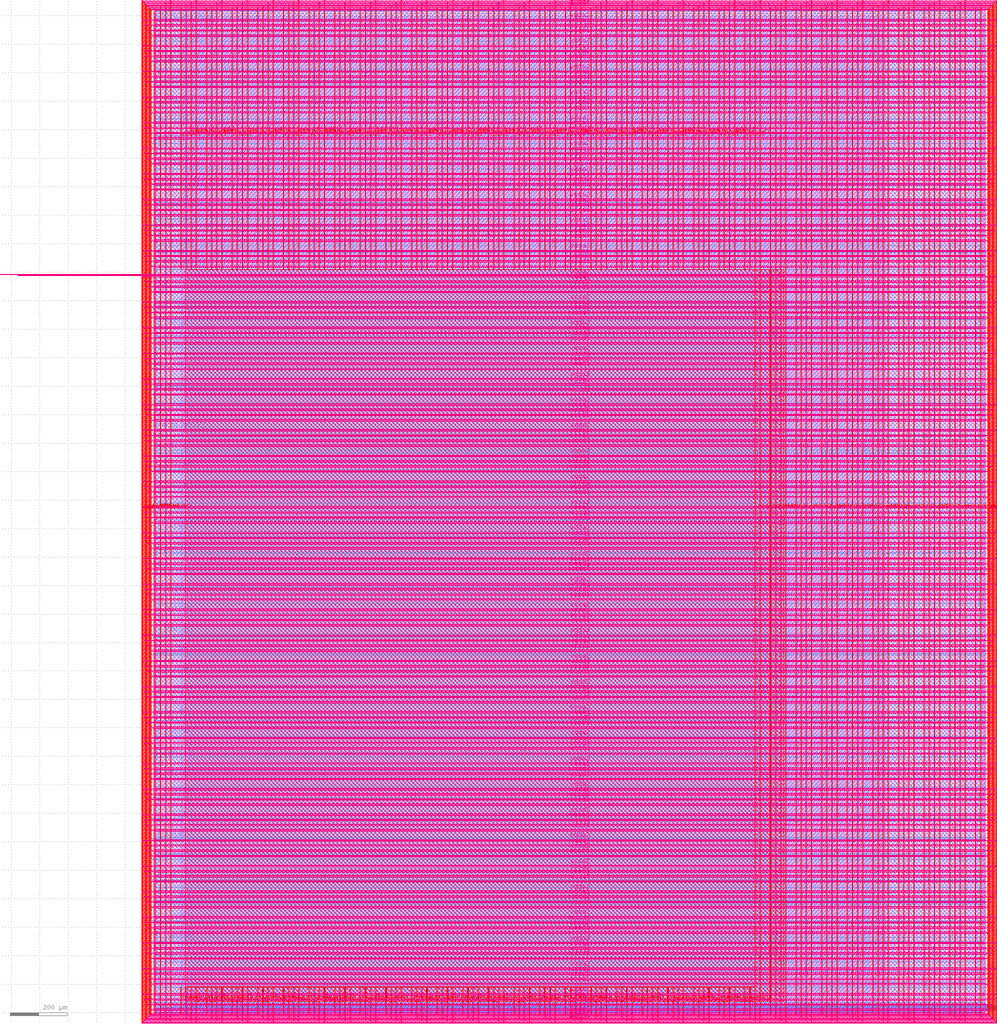
<source format=lef>
VERSION 5.7 ;
  NOWIREEXTENSIONATPIN ON ;
  DIVIDERCHAR "/" ;
  BUSBITCHARS "[]" ;
MACRO user_project_wrapper
  CLASS BLOCK ;
  FOREIGN user_project_wrapper ;
  ORIGIN 0.000 0.000 ;
  SIZE 2920.000 BY 3520.000 ;
  PIN analog_io[0]
    DIRECTION INOUT ;
    USE SIGNAL ;
    PORT
      LAYER met3 ;
        RECT 2917.600 28.980 2924.800 30.180 ;
    END
  END analog_io[0]
  PIN analog_io[10]
    DIRECTION INOUT ;
    USE SIGNAL ;
    PORT
      LAYER met3 ;
        RECT 2917.600 2374.980 2924.800 2376.180 ;
    END
  END analog_io[10]
  PIN analog_io[11]
    DIRECTION INOUT ;
    USE SIGNAL ;
    PORT
      LAYER met3 ;
        RECT 2917.600 2609.580 2924.800 2610.780 ;
    END
  END analog_io[11]
  PIN analog_io[12]
    DIRECTION INOUT ;
    USE SIGNAL ;
    PORT
      LAYER met3 ;
        RECT 2917.600 2844.180 2924.800 2845.380 ;
    END
  END analog_io[12]
  PIN analog_io[13]
    DIRECTION INOUT ;
    USE SIGNAL ;
    PORT
      LAYER met3 ;
        RECT 2917.600 3078.780 2924.800 3079.980 ;
    END
  END analog_io[13]
  PIN analog_io[14]
    DIRECTION INOUT ;
    USE SIGNAL ;
    PORT
      LAYER met3 ;
        RECT 2917.600 3313.380 2924.800 3314.580 ;
    END
  END analog_io[14]
  PIN analog_io[15]
    DIRECTION INOUT ;
    USE SIGNAL ;
    PORT
      LAYER met2 ;
        RECT 2879.090 3517.600 2879.650 3524.800 ;
    END
  END analog_io[15]
  PIN analog_io[16]
    DIRECTION INOUT ;
    USE SIGNAL ;
    PORT
      LAYER met2 ;
        RECT 2554.790 3517.600 2555.350 3524.800 ;
    END
  END analog_io[16]
  PIN analog_io[17]
    DIRECTION INOUT ;
    USE SIGNAL ;
    PORT
      LAYER met2 ;
        RECT 2230.490 3517.600 2231.050 3524.800 ;
    END
  END analog_io[17]
  PIN analog_io[18]
    DIRECTION INOUT ;
    USE SIGNAL ;
    PORT
      LAYER met2 ;
        RECT 1905.730 3517.600 1906.290 3524.800 ;
    END
  END analog_io[18]
  PIN analog_io[19]
    DIRECTION INOUT ;
    USE SIGNAL ;
    PORT
      LAYER met2 ;
        RECT 1581.430 3517.600 1581.990 3524.800 ;
    END
  END analog_io[19]
  PIN analog_io[1]
    DIRECTION INOUT ;
    USE SIGNAL ;
    PORT
      LAYER met3 ;
        RECT 2917.600 263.580 2924.800 264.780 ;
    END
  END analog_io[1]
  PIN analog_io[20]
    DIRECTION INOUT ;
    USE SIGNAL ;
    PORT
      LAYER met2 ;
        RECT 1257.130 3517.600 1257.690 3524.800 ;
    END
  END analog_io[20]
  PIN analog_io[21]
    DIRECTION INOUT ;
    USE SIGNAL ;
    PORT
      LAYER met2 ;
        RECT 932.370 3517.600 932.930 3524.800 ;
    END
  END analog_io[21]
  PIN analog_io[22]
    DIRECTION INOUT ;
    USE SIGNAL ;
    PORT
      LAYER met2 ;
        RECT 608.070 3517.600 608.630 3524.800 ;
    END
  END analog_io[22]
  PIN analog_io[23]
    DIRECTION INOUT ;
    USE SIGNAL ;
    PORT
      LAYER met2 ;
        RECT 283.770 3517.600 284.330 3524.800 ;
    END
  END analog_io[23]
  PIN analog_io[24]
    DIRECTION INOUT ;
    USE SIGNAL ;
    PORT
      LAYER met3 ;
        RECT -4.800 3482.700 2.400 3483.900 ;
    END
  END analog_io[24]
  PIN analog_io[25]
    DIRECTION INOUT ;
    USE SIGNAL ;
    PORT
      LAYER met3 ;
        RECT -4.800 3195.060 2.400 3196.260 ;
    END
  END analog_io[25]
  PIN analog_io[26]
    DIRECTION INOUT ;
    USE SIGNAL ;
    PORT
      LAYER met3 ;
        RECT -4.800 2908.100 2.400 2909.300 ;
    END
  END analog_io[26]
  PIN analog_io[27]
    DIRECTION INOUT ;
    USE SIGNAL ;
    PORT
      LAYER met3 ;
        RECT -4.800 2620.460 2.400 2621.660 ;
    END
  END analog_io[27]
  PIN analog_io[28]
    DIRECTION INOUT ;
    USE SIGNAL ;
    PORT
      LAYER met3 ;
        RECT -4.800 2333.500 2.400 2334.700 ;
    END
  END analog_io[28]
  PIN analog_io[29]
    DIRECTION INOUT ;
    USE SIGNAL ;
    PORT
      LAYER met3 ;
        RECT -4.800 2045.860 2.400 2047.060 ;
    END
  END analog_io[29]
  PIN analog_io[2]
    DIRECTION INOUT ;
    USE SIGNAL ;
    PORT
      LAYER met3 ;
        RECT 2917.600 498.180 2924.800 499.380 ;
    END
  END analog_io[2]
  PIN analog_io[30]
    DIRECTION INOUT ;
    USE SIGNAL ;
    PORT
      LAYER met3 ;
        RECT -4.800 1758.900 2.400 1760.100 ;
    END
  END analog_io[30]
  PIN analog_io[3]
    DIRECTION INOUT ;
    USE SIGNAL ;
    PORT
      LAYER met3 ;
        RECT 2917.600 732.780 2924.800 733.980 ;
    END
  END analog_io[3]
  PIN analog_io[4]
    DIRECTION INOUT ;
    USE SIGNAL ;
    PORT
      LAYER met3 ;
        RECT 2917.600 967.380 2924.800 968.580 ;
    END
  END analog_io[4]
  PIN analog_io[5]
    DIRECTION INOUT ;
    USE SIGNAL ;
    PORT
      LAYER met3 ;
        RECT 2917.600 1201.980 2924.800 1203.180 ;
    END
  END analog_io[5]
  PIN analog_io[6]
    DIRECTION INOUT ;
    USE SIGNAL ;
    PORT
      LAYER met3 ;
        RECT 2917.600 1436.580 2924.800 1437.780 ;
    END
  END analog_io[6]
  PIN analog_io[7]
    DIRECTION INOUT ;
    USE SIGNAL ;
    PORT
      LAYER met3 ;
        RECT 2917.600 1671.180 2924.800 1672.380 ;
    END
  END analog_io[7]
  PIN analog_io[8]
    DIRECTION INOUT ;
    USE SIGNAL ;
    PORT
      LAYER met3 ;
        RECT 2917.600 1905.780 2924.800 1906.980 ;
    END
  END analog_io[8]
  PIN analog_io[9]
    DIRECTION INOUT ;
    USE SIGNAL ;
    PORT
      LAYER met3 ;
        RECT 2917.600 2140.380 2924.800 2141.580 ;
    END
  END analog_io[9]
  PIN io_in[0]
    DIRECTION INPUT ;
    USE SIGNAL ;
    PORT
      LAYER met3 ;
        RECT 2917.600 87.460 2924.800 88.660 ;
    END
  END io_in[0]
  PIN io_in[10]
    DIRECTION INPUT ;
    USE SIGNAL ;
    PORT
      LAYER met3 ;
        RECT 2917.600 2433.460 2924.800 2434.660 ;
    END
  END io_in[10]
  PIN io_in[11]
    DIRECTION INPUT ;
    USE SIGNAL ;
    PORT
      LAYER met3 ;
        RECT 2917.600 2668.740 2924.800 2669.940 ;
    END
  END io_in[11]
  PIN io_in[12]
    DIRECTION INPUT ;
    USE SIGNAL ;
    PORT
      LAYER met3 ;
        RECT 2917.600 2903.340 2924.800 2904.540 ;
    END
  END io_in[12]
  PIN io_in[13]
    DIRECTION INPUT ;
    USE SIGNAL ;
    PORT
      LAYER met3 ;
        RECT 2917.600 3137.940 2924.800 3139.140 ;
    END
  END io_in[13]
  PIN io_in[14]
    DIRECTION INPUT ;
    USE SIGNAL ;
    PORT
      LAYER met3 ;
        RECT 2917.600 3372.540 2924.800 3373.740 ;
    END
  END io_in[14]
  PIN io_in[15]
    DIRECTION INPUT ;
    USE SIGNAL ;
    PORT
      LAYER met2 ;
        RECT 2798.130 3517.600 2798.690 3524.800 ;
    END
  END io_in[15]
  PIN io_in[16]
    DIRECTION INPUT ;
    USE SIGNAL ;
    PORT
      LAYER met2 ;
        RECT 2473.830 3517.600 2474.390 3524.800 ;
    END
  END io_in[16]
  PIN io_in[17]
    DIRECTION INPUT ;
    USE SIGNAL ;
    PORT
      LAYER met2 ;
        RECT 2149.070 3517.600 2149.630 3524.800 ;
    END
  END io_in[17]
  PIN io_in[18]
    DIRECTION INPUT ;
    USE SIGNAL ;
    PORT
      LAYER met2 ;
        RECT 1824.770 3517.600 1825.330 3524.800 ;
    END
  END io_in[18]
  PIN io_in[19]
    DIRECTION INPUT ;
    USE SIGNAL ;
    PORT
      LAYER met2 ;
        RECT 1500.470 3517.600 1501.030 3524.800 ;
    END
  END io_in[19]
  PIN io_in[1]
    DIRECTION INPUT ;
    USE SIGNAL ;
    PORT
      LAYER met3 ;
        RECT 2917.600 322.060 2924.800 323.260 ;
    END
  END io_in[1]
  PIN io_in[20]
    DIRECTION INPUT ;
    USE SIGNAL ;
    PORT
      LAYER met2 ;
        RECT 1175.710 3517.600 1176.270 3524.800 ;
    END
  END io_in[20]
  PIN io_in[21]
    DIRECTION INPUT ;
    USE SIGNAL ;
    PORT
      LAYER met2 ;
        RECT 851.410 3517.600 851.970 3524.800 ;
    END
  END io_in[21]
  PIN io_in[22]
    DIRECTION INPUT ;
    USE SIGNAL ;
    PORT
      LAYER met2 ;
        RECT 527.110 3517.600 527.670 3524.800 ;
    END
  END io_in[22]
  PIN io_in[23]
    DIRECTION INPUT ;
    USE SIGNAL ;
    PORT
      LAYER met2 ;
        RECT 202.350 3517.600 202.910 3524.800 ;
    END
  END io_in[23]
  PIN io_in[24]
    DIRECTION INPUT ;
    USE SIGNAL ;
    PORT
      LAYER met3 ;
        RECT -4.800 3410.620 2.400 3411.820 ;
    END
  END io_in[24]
  PIN io_in[25]
    DIRECTION INPUT ;
    USE SIGNAL ;
    PORT
      LAYER met3 ;
        RECT -4.800 3123.660 2.400 3124.860 ;
    END
  END io_in[25]
  PIN io_in[26]
    DIRECTION INPUT ;
    USE SIGNAL ;
    PORT
      LAYER met3 ;
        RECT -4.800 2836.020 2.400 2837.220 ;
    END
  END io_in[26]
  PIN io_in[27]
    DIRECTION INPUT ;
    USE SIGNAL ;
    PORT
      LAYER met3 ;
        RECT -4.800 2549.060 2.400 2550.260 ;
    END
  END io_in[27]
  PIN io_in[28]
    DIRECTION INPUT ;
    USE SIGNAL ;
    PORT
      LAYER met3 ;
        RECT -4.800 2261.420 2.400 2262.620 ;
    END
  END io_in[28]
  PIN io_in[29]
    DIRECTION INPUT ;
    USE SIGNAL ;
    PORT
      LAYER met3 ;
        RECT -4.800 1974.460 2.400 1975.660 ;
    END
  END io_in[29]
  PIN io_in[2]
    DIRECTION INPUT ;
    USE SIGNAL ;
    PORT
      LAYER met3 ;
        RECT 2917.600 556.660 2924.800 557.860 ;
    END
  END io_in[2]
  PIN io_in[30]
    DIRECTION INPUT ;
    USE SIGNAL ;
    PORT
      LAYER met3 ;
        RECT -4.800 1686.820 2.400 1688.020 ;
    END
  END io_in[30]
  PIN io_in[31]
    DIRECTION INPUT ;
    USE SIGNAL ;
    PORT
      LAYER met3 ;
        RECT -4.800 1471.260 2.400 1472.460 ;
    END
  END io_in[31]
  PIN io_in[32]
    DIRECTION INPUT ;
    USE SIGNAL ;
    PORT
      LAYER met3 ;
        RECT -4.800 1255.700 2.400 1256.900 ;
    END
  END io_in[32]
  PIN io_in[33]
    DIRECTION INPUT ;
    USE SIGNAL ;
    PORT
      LAYER met3 ;
        RECT -4.800 1040.140 2.400 1041.340 ;
    END
  END io_in[33]
  PIN io_in[34]
    DIRECTION INPUT ;
    USE SIGNAL ;
    PORT
      LAYER met3 ;
        RECT -4.800 824.580 2.400 825.780 ;
    END
  END io_in[34]
  PIN io_in[35]
    DIRECTION INPUT ;
    USE SIGNAL ;
    PORT
      LAYER met3 ;
        RECT -4.800 609.700 2.400 610.900 ;
    END
  END io_in[35]
  PIN io_in[36]
    DIRECTION INPUT ;
    USE SIGNAL ;
    PORT
      LAYER met3 ;
        RECT -4.800 394.140 2.400 395.340 ;
    END
  END io_in[36]
  PIN io_in[37]
    DIRECTION INPUT ;
    USE SIGNAL ;
    PORT
      LAYER met3 ;
        RECT -4.800 178.580 2.400 179.780 ;
    END
  END io_in[37]
  PIN io_in[3]
    DIRECTION INPUT ;
    USE SIGNAL ;
    PORT
      LAYER met3 ;
        RECT 2917.600 791.260 2924.800 792.460 ;
    END
  END io_in[3]
  PIN io_in[4]
    DIRECTION INPUT ;
    USE SIGNAL ;
    PORT
      LAYER met3 ;
        RECT 2917.600 1025.860 2924.800 1027.060 ;
    END
  END io_in[4]
  PIN io_in[5]
    DIRECTION INPUT ;
    USE SIGNAL ;
    PORT
      LAYER met3 ;
        RECT 2917.600 1260.460 2924.800 1261.660 ;
    END
  END io_in[5]
  PIN io_in[6]
    DIRECTION INPUT ;
    USE SIGNAL ;
    PORT
      LAYER met3 ;
        RECT 2917.600 1495.060 2924.800 1496.260 ;
    END
  END io_in[6]
  PIN io_in[7]
    DIRECTION INPUT ;
    USE SIGNAL ;
    PORT
      LAYER met3 ;
        RECT 2917.600 1729.660 2924.800 1730.860 ;
    END
  END io_in[7]
  PIN io_in[8]
    DIRECTION INPUT ;
    USE SIGNAL ;
    PORT
      LAYER met3 ;
        RECT 2917.600 1964.260 2924.800 1965.460 ;
    END
  END io_in[8]
  PIN io_in[9]
    DIRECTION INPUT ;
    USE SIGNAL ;
    PORT
      LAYER met3 ;
        RECT 2917.600 2198.860 2924.800 2200.060 ;
    END
  END io_in[9]
  PIN io_oeb[0]
    DIRECTION OUTPUT TRISTATE ;
    USE SIGNAL ;
    PORT
      LAYER met3 ;
        RECT 2917.600 204.420 2924.800 205.620 ;
    END
  END io_oeb[0]
  PIN io_oeb[10]
    DIRECTION OUTPUT TRISTATE ;
    USE SIGNAL ;
    PORT
      LAYER met3 ;
        RECT 2917.600 2551.100 2924.800 2552.300 ;
    END
  END io_oeb[10]
  PIN io_oeb[11]
    DIRECTION OUTPUT TRISTATE ;
    USE SIGNAL ;
    PORT
      LAYER met3 ;
        RECT 2917.600 2785.700 2924.800 2786.900 ;
    END
  END io_oeb[11]
  PIN io_oeb[12]
    DIRECTION OUTPUT TRISTATE ;
    USE SIGNAL ;
    PORT
      LAYER met3 ;
        RECT 2917.600 3020.300 2924.800 3021.500 ;
    END
  END io_oeb[12]
  PIN io_oeb[13]
    DIRECTION OUTPUT TRISTATE ;
    USE SIGNAL ;
    PORT
      LAYER met3 ;
        RECT 2917.600 3254.900 2924.800 3256.100 ;
    END
  END io_oeb[13]
  PIN io_oeb[14]
    DIRECTION OUTPUT TRISTATE ;
    USE SIGNAL ;
    PORT
      LAYER met3 ;
        RECT 2917.600 3489.500 2924.800 3490.700 ;
    END
  END io_oeb[14]
  PIN io_oeb[15]
    DIRECTION OUTPUT TRISTATE ;
    USE SIGNAL ;
    PORT
      LAYER met2 ;
        RECT 2635.750 3517.600 2636.310 3524.800 ;
    END
  END io_oeb[15]
  PIN io_oeb[16]
    DIRECTION OUTPUT TRISTATE ;
    USE SIGNAL ;
    PORT
      LAYER met2 ;
        RECT 2311.450 3517.600 2312.010 3524.800 ;
    END
  END io_oeb[16]
  PIN io_oeb[17]
    DIRECTION OUTPUT TRISTATE ;
    USE SIGNAL ;
    PORT
      LAYER met2 ;
        RECT 1987.150 3517.600 1987.710 3524.800 ;
    END
  END io_oeb[17]
  PIN io_oeb[18]
    DIRECTION OUTPUT TRISTATE ;
    USE SIGNAL ;
    PORT
      LAYER met2 ;
        RECT 1662.390 3517.600 1662.950 3524.800 ;
    END
  END io_oeb[18]
  PIN io_oeb[19]
    DIRECTION OUTPUT TRISTATE ;
    USE SIGNAL ;
    PORT
      LAYER met2 ;
        RECT 1338.090 3517.600 1338.650 3524.800 ;
    END
  END io_oeb[19]
  PIN io_oeb[1]
    DIRECTION OUTPUT TRISTATE ;
    USE SIGNAL ;
    PORT
      LAYER met3 ;
        RECT 2917.600 439.020 2924.800 440.220 ;
    END
  END io_oeb[1]
  PIN io_oeb[20]
    DIRECTION OUTPUT TRISTATE ;
    USE SIGNAL ;
    PORT
      LAYER met2 ;
        RECT 1013.790 3517.600 1014.350 3524.800 ;
    END
  END io_oeb[20]
  PIN io_oeb[21]
    DIRECTION OUTPUT TRISTATE ;
    USE SIGNAL ;
    PORT
      LAYER met2 ;
        RECT 689.030 3517.600 689.590 3524.800 ;
    END
  END io_oeb[21]
  PIN io_oeb[22]
    DIRECTION OUTPUT TRISTATE ;
    USE SIGNAL ;
    PORT
      LAYER met2 ;
        RECT 364.730 3517.600 365.290 3524.800 ;
    END
  END io_oeb[22]
  PIN io_oeb[23]
    DIRECTION OUTPUT TRISTATE ;
    USE SIGNAL ;
    PORT
      LAYER met2 ;
        RECT 40.430 3517.600 40.990 3524.800 ;
    END
  END io_oeb[23]
  PIN io_oeb[24]
    DIRECTION OUTPUT TRISTATE ;
    USE SIGNAL ;
    PORT
      LAYER met3 ;
        RECT -4.800 3267.140 2.400 3268.340 ;
    END
  END io_oeb[24]
  PIN io_oeb[25]
    DIRECTION OUTPUT TRISTATE ;
    USE SIGNAL ;
    PORT
      LAYER met3 ;
        RECT -4.800 2979.500 2.400 2980.700 ;
    END
  END io_oeb[25]
  PIN io_oeb[26]
    DIRECTION OUTPUT TRISTATE ;
    USE SIGNAL ;
    PORT
      LAYER met3 ;
        RECT -4.800 2692.540 2.400 2693.740 ;
    END
  END io_oeb[26]
  PIN io_oeb[27]
    DIRECTION OUTPUT TRISTATE ;
    USE SIGNAL ;
    PORT
      LAYER met3 ;
        RECT -4.800 2404.900 2.400 2406.100 ;
    END
  END io_oeb[27]
  PIN io_oeb[28]
    DIRECTION OUTPUT TRISTATE ;
    USE SIGNAL ;
    PORT
      LAYER met3 ;
        RECT -4.800 2117.940 2.400 2119.140 ;
    END
  END io_oeb[28]
  PIN io_oeb[29]
    DIRECTION OUTPUT TRISTATE ;
    USE SIGNAL ;
    PORT
      LAYER met3 ;
        RECT -4.800 1830.300 2.400 1831.500 ;
    END
  END io_oeb[29]
  PIN io_oeb[2]
    DIRECTION OUTPUT TRISTATE ;
    USE SIGNAL ;
    PORT
      LAYER met3 ;
        RECT 2917.600 673.620 2924.800 674.820 ;
    END
  END io_oeb[2]
  PIN io_oeb[30]
    DIRECTION OUTPUT TRISTATE ;
    USE SIGNAL ;
    PORT
      LAYER met3 ;
        RECT -4.800 1543.340 2.400 1544.540 ;
    END
  END io_oeb[30]
  PIN io_oeb[31]
    DIRECTION OUTPUT TRISTATE ;
    USE SIGNAL ;
    PORT
      LAYER met3 ;
        RECT -4.800 1327.780 2.400 1328.980 ;
    END
  END io_oeb[31]
  PIN io_oeb[32]
    DIRECTION OUTPUT TRISTATE ;
    USE SIGNAL ;
    PORT
      LAYER met3 ;
        RECT -4.800 1112.220 2.400 1113.420 ;
    END
  END io_oeb[32]
  PIN io_oeb[33]
    DIRECTION OUTPUT TRISTATE ;
    USE SIGNAL ;
    PORT
      LAYER met3 ;
        RECT -4.800 896.660 2.400 897.860 ;
    END
  END io_oeb[33]
  PIN io_oeb[34]
    DIRECTION OUTPUT TRISTATE ;
    USE SIGNAL ;
    PORT
      LAYER met3 ;
        RECT -4.800 681.100 2.400 682.300 ;
    END
  END io_oeb[34]
  PIN io_oeb[35]
    DIRECTION OUTPUT TRISTATE ;
    USE SIGNAL ;
    PORT
      LAYER met3 ;
        RECT -4.800 465.540 2.400 466.740 ;
    END
  END io_oeb[35]
  PIN io_oeb[36]
    DIRECTION OUTPUT TRISTATE ;
    USE SIGNAL ;
    PORT
      LAYER met3 ;
        RECT -4.800 249.980 2.400 251.180 ;
    END
  END io_oeb[36]
  PIN io_oeb[37]
    DIRECTION OUTPUT TRISTATE ;
    USE SIGNAL ;
    PORT
      LAYER met3 ;
        RECT -4.800 35.100 2.400 36.300 ;
    END
  END io_oeb[37]
  PIN io_oeb[3]
    DIRECTION OUTPUT TRISTATE ;
    USE SIGNAL ;
    PORT
      LAYER met3 ;
        RECT 2917.600 908.900 2924.800 910.100 ;
    END
  END io_oeb[3]
  PIN io_oeb[4]
    DIRECTION OUTPUT TRISTATE ;
    USE SIGNAL ;
    PORT
      LAYER met3 ;
        RECT 2917.600 1143.500 2924.800 1144.700 ;
    END
  END io_oeb[4]
  PIN io_oeb[5]
    DIRECTION OUTPUT TRISTATE ;
    USE SIGNAL ;
    PORT
      LAYER met3 ;
        RECT 2917.600 1378.100 2924.800 1379.300 ;
    END
  END io_oeb[5]
  PIN io_oeb[6]
    DIRECTION OUTPUT TRISTATE ;
    USE SIGNAL ;
    PORT
      LAYER met3 ;
        RECT 2917.600 1612.700 2924.800 1613.900 ;
    END
  END io_oeb[6]
  PIN io_oeb[7]
    DIRECTION OUTPUT TRISTATE ;
    USE SIGNAL ;
    PORT
      LAYER met3 ;
        RECT 2917.600 1847.300 2924.800 1848.500 ;
    END
  END io_oeb[7]
  PIN io_oeb[8]
    DIRECTION OUTPUT TRISTATE ;
    USE SIGNAL ;
    PORT
      LAYER met3 ;
        RECT 2917.600 2081.900 2924.800 2083.100 ;
    END
  END io_oeb[8]
  PIN io_oeb[9]
    DIRECTION OUTPUT TRISTATE ;
    USE SIGNAL ;
    PORT
      LAYER met3 ;
        RECT 2917.600 2316.500 2924.800 2317.700 ;
    END
  END io_oeb[9]
  PIN io_out[0]
    DIRECTION OUTPUT TRISTATE ;
    USE SIGNAL ;
    PORT
      LAYER met3 ;
        RECT 2917.600 145.940 2924.800 147.140 ;
    END
  END io_out[0]
  PIN io_out[10]
    DIRECTION OUTPUT TRISTATE ;
    USE SIGNAL ;
    PORT
      LAYER met3 ;
        RECT 2917.600 2492.620 2924.800 2493.820 ;
    END
  END io_out[10]
  PIN io_out[11]
    DIRECTION OUTPUT TRISTATE ;
    USE SIGNAL ;
    PORT
      LAYER met3 ;
        RECT 2917.600 2727.220 2924.800 2728.420 ;
    END
  END io_out[11]
  PIN io_out[12]
    DIRECTION OUTPUT TRISTATE ;
    USE SIGNAL ;
    PORT
      LAYER met3 ;
        RECT 2917.600 2961.820 2924.800 2963.020 ;
    END
  END io_out[12]
  PIN io_out[13]
    DIRECTION OUTPUT TRISTATE ;
    USE SIGNAL ;
    PORT
      LAYER met3 ;
        RECT 2917.600 3196.420 2924.800 3197.620 ;
    END
  END io_out[13]
  PIN io_out[14]
    DIRECTION OUTPUT TRISTATE ;
    USE SIGNAL ;
    PORT
      LAYER met3 ;
        RECT 2917.600 3431.020 2924.800 3432.220 ;
    END
  END io_out[14]
  PIN io_out[15]
    DIRECTION OUTPUT TRISTATE ;
    USE SIGNAL ;
    PORT
      LAYER met2 ;
        RECT 2717.170 3517.600 2717.730 3524.800 ;
    END
  END io_out[15]
  PIN io_out[16]
    DIRECTION OUTPUT TRISTATE ;
    USE SIGNAL ;
    PORT
      LAYER met2 ;
        RECT 2392.410 3517.600 2392.970 3524.800 ;
    END
  END io_out[16]
  PIN io_out[17]
    DIRECTION OUTPUT TRISTATE ;
    USE SIGNAL ;
    PORT
      LAYER met2 ;
        RECT 2068.110 3517.600 2068.670 3524.800 ;
    END
  END io_out[17]
  PIN io_out[18]
    DIRECTION OUTPUT TRISTATE ;
    USE SIGNAL ;
    PORT
      LAYER met2 ;
        RECT 1743.810 3517.600 1744.370 3524.800 ;
    END
  END io_out[18]
  PIN io_out[19]
    DIRECTION OUTPUT TRISTATE ;
    USE SIGNAL ;
    PORT
      LAYER met2 ;
        RECT 1419.050 3517.600 1419.610 3524.800 ;
    END
  END io_out[19]
  PIN io_out[1]
    DIRECTION OUTPUT TRISTATE ;
    USE SIGNAL ;
    PORT
      LAYER met3 ;
        RECT 2917.600 380.540 2924.800 381.740 ;
    END
  END io_out[1]
  PIN io_out[20]
    DIRECTION OUTPUT TRISTATE ;
    USE SIGNAL ;
    PORT
      LAYER met2 ;
        RECT 1094.750 3517.600 1095.310 3524.800 ;
    END
  END io_out[20]
  PIN io_out[21]
    DIRECTION OUTPUT TRISTATE ;
    USE SIGNAL ;
    PORT
      LAYER met2 ;
        RECT 770.450 3517.600 771.010 3524.800 ;
    END
  END io_out[21]
  PIN io_out[22]
    DIRECTION OUTPUT TRISTATE ;
    USE SIGNAL ;
    PORT
      LAYER met2 ;
        RECT 445.690 3517.600 446.250 3524.800 ;
    END
  END io_out[22]
  PIN io_out[23]
    DIRECTION OUTPUT TRISTATE ;
    USE SIGNAL ;
    PORT
      LAYER met2 ;
        RECT 121.390 3517.600 121.950 3524.800 ;
    END
  END io_out[23]
  PIN io_out[24]
    DIRECTION OUTPUT TRISTATE ;
    USE SIGNAL ;
    PORT
      LAYER met3 ;
        RECT -4.800 3339.220 2.400 3340.420 ;
    END
  END io_out[24]
  PIN io_out[25]
    DIRECTION OUTPUT TRISTATE ;
    USE SIGNAL ;
    PORT
      LAYER met3 ;
        RECT -4.800 3051.580 2.400 3052.780 ;
    END
  END io_out[25]
  PIN io_out[26]
    DIRECTION OUTPUT TRISTATE ;
    USE SIGNAL ;
    PORT
      LAYER met3 ;
        RECT -4.800 2764.620 2.400 2765.820 ;
    END
  END io_out[26]
  PIN io_out[27]
    DIRECTION OUTPUT TRISTATE ;
    USE SIGNAL ;
    PORT
      LAYER met3 ;
        RECT -4.800 2476.980 2.400 2478.180 ;
    END
  END io_out[27]
  PIN io_out[28]
    DIRECTION OUTPUT TRISTATE ;
    USE SIGNAL ;
    PORT
      LAYER met3 ;
        RECT -4.800 2189.340 2.400 2190.540 ;
    END
  END io_out[28]
  PIN io_out[29]
    DIRECTION OUTPUT TRISTATE ;
    USE SIGNAL ;
    PORT
      LAYER met3 ;
        RECT -4.800 1902.380 2.400 1903.580 ;
    END
  END io_out[29]
  PIN io_out[2]
    DIRECTION OUTPUT TRISTATE ;
    USE SIGNAL ;
    PORT
      LAYER met3 ;
        RECT 2917.600 615.140 2924.800 616.340 ;
    END
  END io_out[2]
  PIN io_out[30]
    DIRECTION OUTPUT TRISTATE ;
    USE SIGNAL ;
    PORT
      LAYER met3 ;
        RECT -4.800 1614.740 2.400 1615.940 ;
    END
  END io_out[30]
  PIN io_out[31]
    DIRECTION OUTPUT TRISTATE ;
    USE SIGNAL ;
    PORT
      LAYER met3 ;
        RECT -4.800 1399.860 2.400 1401.060 ;
    END
  END io_out[31]
  PIN io_out[32]
    DIRECTION OUTPUT TRISTATE ;
    USE SIGNAL ;
    PORT
      LAYER met3 ;
        RECT -4.800 1184.300 2.400 1185.500 ;
    END
  END io_out[32]
  PIN io_out[33]
    DIRECTION OUTPUT TRISTATE ;
    USE SIGNAL ;
    PORT
      LAYER met3 ;
        RECT -4.800 968.740 2.400 969.940 ;
    END
  END io_out[33]
  PIN io_out[34]
    DIRECTION OUTPUT TRISTATE ;
    USE SIGNAL ;
    PORT
      LAYER met3 ;
        RECT -4.800 753.180 2.400 754.380 ;
    END
  END io_out[34]
  PIN io_out[35]
    DIRECTION OUTPUT TRISTATE ;
    USE SIGNAL ;
    PORT
      LAYER met3 ;
        RECT -4.800 537.620 2.400 538.820 ;
    END
  END io_out[35]
  PIN io_out[36]
    DIRECTION OUTPUT TRISTATE ;
    USE SIGNAL ;
    PORT
      LAYER met3 ;
        RECT -4.800 322.060 2.400 323.260 ;
    END
  END io_out[36]
  PIN io_out[37]
    DIRECTION OUTPUT TRISTATE ;
    USE SIGNAL ;
    PORT
      LAYER met3 ;
        RECT -4.800 106.500 2.400 107.700 ;
    END
  END io_out[37]
  PIN io_out[3]
    DIRECTION OUTPUT TRISTATE ;
    USE SIGNAL ;
    PORT
      LAYER met3 ;
        RECT 2917.600 849.740 2924.800 850.940 ;
    END
  END io_out[3]
  PIN io_out[4]
    DIRECTION OUTPUT TRISTATE ;
    USE SIGNAL ;
    PORT
      LAYER met3 ;
        RECT 2917.600 1084.340 2924.800 1085.540 ;
    END
  END io_out[4]
  PIN io_out[5]
    DIRECTION OUTPUT TRISTATE ;
    USE SIGNAL ;
    PORT
      LAYER met3 ;
        RECT 2917.600 1318.940 2924.800 1320.140 ;
    END
  END io_out[5]
  PIN io_out[6]
    DIRECTION OUTPUT TRISTATE ;
    USE SIGNAL ;
    PORT
      LAYER met3 ;
        RECT 2917.600 1553.540 2924.800 1554.740 ;
    END
  END io_out[6]
  PIN io_out[7]
    DIRECTION OUTPUT TRISTATE ;
    USE SIGNAL ;
    PORT
      LAYER met3 ;
        RECT 2917.600 1788.820 2924.800 1790.020 ;
    END
  END io_out[7]
  PIN io_out[8]
    DIRECTION OUTPUT TRISTATE ;
    USE SIGNAL ;
    PORT
      LAYER met3 ;
        RECT 2917.600 2023.420 2924.800 2024.620 ;
    END
  END io_out[8]
  PIN io_out[9]
    DIRECTION OUTPUT TRISTATE ;
    USE SIGNAL ;
    PORT
      LAYER met3 ;
        RECT 2917.600 2258.020 2924.800 2259.220 ;
    END
  END io_out[9]
  PIN la_data_in[0]
    DIRECTION INPUT ;
    USE SIGNAL ;
    PORT
      LAYER met2 ;
        RECT 632.910 -4.800 633.470 2.400 ;
    END
  END la_data_in[0]
  PIN la_data_in[100]
    DIRECTION INPUT ;
    USE SIGNAL ;
    PORT
      LAYER met2 ;
        RECT 2417.250 -4.800 2417.810 2.400 ;
    END
  END la_data_in[100]
  PIN la_data_in[101]
    DIRECTION INPUT ;
    USE SIGNAL ;
    PORT
      LAYER met2 ;
        RECT 2434.730 -4.800 2435.290 2.400 ;
    END
  END la_data_in[101]
  PIN la_data_in[102]
    DIRECTION INPUT ;
    USE SIGNAL ;
    PORT
      LAYER met2 ;
        RECT 2452.670 -4.800 2453.230 2.400 ;
    END
  END la_data_in[102]
  PIN la_data_in[103]
    DIRECTION INPUT ;
    USE SIGNAL ;
    PORT
      LAYER met2 ;
        RECT 2470.610 -4.800 2471.170 2.400 ;
    END
  END la_data_in[103]
  PIN la_data_in[104]
    DIRECTION INPUT ;
    USE SIGNAL ;
    PORT
      LAYER met2 ;
        RECT 2488.550 -4.800 2489.110 2.400 ;
    END
  END la_data_in[104]
  PIN la_data_in[105]
    DIRECTION INPUT ;
    USE SIGNAL ;
    PORT
      LAYER met2 ;
        RECT 2506.030 -4.800 2506.590 2.400 ;
    END
  END la_data_in[105]
  PIN la_data_in[106]
    DIRECTION INPUT ;
    USE SIGNAL ;
    PORT
      LAYER met2 ;
        RECT 2523.970 -4.800 2524.530 2.400 ;
    END
  END la_data_in[106]
  PIN la_data_in[107]
    DIRECTION INPUT ;
    USE SIGNAL ;
    PORT
      LAYER met2 ;
        RECT 2541.910 -4.800 2542.470 2.400 ;
    END
  END la_data_in[107]
  PIN la_data_in[108]
    DIRECTION INPUT ;
    USE SIGNAL ;
    PORT
      LAYER met2 ;
        RECT 2559.850 -4.800 2560.410 2.400 ;
    END
  END la_data_in[108]
  PIN la_data_in[109]
    DIRECTION INPUT ;
    USE SIGNAL ;
    PORT
      LAYER met2 ;
        RECT 2577.790 -4.800 2578.350 2.400 ;
    END
  END la_data_in[109]
  PIN la_data_in[10]
    DIRECTION INPUT ;
    USE SIGNAL ;
    PORT
      LAYER met2 ;
        RECT 811.390 -4.800 811.950 2.400 ;
    END
  END la_data_in[10]
  PIN la_data_in[110]
    DIRECTION INPUT ;
    USE SIGNAL ;
    PORT
      LAYER met2 ;
        RECT 2595.270 -4.800 2595.830 2.400 ;
    END
  END la_data_in[110]
  PIN la_data_in[111]
    DIRECTION INPUT ;
    USE SIGNAL ;
    PORT
      LAYER met2 ;
        RECT 2613.210 -4.800 2613.770 2.400 ;
    END
  END la_data_in[111]
  PIN la_data_in[112]
    DIRECTION INPUT ;
    USE SIGNAL ;
    PORT
      LAYER met2 ;
        RECT 2631.150 -4.800 2631.710 2.400 ;
    END
  END la_data_in[112]
  PIN la_data_in[113]
    DIRECTION INPUT ;
    USE SIGNAL ;
    PORT
      LAYER met2 ;
        RECT 2649.090 -4.800 2649.650 2.400 ;
    END
  END la_data_in[113]
  PIN la_data_in[114]
    DIRECTION INPUT ;
    USE SIGNAL ;
    PORT
      LAYER met2 ;
        RECT 2667.030 -4.800 2667.590 2.400 ;
    END
  END la_data_in[114]
  PIN la_data_in[115]
    DIRECTION INPUT ;
    USE SIGNAL ;
    PORT
      LAYER met2 ;
        RECT 2684.510 -4.800 2685.070 2.400 ;
    END
  END la_data_in[115]
  PIN la_data_in[116]
    DIRECTION INPUT ;
    USE SIGNAL ;
    PORT
      LAYER met2 ;
        RECT 2702.450 -4.800 2703.010 2.400 ;
    END
  END la_data_in[116]
  PIN la_data_in[117]
    DIRECTION INPUT ;
    USE SIGNAL ;
    PORT
      LAYER met2 ;
        RECT 2720.390 -4.800 2720.950 2.400 ;
    END
  END la_data_in[117]
  PIN la_data_in[118]
    DIRECTION INPUT ;
    USE SIGNAL ;
    PORT
      LAYER met2 ;
        RECT 2738.330 -4.800 2738.890 2.400 ;
    END
  END la_data_in[118]
  PIN la_data_in[119]
    DIRECTION INPUT ;
    USE SIGNAL ;
    PORT
      LAYER met2 ;
        RECT 2755.810 -4.800 2756.370 2.400 ;
    END
  END la_data_in[119]
  PIN la_data_in[11]
    DIRECTION INPUT ;
    USE SIGNAL ;
    PORT
      LAYER met2 ;
        RECT 829.330 -4.800 829.890 2.400 ;
    END
  END la_data_in[11]
  PIN la_data_in[120]
    DIRECTION INPUT ;
    USE SIGNAL ;
    PORT
      LAYER met2 ;
        RECT 2773.750 -4.800 2774.310 2.400 ;
    END
  END la_data_in[120]
  PIN la_data_in[121]
    DIRECTION INPUT ;
    USE SIGNAL ;
    PORT
      LAYER met2 ;
        RECT 2791.690 -4.800 2792.250 2.400 ;
    END
  END la_data_in[121]
  PIN la_data_in[122]
    DIRECTION INPUT ;
    USE SIGNAL ;
    PORT
      LAYER met2 ;
        RECT 2809.630 -4.800 2810.190 2.400 ;
    END
  END la_data_in[122]
  PIN la_data_in[123]
    DIRECTION INPUT ;
    USE SIGNAL ;
    PORT
      LAYER met2 ;
        RECT 2827.570 -4.800 2828.130 2.400 ;
    END
  END la_data_in[123]
  PIN la_data_in[124]
    DIRECTION INPUT ;
    USE SIGNAL ;
    PORT
      LAYER met2 ;
        RECT 2845.050 -4.800 2845.610 2.400 ;
    END
  END la_data_in[124]
  PIN la_data_in[125]
    DIRECTION INPUT ;
    USE SIGNAL ;
    PORT
      LAYER met2 ;
        RECT 2862.990 -4.800 2863.550 2.400 ;
    END
  END la_data_in[125]
  PIN la_data_in[126]
    DIRECTION INPUT ;
    USE SIGNAL ;
    PORT
      LAYER met2 ;
        RECT 2880.930 -4.800 2881.490 2.400 ;
    END
  END la_data_in[126]
  PIN la_data_in[127]
    DIRECTION INPUT ;
    USE SIGNAL ;
    PORT
      LAYER met2 ;
        RECT 2898.870 -4.800 2899.430 2.400 ;
    END
  END la_data_in[127]
  PIN la_data_in[12]
    DIRECTION INPUT ;
    USE SIGNAL ;
    PORT
      LAYER met2 ;
        RECT 846.810 -4.800 847.370 2.400 ;
    END
  END la_data_in[12]
  PIN la_data_in[13]
    DIRECTION INPUT ;
    USE SIGNAL ;
    PORT
      LAYER met2 ;
        RECT 864.750 -4.800 865.310 2.400 ;
    END
  END la_data_in[13]
  PIN la_data_in[14]
    DIRECTION INPUT ;
    USE SIGNAL ;
    PORT
      LAYER met2 ;
        RECT 882.690 -4.800 883.250 2.400 ;
    END
  END la_data_in[14]
  PIN la_data_in[15]
    DIRECTION INPUT ;
    USE SIGNAL ;
    PORT
      LAYER met2 ;
        RECT 900.630 -4.800 901.190 2.400 ;
    END
  END la_data_in[15]
  PIN la_data_in[16]
    DIRECTION INPUT ;
    USE SIGNAL ;
    PORT
      LAYER met2 ;
        RECT 918.570 -4.800 919.130 2.400 ;
    END
  END la_data_in[16]
  PIN la_data_in[17]
    DIRECTION INPUT ;
    USE SIGNAL ;
    PORT
      LAYER met2 ;
        RECT 936.050 -4.800 936.610 2.400 ;
    END
  END la_data_in[17]
  PIN la_data_in[18]
    DIRECTION INPUT ;
    USE SIGNAL ;
    PORT
      LAYER met2 ;
        RECT 953.990 -4.800 954.550 2.400 ;
    END
  END la_data_in[18]
  PIN la_data_in[19]
    DIRECTION INPUT ;
    USE SIGNAL ;
    PORT
      LAYER met2 ;
        RECT 971.930 -4.800 972.490 2.400 ;
    END
  END la_data_in[19]
  PIN la_data_in[1]
    DIRECTION INPUT ;
    USE SIGNAL ;
    PORT
      LAYER met2 ;
        RECT 650.850 -4.800 651.410 2.400 ;
    END
  END la_data_in[1]
  PIN la_data_in[20]
    DIRECTION INPUT ;
    USE SIGNAL ;
    PORT
      LAYER met2 ;
        RECT 989.870 -4.800 990.430 2.400 ;
    END
  END la_data_in[20]
  PIN la_data_in[21]
    DIRECTION INPUT ;
    USE SIGNAL ;
    PORT
      LAYER met2 ;
        RECT 1007.350 -4.800 1007.910 2.400 ;
    END
  END la_data_in[21]
  PIN la_data_in[22]
    DIRECTION INPUT ;
    USE SIGNAL ;
    PORT
      LAYER met2 ;
        RECT 1025.290 -4.800 1025.850 2.400 ;
    END
  END la_data_in[22]
  PIN la_data_in[23]
    DIRECTION INPUT ;
    USE SIGNAL ;
    PORT
      LAYER met2 ;
        RECT 1043.230 -4.800 1043.790 2.400 ;
    END
  END la_data_in[23]
  PIN la_data_in[24]
    DIRECTION INPUT ;
    USE SIGNAL ;
    PORT
      LAYER met2 ;
        RECT 1061.170 -4.800 1061.730 2.400 ;
    END
  END la_data_in[24]
  PIN la_data_in[25]
    DIRECTION INPUT ;
    USE SIGNAL ;
    PORT
      LAYER met2 ;
        RECT 1079.110 -4.800 1079.670 2.400 ;
    END
  END la_data_in[25]
  PIN la_data_in[26]
    DIRECTION INPUT ;
    USE SIGNAL ;
    PORT
      LAYER met2 ;
        RECT 1096.590 -4.800 1097.150 2.400 ;
    END
  END la_data_in[26]
  PIN la_data_in[27]
    DIRECTION INPUT ;
    USE SIGNAL ;
    PORT
      LAYER met2 ;
        RECT 1114.530 -4.800 1115.090 2.400 ;
    END
  END la_data_in[27]
  PIN la_data_in[28]
    DIRECTION INPUT ;
    USE SIGNAL ;
    PORT
      LAYER met2 ;
        RECT 1132.470 -4.800 1133.030 2.400 ;
    END
  END la_data_in[28]
  PIN la_data_in[29]
    DIRECTION INPUT ;
    USE SIGNAL ;
    PORT
      LAYER met2 ;
        RECT 1150.410 -4.800 1150.970 2.400 ;
    END
  END la_data_in[29]
  PIN la_data_in[2]
    DIRECTION INPUT ;
    USE SIGNAL ;
    PORT
      LAYER met2 ;
        RECT 668.790 -4.800 669.350 2.400 ;
    END
  END la_data_in[2]
  PIN la_data_in[30]
    DIRECTION INPUT ;
    USE SIGNAL ;
    PORT
      LAYER met2 ;
        RECT 1168.350 -4.800 1168.910 2.400 ;
    END
  END la_data_in[30]
  PIN la_data_in[31]
    DIRECTION INPUT ;
    USE SIGNAL ;
    PORT
      LAYER met2 ;
        RECT 1185.830 -4.800 1186.390 2.400 ;
    END
  END la_data_in[31]
  PIN la_data_in[32]
    DIRECTION INPUT ;
    USE SIGNAL ;
    PORT
      LAYER met2 ;
        RECT 1203.770 -4.800 1204.330 2.400 ;
    END
  END la_data_in[32]
  PIN la_data_in[33]
    DIRECTION INPUT ;
    USE SIGNAL ;
    PORT
      LAYER met2 ;
        RECT 1221.710 -4.800 1222.270 2.400 ;
    END
  END la_data_in[33]
  PIN la_data_in[34]
    DIRECTION INPUT ;
    USE SIGNAL ;
    PORT
      LAYER met2 ;
        RECT 1239.650 -4.800 1240.210 2.400 ;
    END
  END la_data_in[34]
  PIN la_data_in[35]
    DIRECTION INPUT ;
    USE SIGNAL ;
    PORT
      LAYER met2 ;
        RECT 1257.130 -4.800 1257.690 2.400 ;
    END
  END la_data_in[35]
  PIN la_data_in[36]
    DIRECTION INPUT ;
    USE SIGNAL ;
    PORT
      LAYER met2 ;
        RECT 1275.070 -4.800 1275.630 2.400 ;
    END
  END la_data_in[36]
  PIN la_data_in[37]
    DIRECTION INPUT ;
    USE SIGNAL ;
    PORT
      LAYER met2 ;
        RECT 1293.010 -4.800 1293.570 2.400 ;
    END
  END la_data_in[37]
  PIN la_data_in[38]
    DIRECTION INPUT ;
    USE SIGNAL ;
    PORT
      LAYER met2 ;
        RECT 1310.950 -4.800 1311.510 2.400 ;
    END
  END la_data_in[38]
  PIN la_data_in[39]
    DIRECTION INPUT ;
    USE SIGNAL ;
    PORT
      LAYER met2 ;
        RECT 1328.890 -4.800 1329.450 2.400 ;
    END
  END la_data_in[39]
  PIN la_data_in[3]
    DIRECTION INPUT ;
    USE SIGNAL ;
    PORT
      LAYER met2 ;
        RECT 686.270 -4.800 686.830 2.400 ;
    END
  END la_data_in[3]
  PIN la_data_in[40]
    DIRECTION INPUT ;
    USE SIGNAL ;
    PORT
      LAYER met2 ;
        RECT 1346.370 -4.800 1346.930 2.400 ;
    END
  END la_data_in[40]
  PIN la_data_in[41]
    DIRECTION INPUT ;
    USE SIGNAL ;
    PORT
      LAYER met2 ;
        RECT 1364.310 -4.800 1364.870 2.400 ;
    END
  END la_data_in[41]
  PIN la_data_in[42]
    DIRECTION INPUT ;
    USE SIGNAL ;
    PORT
      LAYER met2 ;
        RECT 1382.250 -4.800 1382.810 2.400 ;
    END
  END la_data_in[42]
  PIN la_data_in[43]
    DIRECTION INPUT ;
    USE SIGNAL ;
    PORT
      LAYER met2 ;
        RECT 1400.190 -4.800 1400.750 2.400 ;
    END
  END la_data_in[43]
  PIN la_data_in[44]
    DIRECTION INPUT ;
    USE SIGNAL ;
    PORT
      LAYER met2 ;
        RECT 1418.130 -4.800 1418.690 2.400 ;
    END
  END la_data_in[44]
  PIN la_data_in[45]
    DIRECTION INPUT ;
    USE SIGNAL ;
    PORT
      LAYER met2 ;
        RECT 1435.610 -4.800 1436.170 2.400 ;
    END
  END la_data_in[45]
  PIN la_data_in[46]
    DIRECTION INPUT ;
    USE SIGNAL ;
    PORT
      LAYER met2 ;
        RECT 1453.550 -4.800 1454.110 2.400 ;
    END
  END la_data_in[46]
  PIN la_data_in[47]
    DIRECTION INPUT ;
    USE SIGNAL ;
    PORT
      LAYER met2 ;
        RECT 1471.490 -4.800 1472.050 2.400 ;
    END
  END la_data_in[47]
  PIN la_data_in[48]
    DIRECTION INPUT ;
    USE SIGNAL ;
    PORT
      LAYER met2 ;
        RECT 1489.430 -4.800 1489.990 2.400 ;
    END
  END la_data_in[48]
  PIN la_data_in[49]
    DIRECTION INPUT ;
    USE SIGNAL ;
    PORT
      LAYER met2 ;
        RECT 1506.910 -4.800 1507.470 2.400 ;
    END
  END la_data_in[49]
  PIN la_data_in[4]
    DIRECTION INPUT ;
    USE SIGNAL ;
    PORT
      LAYER met2 ;
        RECT 704.210 -4.800 704.770 2.400 ;
    END
  END la_data_in[4]
  PIN la_data_in[50]
    DIRECTION INPUT ;
    USE SIGNAL ;
    PORT
      LAYER met2 ;
        RECT 1524.850 -4.800 1525.410 2.400 ;
    END
  END la_data_in[50]
  PIN la_data_in[51]
    DIRECTION INPUT ;
    USE SIGNAL ;
    PORT
      LAYER met2 ;
        RECT 1542.790 -4.800 1543.350 2.400 ;
    END
  END la_data_in[51]
  PIN la_data_in[52]
    DIRECTION INPUT ;
    USE SIGNAL ;
    PORT
      LAYER met2 ;
        RECT 1560.730 -4.800 1561.290 2.400 ;
    END
  END la_data_in[52]
  PIN la_data_in[53]
    DIRECTION INPUT ;
    USE SIGNAL ;
    PORT
      LAYER met2 ;
        RECT 1578.670 -4.800 1579.230 2.400 ;
    END
  END la_data_in[53]
  PIN la_data_in[54]
    DIRECTION INPUT ;
    USE SIGNAL ;
    PORT
      LAYER met2 ;
        RECT 1596.150 -4.800 1596.710 2.400 ;
    END
  END la_data_in[54]
  PIN la_data_in[55]
    DIRECTION INPUT ;
    USE SIGNAL ;
    PORT
      LAYER met2 ;
        RECT 1614.090 -4.800 1614.650 2.400 ;
    END
  END la_data_in[55]
  PIN la_data_in[56]
    DIRECTION INPUT ;
    USE SIGNAL ;
    PORT
      LAYER met2 ;
        RECT 1632.030 -4.800 1632.590 2.400 ;
    END
  END la_data_in[56]
  PIN la_data_in[57]
    DIRECTION INPUT ;
    USE SIGNAL ;
    PORT
      LAYER met2 ;
        RECT 1649.970 -4.800 1650.530 2.400 ;
    END
  END la_data_in[57]
  PIN la_data_in[58]
    DIRECTION INPUT ;
    USE SIGNAL ;
    PORT
      LAYER met2 ;
        RECT 1667.910 -4.800 1668.470 2.400 ;
    END
  END la_data_in[58]
  PIN la_data_in[59]
    DIRECTION INPUT ;
    USE SIGNAL ;
    PORT
      LAYER met2 ;
        RECT 1685.390 -4.800 1685.950 2.400 ;
    END
  END la_data_in[59]
  PIN la_data_in[5]
    DIRECTION INPUT ;
    USE SIGNAL ;
    PORT
      LAYER met2 ;
        RECT 722.150 -4.800 722.710 2.400 ;
    END
  END la_data_in[5]
  PIN la_data_in[60]
    DIRECTION INPUT ;
    USE SIGNAL ;
    PORT
      LAYER met2 ;
        RECT 1703.330 -4.800 1703.890 2.400 ;
    END
  END la_data_in[60]
  PIN la_data_in[61]
    DIRECTION INPUT ;
    USE SIGNAL ;
    PORT
      LAYER met2 ;
        RECT 1721.270 -4.800 1721.830 2.400 ;
    END
  END la_data_in[61]
  PIN la_data_in[62]
    DIRECTION INPUT ;
    USE SIGNAL ;
    PORT
      LAYER met2 ;
        RECT 1739.210 -4.800 1739.770 2.400 ;
    END
  END la_data_in[62]
  PIN la_data_in[63]
    DIRECTION INPUT ;
    USE SIGNAL ;
    PORT
      LAYER met2 ;
        RECT 1756.690 -4.800 1757.250 2.400 ;
    END
  END la_data_in[63]
  PIN la_data_in[64]
    DIRECTION INPUT ;
    USE SIGNAL ;
    PORT
      LAYER met2 ;
        RECT 1774.630 -4.800 1775.190 2.400 ;
    END
  END la_data_in[64]
  PIN la_data_in[65]
    DIRECTION INPUT ;
    USE SIGNAL ;
    PORT
      LAYER met2 ;
        RECT 1792.570 -4.800 1793.130 2.400 ;
    END
  END la_data_in[65]
  PIN la_data_in[66]
    DIRECTION INPUT ;
    USE SIGNAL ;
    PORT
      LAYER met2 ;
        RECT 1810.510 -4.800 1811.070 2.400 ;
    END
  END la_data_in[66]
  PIN la_data_in[67]
    DIRECTION INPUT ;
    USE SIGNAL ;
    PORT
      LAYER met2 ;
        RECT 1828.450 -4.800 1829.010 2.400 ;
    END
  END la_data_in[67]
  PIN la_data_in[68]
    DIRECTION INPUT ;
    USE SIGNAL ;
    PORT
      LAYER met2 ;
        RECT 1845.930 -4.800 1846.490 2.400 ;
    END
  END la_data_in[68]
  PIN la_data_in[69]
    DIRECTION INPUT ;
    USE SIGNAL ;
    PORT
      LAYER met2 ;
        RECT 1863.870 -4.800 1864.430 2.400 ;
    END
  END la_data_in[69]
  PIN la_data_in[6]
    DIRECTION INPUT ;
    USE SIGNAL ;
    PORT
      LAYER met2 ;
        RECT 740.090 -4.800 740.650 2.400 ;
    END
  END la_data_in[6]
  PIN la_data_in[70]
    DIRECTION INPUT ;
    USE SIGNAL ;
    PORT
      LAYER met2 ;
        RECT 1881.810 -4.800 1882.370 2.400 ;
    END
  END la_data_in[70]
  PIN la_data_in[71]
    DIRECTION INPUT ;
    USE SIGNAL ;
    PORT
      LAYER met2 ;
        RECT 1899.750 -4.800 1900.310 2.400 ;
    END
  END la_data_in[71]
  PIN la_data_in[72]
    DIRECTION INPUT ;
    USE SIGNAL ;
    PORT
      LAYER met2 ;
        RECT 1917.690 -4.800 1918.250 2.400 ;
    END
  END la_data_in[72]
  PIN la_data_in[73]
    DIRECTION INPUT ;
    USE SIGNAL ;
    PORT
      LAYER met2 ;
        RECT 1935.170 -4.800 1935.730 2.400 ;
    END
  END la_data_in[73]
  PIN la_data_in[74]
    DIRECTION INPUT ;
    USE SIGNAL ;
    PORT
      LAYER met2 ;
        RECT 1953.110 -4.800 1953.670 2.400 ;
    END
  END la_data_in[74]
  PIN la_data_in[75]
    DIRECTION INPUT ;
    USE SIGNAL ;
    PORT
      LAYER met2 ;
        RECT 1971.050 -4.800 1971.610 2.400 ;
    END
  END la_data_in[75]
  PIN la_data_in[76]
    DIRECTION INPUT ;
    USE SIGNAL ;
    PORT
      LAYER met2 ;
        RECT 1988.990 -4.800 1989.550 2.400 ;
    END
  END la_data_in[76]
  PIN la_data_in[77]
    DIRECTION INPUT ;
    USE SIGNAL ;
    PORT
      LAYER met2 ;
        RECT 2006.470 -4.800 2007.030 2.400 ;
    END
  END la_data_in[77]
  PIN la_data_in[78]
    DIRECTION INPUT ;
    USE SIGNAL ;
    PORT
      LAYER met2 ;
        RECT 2024.410 -4.800 2024.970 2.400 ;
    END
  END la_data_in[78]
  PIN la_data_in[79]
    DIRECTION INPUT ;
    USE SIGNAL ;
    PORT
      LAYER met2 ;
        RECT 2042.350 -4.800 2042.910 2.400 ;
    END
  END la_data_in[79]
  PIN la_data_in[7]
    DIRECTION INPUT ;
    USE SIGNAL ;
    PORT
      LAYER met2 ;
        RECT 757.570 -4.800 758.130 2.400 ;
    END
  END la_data_in[7]
  PIN la_data_in[80]
    DIRECTION INPUT ;
    USE SIGNAL ;
    PORT
      LAYER met2 ;
        RECT 2060.290 -4.800 2060.850 2.400 ;
    END
  END la_data_in[80]
  PIN la_data_in[81]
    DIRECTION INPUT ;
    USE SIGNAL ;
    PORT
      LAYER met2 ;
        RECT 2078.230 -4.800 2078.790 2.400 ;
    END
  END la_data_in[81]
  PIN la_data_in[82]
    DIRECTION INPUT ;
    USE SIGNAL ;
    PORT
      LAYER met2 ;
        RECT 2095.710 -4.800 2096.270 2.400 ;
    END
  END la_data_in[82]
  PIN la_data_in[83]
    DIRECTION INPUT ;
    USE SIGNAL ;
    PORT
      LAYER met2 ;
        RECT 2113.650 -4.800 2114.210 2.400 ;
    END
  END la_data_in[83]
  PIN la_data_in[84]
    DIRECTION INPUT ;
    USE SIGNAL ;
    PORT
      LAYER met2 ;
        RECT 2131.590 -4.800 2132.150 2.400 ;
    END
  END la_data_in[84]
  PIN la_data_in[85]
    DIRECTION INPUT ;
    USE SIGNAL ;
    PORT
      LAYER met2 ;
        RECT 2149.530 -4.800 2150.090 2.400 ;
    END
  END la_data_in[85]
  PIN la_data_in[86]
    DIRECTION INPUT ;
    USE SIGNAL ;
    PORT
      LAYER met2 ;
        RECT 2167.470 -4.800 2168.030 2.400 ;
    END
  END la_data_in[86]
  PIN la_data_in[87]
    DIRECTION INPUT ;
    USE SIGNAL ;
    PORT
      LAYER met2 ;
        RECT 2184.950 -4.800 2185.510 2.400 ;
    END
  END la_data_in[87]
  PIN la_data_in[88]
    DIRECTION INPUT ;
    USE SIGNAL ;
    PORT
      LAYER met2 ;
        RECT 2202.890 -4.800 2203.450 2.400 ;
    END
  END la_data_in[88]
  PIN la_data_in[89]
    DIRECTION INPUT ;
    USE SIGNAL ;
    PORT
      LAYER met2 ;
        RECT 2220.830 -4.800 2221.390 2.400 ;
    END
  END la_data_in[89]
  PIN la_data_in[8]
    DIRECTION INPUT ;
    USE SIGNAL ;
    PORT
      LAYER met2 ;
        RECT 775.510 -4.800 776.070 2.400 ;
    END
  END la_data_in[8]
  PIN la_data_in[90]
    DIRECTION INPUT ;
    USE SIGNAL ;
    PORT
      LAYER met2 ;
        RECT 2238.770 -4.800 2239.330 2.400 ;
    END
  END la_data_in[90]
  PIN la_data_in[91]
    DIRECTION INPUT ;
    USE SIGNAL ;
    PORT
      LAYER met2 ;
        RECT 2256.250 -4.800 2256.810 2.400 ;
    END
  END la_data_in[91]
  PIN la_data_in[92]
    DIRECTION INPUT ;
    USE SIGNAL ;
    PORT
      LAYER met2 ;
        RECT 2274.190 -4.800 2274.750 2.400 ;
    END
  END la_data_in[92]
  PIN la_data_in[93]
    DIRECTION INPUT ;
    USE SIGNAL ;
    PORT
      LAYER met2 ;
        RECT 2292.130 -4.800 2292.690 2.400 ;
    END
  END la_data_in[93]
  PIN la_data_in[94]
    DIRECTION INPUT ;
    USE SIGNAL ;
    PORT
      LAYER met2 ;
        RECT 2310.070 -4.800 2310.630 2.400 ;
    END
  END la_data_in[94]
  PIN la_data_in[95]
    DIRECTION INPUT ;
    USE SIGNAL ;
    PORT
      LAYER met2 ;
        RECT 2328.010 -4.800 2328.570 2.400 ;
    END
  END la_data_in[95]
  PIN la_data_in[96]
    DIRECTION INPUT ;
    USE SIGNAL ;
    PORT
      LAYER met2 ;
        RECT 2345.490 -4.800 2346.050 2.400 ;
    END
  END la_data_in[96]
  PIN la_data_in[97]
    DIRECTION INPUT ;
    USE SIGNAL ;
    PORT
      LAYER met2 ;
        RECT 2363.430 -4.800 2363.990 2.400 ;
    END
  END la_data_in[97]
  PIN la_data_in[98]
    DIRECTION INPUT ;
    USE SIGNAL ;
    PORT
      LAYER met2 ;
        RECT 2381.370 -4.800 2381.930 2.400 ;
    END
  END la_data_in[98]
  PIN la_data_in[99]
    DIRECTION INPUT ;
    USE SIGNAL ;
    PORT
      LAYER met2 ;
        RECT 2399.310 -4.800 2399.870 2.400 ;
    END
  END la_data_in[99]
  PIN la_data_in[9]
    DIRECTION INPUT ;
    USE SIGNAL ;
    PORT
      LAYER met2 ;
        RECT 793.450 -4.800 794.010 2.400 ;
    END
  END la_data_in[9]
  PIN la_data_out[0]
    DIRECTION OUTPUT TRISTATE ;
    USE SIGNAL ;
    PORT
      LAYER met2 ;
        RECT 638.890 -4.800 639.450 2.400 ;
    END
  END la_data_out[0]
  PIN la_data_out[100]
    DIRECTION OUTPUT TRISTATE ;
    USE SIGNAL ;
    PORT
      LAYER met2 ;
        RECT 2422.770 -4.800 2423.330 2.400 ;
    END
  END la_data_out[100]
  PIN la_data_out[101]
    DIRECTION OUTPUT TRISTATE ;
    USE SIGNAL ;
    PORT
      LAYER met2 ;
        RECT 2440.710 -4.800 2441.270 2.400 ;
    END
  END la_data_out[101]
  PIN la_data_out[102]
    DIRECTION OUTPUT TRISTATE ;
    USE SIGNAL ;
    PORT
      LAYER met2 ;
        RECT 2458.650 -4.800 2459.210 2.400 ;
    END
  END la_data_out[102]
  PIN la_data_out[103]
    DIRECTION OUTPUT TRISTATE ;
    USE SIGNAL ;
    PORT
      LAYER met2 ;
        RECT 2476.590 -4.800 2477.150 2.400 ;
    END
  END la_data_out[103]
  PIN la_data_out[104]
    DIRECTION OUTPUT TRISTATE ;
    USE SIGNAL ;
    PORT
      LAYER met2 ;
        RECT 2494.530 -4.800 2495.090 2.400 ;
    END
  END la_data_out[104]
  PIN la_data_out[105]
    DIRECTION OUTPUT TRISTATE ;
    USE SIGNAL ;
    PORT
      LAYER met2 ;
        RECT 2512.010 -4.800 2512.570 2.400 ;
    END
  END la_data_out[105]
  PIN la_data_out[106]
    DIRECTION OUTPUT TRISTATE ;
    USE SIGNAL ;
    PORT
      LAYER met2 ;
        RECT 2529.950 -4.800 2530.510 2.400 ;
    END
  END la_data_out[106]
  PIN la_data_out[107]
    DIRECTION OUTPUT TRISTATE ;
    USE SIGNAL ;
    PORT
      LAYER met2 ;
        RECT 2547.890 -4.800 2548.450 2.400 ;
    END
  END la_data_out[107]
  PIN la_data_out[108]
    DIRECTION OUTPUT TRISTATE ;
    USE SIGNAL ;
    PORT
      LAYER met2 ;
        RECT 2565.830 -4.800 2566.390 2.400 ;
    END
  END la_data_out[108]
  PIN la_data_out[109]
    DIRECTION OUTPUT TRISTATE ;
    USE SIGNAL ;
    PORT
      LAYER met2 ;
        RECT 2583.770 -4.800 2584.330 2.400 ;
    END
  END la_data_out[109]
  PIN la_data_out[10]
    DIRECTION OUTPUT TRISTATE ;
    USE SIGNAL ;
    PORT
      LAYER met2 ;
        RECT 817.370 -4.800 817.930 2.400 ;
    END
  END la_data_out[10]
  PIN la_data_out[110]
    DIRECTION OUTPUT TRISTATE ;
    USE SIGNAL ;
    PORT
      LAYER met2 ;
        RECT 2601.250 -4.800 2601.810 2.400 ;
    END
  END la_data_out[110]
  PIN la_data_out[111]
    DIRECTION OUTPUT TRISTATE ;
    USE SIGNAL ;
    PORT
      LAYER met2 ;
        RECT 2619.190 -4.800 2619.750 2.400 ;
    END
  END la_data_out[111]
  PIN la_data_out[112]
    DIRECTION OUTPUT TRISTATE ;
    USE SIGNAL ;
    PORT
      LAYER met2 ;
        RECT 2637.130 -4.800 2637.690 2.400 ;
    END
  END la_data_out[112]
  PIN la_data_out[113]
    DIRECTION OUTPUT TRISTATE ;
    USE SIGNAL ;
    PORT
      LAYER met2 ;
        RECT 2655.070 -4.800 2655.630 2.400 ;
    END
  END la_data_out[113]
  PIN la_data_out[114]
    DIRECTION OUTPUT TRISTATE ;
    USE SIGNAL ;
    PORT
      LAYER met2 ;
        RECT 2672.550 -4.800 2673.110 2.400 ;
    END
  END la_data_out[114]
  PIN la_data_out[115]
    DIRECTION OUTPUT TRISTATE ;
    USE SIGNAL ;
    PORT
      LAYER met2 ;
        RECT 2690.490 -4.800 2691.050 2.400 ;
    END
  END la_data_out[115]
  PIN la_data_out[116]
    DIRECTION OUTPUT TRISTATE ;
    USE SIGNAL ;
    PORT
      LAYER met2 ;
        RECT 2708.430 -4.800 2708.990 2.400 ;
    END
  END la_data_out[116]
  PIN la_data_out[117]
    DIRECTION OUTPUT TRISTATE ;
    USE SIGNAL ;
    PORT
      LAYER met2 ;
        RECT 2726.370 -4.800 2726.930 2.400 ;
    END
  END la_data_out[117]
  PIN la_data_out[118]
    DIRECTION OUTPUT TRISTATE ;
    USE SIGNAL ;
    PORT
      LAYER met2 ;
        RECT 2744.310 -4.800 2744.870 2.400 ;
    END
  END la_data_out[118]
  PIN la_data_out[119]
    DIRECTION OUTPUT TRISTATE ;
    USE SIGNAL ;
    PORT
      LAYER met2 ;
        RECT 2761.790 -4.800 2762.350 2.400 ;
    END
  END la_data_out[119]
  PIN la_data_out[11]
    DIRECTION OUTPUT TRISTATE ;
    USE SIGNAL ;
    PORT
      LAYER met2 ;
        RECT 835.310 -4.800 835.870 2.400 ;
    END
  END la_data_out[11]
  PIN la_data_out[120]
    DIRECTION OUTPUT TRISTATE ;
    USE SIGNAL ;
    PORT
      LAYER met2 ;
        RECT 2779.730 -4.800 2780.290 2.400 ;
    END
  END la_data_out[120]
  PIN la_data_out[121]
    DIRECTION OUTPUT TRISTATE ;
    USE SIGNAL ;
    PORT
      LAYER met2 ;
        RECT 2797.670 -4.800 2798.230 2.400 ;
    END
  END la_data_out[121]
  PIN la_data_out[122]
    DIRECTION OUTPUT TRISTATE ;
    USE SIGNAL ;
    PORT
      LAYER met2 ;
        RECT 2815.610 -4.800 2816.170 2.400 ;
    END
  END la_data_out[122]
  PIN la_data_out[123]
    DIRECTION OUTPUT TRISTATE ;
    USE SIGNAL ;
    PORT
      LAYER met2 ;
        RECT 2833.550 -4.800 2834.110 2.400 ;
    END
  END la_data_out[123]
  PIN la_data_out[124]
    DIRECTION OUTPUT TRISTATE ;
    USE SIGNAL ;
    PORT
      LAYER met2 ;
        RECT 2851.030 -4.800 2851.590 2.400 ;
    END
  END la_data_out[124]
  PIN la_data_out[125]
    DIRECTION OUTPUT TRISTATE ;
    USE SIGNAL ;
    PORT
      LAYER met2 ;
        RECT 2868.970 -4.800 2869.530 2.400 ;
    END
  END la_data_out[125]
  PIN la_data_out[126]
    DIRECTION OUTPUT TRISTATE ;
    USE SIGNAL ;
    PORT
      LAYER met2 ;
        RECT 2886.910 -4.800 2887.470 2.400 ;
    END
  END la_data_out[126]
  PIN la_data_out[127]
    DIRECTION OUTPUT TRISTATE ;
    USE SIGNAL ;
    PORT
      LAYER met2 ;
        RECT 2904.850 -4.800 2905.410 2.400 ;
    END
  END la_data_out[127]
  PIN la_data_out[12]
    DIRECTION OUTPUT TRISTATE ;
    USE SIGNAL ;
    PORT
      LAYER met2 ;
        RECT 852.790 -4.800 853.350 2.400 ;
    END
  END la_data_out[12]
  PIN la_data_out[13]
    DIRECTION OUTPUT TRISTATE ;
    USE SIGNAL ;
    PORT
      LAYER met2 ;
        RECT 870.730 -4.800 871.290 2.400 ;
    END
  END la_data_out[13]
  PIN la_data_out[14]
    DIRECTION OUTPUT TRISTATE ;
    USE SIGNAL ;
    PORT
      LAYER met2 ;
        RECT 888.670 -4.800 889.230 2.400 ;
    END
  END la_data_out[14]
  PIN la_data_out[15]
    DIRECTION OUTPUT TRISTATE ;
    USE SIGNAL ;
    PORT
      LAYER met2 ;
        RECT 906.610 -4.800 907.170 2.400 ;
    END
  END la_data_out[15]
  PIN la_data_out[16]
    DIRECTION OUTPUT TRISTATE ;
    USE SIGNAL ;
    PORT
      LAYER met2 ;
        RECT 924.090 -4.800 924.650 2.400 ;
    END
  END la_data_out[16]
  PIN la_data_out[17]
    DIRECTION OUTPUT TRISTATE ;
    USE SIGNAL ;
    PORT
      LAYER met2 ;
        RECT 942.030 -4.800 942.590 2.400 ;
    END
  END la_data_out[17]
  PIN la_data_out[18]
    DIRECTION OUTPUT TRISTATE ;
    USE SIGNAL ;
    PORT
      LAYER met2 ;
        RECT 959.970 -4.800 960.530 2.400 ;
    END
  END la_data_out[18]
  PIN la_data_out[19]
    DIRECTION OUTPUT TRISTATE ;
    USE SIGNAL ;
    PORT
      LAYER met2 ;
        RECT 977.910 -4.800 978.470 2.400 ;
    END
  END la_data_out[19]
  PIN la_data_out[1]
    DIRECTION OUTPUT TRISTATE ;
    USE SIGNAL ;
    PORT
      LAYER met2 ;
        RECT 656.830 -4.800 657.390 2.400 ;
    END
  END la_data_out[1]
  PIN la_data_out[20]
    DIRECTION OUTPUT TRISTATE ;
    USE SIGNAL ;
    PORT
      LAYER met2 ;
        RECT 995.850 -4.800 996.410 2.400 ;
    END
  END la_data_out[20]
  PIN la_data_out[21]
    DIRECTION OUTPUT TRISTATE ;
    USE SIGNAL ;
    PORT
      LAYER met2 ;
        RECT 1013.330 -4.800 1013.890 2.400 ;
    END
  END la_data_out[21]
  PIN la_data_out[22]
    DIRECTION OUTPUT TRISTATE ;
    USE SIGNAL ;
    PORT
      LAYER met2 ;
        RECT 1031.270 -4.800 1031.830 2.400 ;
    END
  END la_data_out[22]
  PIN la_data_out[23]
    DIRECTION OUTPUT TRISTATE ;
    USE SIGNAL ;
    PORT
      LAYER met2 ;
        RECT 1049.210 -4.800 1049.770 2.400 ;
    END
  END la_data_out[23]
  PIN la_data_out[24]
    DIRECTION OUTPUT TRISTATE ;
    USE SIGNAL ;
    PORT
      LAYER met2 ;
        RECT 1067.150 -4.800 1067.710 2.400 ;
    END
  END la_data_out[24]
  PIN la_data_out[25]
    DIRECTION OUTPUT TRISTATE ;
    USE SIGNAL ;
    PORT
      LAYER met2 ;
        RECT 1085.090 -4.800 1085.650 2.400 ;
    END
  END la_data_out[25]
  PIN la_data_out[26]
    DIRECTION OUTPUT TRISTATE ;
    USE SIGNAL ;
    PORT
      LAYER met2 ;
        RECT 1102.570 -4.800 1103.130 2.400 ;
    END
  END la_data_out[26]
  PIN la_data_out[27]
    DIRECTION OUTPUT TRISTATE ;
    USE SIGNAL ;
    PORT
      LAYER met2 ;
        RECT 1120.510 -4.800 1121.070 2.400 ;
    END
  END la_data_out[27]
  PIN la_data_out[28]
    DIRECTION OUTPUT TRISTATE ;
    USE SIGNAL ;
    PORT
      LAYER met2 ;
        RECT 1138.450 -4.800 1139.010 2.400 ;
    END
  END la_data_out[28]
  PIN la_data_out[29]
    DIRECTION OUTPUT TRISTATE ;
    USE SIGNAL ;
    PORT
      LAYER met2 ;
        RECT 1156.390 -4.800 1156.950 2.400 ;
    END
  END la_data_out[29]
  PIN la_data_out[2]
    DIRECTION OUTPUT TRISTATE ;
    USE SIGNAL ;
    PORT
      LAYER met2 ;
        RECT 674.310 -4.800 674.870 2.400 ;
    END
  END la_data_out[2]
  PIN la_data_out[30]
    DIRECTION OUTPUT TRISTATE ;
    USE SIGNAL ;
    PORT
      LAYER met2 ;
        RECT 1173.870 -4.800 1174.430 2.400 ;
    END
  END la_data_out[30]
  PIN la_data_out[31]
    DIRECTION OUTPUT TRISTATE ;
    USE SIGNAL ;
    PORT
      LAYER met2 ;
        RECT 1191.810 -4.800 1192.370 2.400 ;
    END
  END la_data_out[31]
  PIN la_data_out[32]
    DIRECTION OUTPUT TRISTATE ;
    USE SIGNAL ;
    PORT
      LAYER met2 ;
        RECT 1209.750 -4.800 1210.310 2.400 ;
    END
  END la_data_out[32]
  PIN la_data_out[33]
    DIRECTION OUTPUT TRISTATE ;
    USE SIGNAL ;
    PORT
      LAYER met2 ;
        RECT 1227.690 -4.800 1228.250 2.400 ;
    END
  END la_data_out[33]
  PIN la_data_out[34]
    DIRECTION OUTPUT TRISTATE ;
    USE SIGNAL ;
    PORT
      LAYER met2 ;
        RECT 1245.630 -4.800 1246.190 2.400 ;
    END
  END la_data_out[34]
  PIN la_data_out[35]
    DIRECTION OUTPUT TRISTATE ;
    USE SIGNAL ;
    PORT
      LAYER met2 ;
        RECT 1263.110 -4.800 1263.670 2.400 ;
    END
  END la_data_out[35]
  PIN la_data_out[36]
    DIRECTION OUTPUT TRISTATE ;
    USE SIGNAL ;
    PORT
      LAYER met2 ;
        RECT 1281.050 -4.800 1281.610 2.400 ;
    END
  END la_data_out[36]
  PIN la_data_out[37]
    DIRECTION OUTPUT TRISTATE ;
    USE SIGNAL ;
    PORT
      LAYER met2 ;
        RECT 1298.990 -4.800 1299.550 2.400 ;
    END
  END la_data_out[37]
  PIN la_data_out[38]
    DIRECTION OUTPUT TRISTATE ;
    USE SIGNAL ;
    PORT
      LAYER met2 ;
        RECT 1316.930 -4.800 1317.490 2.400 ;
    END
  END la_data_out[38]
  PIN la_data_out[39]
    DIRECTION OUTPUT TRISTATE ;
    USE SIGNAL ;
    PORT
      LAYER met2 ;
        RECT 1334.870 -4.800 1335.430 2.400 ;
    END
  END la_data_out[39]
  PIN la_data_out[3]
    DIRECTION OUTPUT TRISTATE ;
    USE SIGNAL ;
    PORT
      LAYER met2 ;
        RECT 692.250 -4.800 692.810 2.400 ;
    END
  END la_data_out[3]
  PIN la_data_out[40]
    DIRECTION OUTPUT TRISTATE ;
    USE SIGNAL ;
    PORT
      LAYER met2 ;
        RECT 1352.350 -4.800 1352.910 2.400 ;
    END
  END la_data_out[40]
  PIN la_data_out[41]
    DIRECTION OUTPUT TRISTATE ;
    USE SIGNAL ;
    PORT
      LAYER met2 ;
        RECT 1370.290 -4.800 1370.850 2.400 ;
    END
  END la_data_out[41]
  PIN la_data_out[42]
    DIRECTION OUTPUT TRISTATE ;
    USE SIGNAL ;
    PORT
      LAYER met2 ;
        RECT 1388.230 -4.800 1388.790 2.400 ;
    END
  END la_data_out[42]
  PIN la_data_out[43]
    DIRECTION OUTPUT TRISTATE ;
    USE SIGNAL ;
    PORT
      LAYER met2 ;
        RECT 1406.170 -4.800 1406.730 2.400 ;
    END
  END la_data_out[43]
  PIN la_data_out[44]
    DIRECTION OUTPUT TRISTATE ;
    USE SIGNAL ;
    PORT
      LAYER met2 ;
        RECT 1423.650 -4.800 1424.210 2.400 ;
    END
  END la_data_out[44]
  PIN la_data_out[45]
    DIRECTION OUTPUT TRISTATE ;
    USE SIGNAL ;
    PORT
      LAYER met2 ;
        RECT 1441.590 -4.800 1442.150 2.400 ;
    END
  END la_data_out[45]
  PIN la_data_out[46]
    DIRECTION OUTPUT TRISTATE ;
    USE SIGNAL ;
    PORT
      LAYER met2 ;
        RECT 1459.530 -4.800 1460.090 2.400 ;
    END
  END la_data_out[46]
  PIN la_data_out[47]
    DIRECTION OUTPUT TRISTATE ;
    USE SIGNAL ;
    PORT
      LAYER met2 ;
        RECT 1477.470 -4.800 1478.030 2.400 ;
    END
  END la_data_out[47]
  PIN la_data_out[48]
    DIRECTION OUTPUT TRISTATE ;
    USE SIGNAL ;
    PORT
      LAYER met2 ;
        RECT 1495.410 -4.800 1495.970 2.400 ;
    END
  END la_data_out[48]
  PIN la_data_out[49]
    DIRECTION OUTPUT TRISTATE ;
    USE SIGNAL ;
    PORT
      LAYER met2 ;
        RECT 1512.890 -4.800 1513.450 2.400 ;
    END
  END la_data_out[49]
  PIN la_data_out[4]
    DIRECTION OUTPUT TRISTATE ;
    USE SIGNAL ;
    PORT
      LAYER met2 ;
        RECT 710.190 -4.800 710.750 2.400 ;
    END
  END la_data_out[4]
  PIN la_data_out[50]
    DIRECTION OUTPUT TRISTATE ;
    USE SIGNAL ;
    PORT
      LAYER met2 ;
        RECT 1530.830 -4.800 1531.390 2.400 ;
    END
  END la_data_out[50]
  PIN la_data_out[51]
    DIRECTION OUTPUT TRISTATE ;
    USE SIGNAL ;
    PORT
      LAYER met2 ;
        RECT 1548.770 -4.800 1549.330 2.400 ;
    END
  END la_data_out[51]
  PIN la_data_out[52]
    DIRECTION OUTPUT TRISTATE ;
    USE SIGNAL ;
    PORT
      LAYER met2 ;
        RECT 1566.710 -4.800 1567.270 2.400 ;
    END
  END la_data_out[52]
  PIN la_data_out[53]
    DIRECTION OUTPUT TRISTATE ;
    USE SIGNAL ;
    PORT
      LAYER met2 ;
        RECT 1584.650 -4.800 1585.210 2.400 ;
    END
  END la_data_out[53]
  PIN la_data_out[54]
    DIRECTION OUTPUT TRISTATE ;
    USE SIGNAL ;
    PORT
      LAYER met2 ;
        RECT 1602.130 -4.800 1602.690 2.400 ;
    END
  END la_data_out[54]
  PIN la_data_out[55]
    DIRECTION OUTPUT TRISTATE ;
    USE SIGNAL ;
    PORT
      LAYER met2 ;
        RECT 1620.070 -4.800 1620.630 2.400 ;
    END
  END la_data_out[55]
  PIN la_data_out[56]
    DIRECTION OUTPUT TRISTATE ;
    USE SIGNAL ;
    PORT
      LAYER met2 ;
        RECT 1638.010 -4.800 1638.570 2.400 ;
    END
  END la_data_out[56]
  PIN la_data_out[57]
    DIRECTION OUTPUT TRISTATE ;
    USE SIGNAL ;
    PORT
      LAYER met2 ;
        RECT 1655.950 -4.800 1656.510 2.400 ;
    END
  END la_data_out[57]
  PIN la_data_out[58]
    DIRECTION OUTPUT TRISTATE ;
    USE SIGNAL ;
    PORT
      LAYER met2 ;
        RECT 1673.430 -4.800 1673.990 2.400 ;
    END
  END la_data_out[58]
  PIN la_data_out[59]
    DIRECTION OUTPUT TRISTATE ;
    USE SIGNAL ;
    PORT
      LAYER met2 ;
        RECT 1691.370 -4.800 1691.930 2.400 ;
    END
  END la_data_out[59]
  PIN la_data_out[5]
    DIRECTION OUTPUT TRISTATE ;
    USE SIGNAL ;
    PORT
      LAYER met2 ;
        RECT 728.130 -4.800 728.690 2.400 ;
    END
  END la_data_out[5]
  PIN la_data_out[60]
    DIRECTION OUTPUT TRISTATE ;
    USE SIGNAL ;
    PORT
      LAYER met2 ;
        RECT 1709.310 -4.800 1709.870 2.400 ;
    END
  END la_data_out[60]
  PIN la_data_out[61]
    DIRECTION OUTPUT TRISTATE ;
    USE SIGNAL ;
    PORT
      LAYER met2 ;
        RECT 1727.250 -4.800 1727.810 2.400 ;
    END
  END la_data_out[61]
  PIN la_data_out[62]
    DIRECTION OUTPUT TRISTATE ;
    USE SIGNAL ;
    PORT
      LAYER met2 ;
        RECT 1745.190 -4.800 1745.750 2.400 ;
    END
  END la_data_out[62]
  PIN la_data_out[63]
    DIRECTION OUTPUT TRISTATE ;
    USE SIGNAL ;
    PORT
      LAYER met2 ;
        RECT 1762.670 -4.800 1763.230 2.400 ;
    END
  END la_data_out[63]
  PIN la_data_out[64]
    DIRECTION OUTPUT TRISTATE ;
    USE SIGNAL ;
    PORT
      LAYER met2 ;
        RECT 1780.610 -4.800 1781.170 2.400 ;
    END
  END la_data_out[64]
  PIN la_data_out[65]
    DIRECTION OUTPUT TRISTATE ;
    USE SIGNAL ;
    PORT
      LAYER met2 ;
        RECT 1798.550 -4.800 1799.110 2.400 ;
    END
  END la_data_out[65]
  PIN la_data_out[66]
    DIRECTION OUTPUT TRISTATE ;
    USE SIGNAL ;
    PORT
      LAYER met2 ;
        RECT 1816.490 -4.800 1817.050 2.400 ;
    END
  END la_data_out[66]
  PIN la_data_out[67]
    DIRECTION OUTPUT TRISTATE ;
    USE SIGNAL ;
    PORT
      LAYER met2 ;
        RECT 1834.430 -4.800 1834.990 2.400 ;
    END
  END la_data_out[67]
  PIN la_data_out[68]
    DIRECTION OUTPUT TRISTATE ;
    USE SIGNAL ;
    PORT
      LAYER met2 ;
        RECT 1851.910 -4.800 1852.470 2.400 ;
    END
  END la_data_out[68]
  PIN la_data_out[69]
    DIRECTION OUTPUT TRISTATE ;
    USE SIGNAL ;
    PORT
      LAYER met2 ;
        RECT 1869.850 -4.800 1870.410 2.400 ;
    END
  END la_data_out[69]
  PIN la_data_out[6]
    DIRECTION OUTPUT TRISTATE ;
    USE SIGNAL ;
    PORT
      LAYER met2 ;
        RECT 746.070 -4.800 746.630 2.400 ;
    END
  END la_data_out[6]
  PIN la_data_out[70]
    DIRECTION OUTPUT TRISTATE ;
    USE SIGNAL ;
    PORT
      LAYER met2 ;
        RECT 1887.790 -4.800 1888.350 2.400 ;
    END
  END la_data_out[70]
  PIN la_data_out[71]
    DIRECTION OUTPUT TRISTATE ;
    USE SIGNAL ;
    PORT
      LAYER met2 ;
        RECT 1905.730 -4.800 1906.290 2.400 ;
    END
  END la_data_out[71]
  PIN la_data_out[72]
    DIRECTION OUTPUT TRISTATE ;
    USE SIGNAL ;
    PORT
      LAYER met2 ;
        RECT 1923.210 -4.800 1923.770 2.400 ;
    END
  END la_data_out[72]
  PIN la_data_out[73]
    DIRECTION OUTPUT TRISTATE ;
    USE SIGNAL ;
    PORT
      LAYER met2 ;
        RECT 1941.150 -4.800 1941.710 2.400 ;
    END
  END la_data_out[73]
  PIN la_data_out[74]
    DIRECTION OUTPUT TRISTATE ;
    USE SIGNAL ;
    PORT
      LAYER met2 ;
        RECT 1959.090 -4.800 1959.650 2.400 ;
    END
  END la_data_out[74]
  PIN la_data_out[75]
    DIRECTION OUTPUT TRISTATE ;
    USE SIGNAL ;
    PORT
      LAYER met2 ;
        RECT 1977.030 -4.800 1977.590 2.400 ;
    END
  END la_data_out[75]
  PIN la_data_out[76]
    DIRECTION OUTPUT TRISTATE ;
    USE SIGNAL ;
    PORT
      LAYER met2 ;
        RECT 1994.970 -4.800 1995.530 2.400 ;
    END
  END la_data_out[76]
  PIN la_data_out[77]
    DIRECTION OUTPUT TRISTATE ;
    USE SIGNAL ;
    PORT
      LAYER met2 ;
        RECT 2012.450 -4.800 2013.010 2.400 ;
    END
  END la_data_out[77]
  PIN la_data_out[78]
    DIRECTION OUTPUT TRISTATE ;
    USE SIGNAL ;
    PORT
      LAYER met2 ;
        RECT 2030.390 -4.800 2030.950 2.400 ;
    END
  END la_data_out[78]
  PIN la_data_out[79]
    DIRECTION OUTPUT TRISTATE ;
    USE SIGNAL ;
    PORT
      LAYER met2 ;
        RECT 2048.330 -4.800 2048.890 2.400 ;
    END
  END la_data_out[79]
  PIN la_data_out[7]
    DIRECTION OUTPUT TRISTATE ;
    USE SIGNAL ;
    PORT
      LAYER met2 ;
        RECT 763.550 -4.800 764.110 2.400 ;
    END
  END la_data_out[7]
  PIN la_data_out[80]
    DIRECTION OUTPUT TRISTATE ;
    USE SIGNAL ;
    PORT
      LAYER met2 ;
        RECT 2066.270 -4.800 2066.830 2.400 ;
    END
  END la_data_out[80]
  PIN la_data_out[81]
    DIRECTION OUTPUT TRISTATE ;
    USE SIGNAL ;
    PORT
      LAYER met2 ;
        RECT 2084.210 -4.800 2084.770 2.400 ;
    END
  END la_data_out[81]
  PIN la_data_out[82]
    DIRECTION OUTPUT TRISTATE ;
    USE SIGNAL ;
    PORT
      LAYER met2 ;
        RECT 2101.690 -4.800 2102.250 2.400 ;
    END
  END la_data_out[82]
  PIN la_data_out[83]
    DIRECTION OUTPUT TRISTATE ;
    USE SIGNAL ;
    PORT
      LAYER met2 ;
        RECT 2119.630 -4.800 2120.190 2.400 ;
    END
  END la_data_out[83]
  PIN la_data_out[84]
    DIRECTION OUTPUT TRISTATE ;
    USE SIGNAL ;
    PORT
      LAYER met2 ;
        RECT 2137.570 -4.800 2138.130 2.400 ;
    END
  END la_data_out[84]
  PIN la_data_out[85]
    DIRECTION OUTPUT TRISTATE ;
    USE SIGNAL ;
    PORT
      LAYER met2 ;
        RECT 2155.510 -4.800 2156.070 2.400 ;
    END
  END la_data_out[85]
  PIN la_data_out[86]
    DIRECTION OUTPUT TRISTATE ;
    USE SIGNAL ;
    PORT
      LAYER met2 ;
        RECT 2172.990 -4.800 2173.550 2.400 ;
    END
  END la_data_out[86]
  PIN la_data_out[87]
    DIRECTION OUTPUT TRISTATE ;
    USE SIGNAL ;
    PORT
      LAYER met2 ;
        RECT 2190.930 -4.800 2191.490 2.400 ;
    END
  END la_data_out[87]
  PIN la_data_out[88]
    DIRECTION OUTPUT TRISTATE ;
    USE SIGNAL ;
    PORT
      LAYER met2 ;
        RECT 2208.870 -4.800 2209.430 2.400 ;
    END
  END la_data_out[88]
  PIN la_data_out[89]
    DIRECTION OUTPUT TRISTATE ;
    USE SIGNAL ;
    PORT
      LAYER met2 ;
        RECT 2226.810 -4.800 2227.370 2.400 ;
    END
  END la_data_out[89]
  PIN la_data_out[8]
    DIRECTION OUTPUT TRISTATE ;
    USE SIGNAL ;
    PORT
      LAYER met2 ;
        RECT 781.490 -4.800 782.050 2.400 ;
    END
  END la_data_out[8]
  PIN la_data_out[90]
    DIRECTION OUTPUT TRISTATE ;
    USE SIGNAL ;
    PORT
      LAYER met2 ;
        RECT 2244.750 -4.800 2245.310 2.400 ;
    END
  END la_data_out[90]
  PIN la_data_out[91]
    DIRECTION OUTPUT TRISTATE ;
    USE SIGNAL ;
    PORT
      LAYER met2 ;
        RECT 2262.230 -4.800 2262.790 2.400 ;
    END
  END la_data_out[91]
  PIN la_data_out[92]
    DIRECTION OUTPUT TRISTATE ;
    USE SIGNAL ;
    PORT
      LAYER met2 ;
        RECT 2280.170 -4.800 2280.730 2.400 ;
    END
  END la_data_out[92]
  PIN la_data_out[93]
    DIRECTION OUTPUT TRISTATE ;
    USE SIGNAL ;
    PORT
      LAYER met2 ;
        RECT 2298.110 -4.800 2298.670 2.400 ;
    END
  END la_data_out[93]
  PIN la_data_out[94]
    DIRECTION OUTPUT TRISTATE ;
    USE SIGNAL ;
    PORT
      LAYER met2 ;
        RECT 2316.050 -4.800 2316.610 2.400 ;
    END
  END la_data_out[94]
  PIN la_data_out[95]
    DIRECTION OUTPUT TRISTATE ;
    USE SIGNAL ;
    PORT
      LAYER met2 ;
        RECT 2333.990 -4.800 2334.550 2.400 ;
    END
  END la_data_out[95]
  PIN la_data_out[96]
    DIRECTION OUTPUT TRISTATE ;
    USE SIGNAL ;
    PORT
      LAYER met2 ;
        RECT 2351.470 -4.800 2352.030 2.400 ;
    END
  END la_data_out[96]
  PIN la_data_out[97]
    DIRECTION OUTPUT TRISTATE ;
    USE SIGNAL ;
    PORT
      LAYER met2 ;
        RECT 2369.410 -4.800 2369.970 2.400 ;
    END
  END la_data_out[97]
  PIN la_data_out[98]
    DIRECTION OUTPUT TRISTATE ;
    USE SIGNAL ;
    PORT
      LAYER met2 ;
        RECT 2387.350 -4.800 2387.910 2.400 ;
    END
  END la_data_out[98]
  PIN la_data_out[99]
    DIRECTION OUTPUT TRISTATE ;
    USE SIGNAL ;
    PORT
      LAYER met2 ;
        RECT 2405.290 -4.800 2405.850 2.400 ;
    END
  END la_data_out[99]
  PIN la_data_out[9]
    DIRECTION OUTPUT TRISTATE ;
    USE SIGNAL ;
    PORT
      LAYER met2 ;
        RECT 799.430 -4.800 799.990 2.400 ;
    END
  END la_data_out[9]
  PIN la_oen[0]
    DIRECTION INPUT ;
    USE SIGNAL ;
    PORT
      LAYER met2 ;
        RECT 644.870 -4.800 645.430 2.400 ;
    END
  END la_oen[0]
  PIN la_oen[100]
    DIRECTION INPUT ;
    USE SIGNAL ;
    PORT
      LAYER met2 ;
        RECT 2428.750 -4.800 2429.310 2.400 ;
    END
  END la_oen[100]
  PIN la_oen[101]
    DIRECTION INPUT ;
    USE SIGNAL ;
    PORT
      LAYER met2 ;
        RECT 2446.690 -4.800 2447.250 2.400 ;
    END
  END la_oen[101]
  PIN la_oen[102]
    DIRECTION INPUT ;
    USE SIGNAL ;
    PORT
      LAYER met2 ;
        RECT 2464.630 -4.800 2465.190 2.400 ;
    END
  END la_oen[102]
  PIN la_oen[103]
    DIRECTION INPUT ;
    USE SIGNAL ;
    PORT
      LAYER met2 ;
        RECT 2482.570 -4.800 2483.130 2.400 ;
    END
  END la_oen[103]
  PIN la_oen[104]
    DIRECTION INPUT ;
    USE SIGNAL ;
    PORT
      LAYER met2 ;
        RECT 2500.510 -4.800 2501.070 2.400 ;
    END
  END la_oen[104]
  PIN la_oen[105]
    DIRECTION INPUT ;
    USE SIGNAL ;
    PORT
      LAYER met2 ;
        RECT 2517.990 -4.800 2518.550 2.400 ;
    END
  END la_oen[105]
  PIN la_oen[106]
    DIRECTION INPUT ;
    USE SIGNAL ;
    PORT
      LAYER met2 ;
        RECT 2535.930 -4.800 2536.490 2.400 ;
    END
  END la_oen[106]
  PIN la_oen[107]
    DIRECTION INPUT ;
    USE SIGNAL ;
    PORT
      LAYER met2 ;
        RECT 2553.870 -4.800 2554.430 2.400 ;
    END
  END la_oen[107]
  PIN la_oen[108]
    DIRECTION INPUT ;
    USE SIGNAL ;
    PORT
      LAYER met2 ;
        RECT 2571.810 -4.800 2572.370 2.400 ;
    END
  END la_oen[108]
  PIN la_oen[109]
    DIRECTION INPUT ;
    USE SIGNAL ;
    PORT
      LAYER met2 ;
        RECT 2589.290 -4.800 2589.850 2.400 ;
    END
  END la_oen[109]
  PIN la_oen[10]
    DIRECTION INPUT ;
    USE SIGNAL ;
    PORT
      LAYER met2 ;
        RECT 823.350 -4.800 823.910 2.400 ;
    END
  END la_oen[10]
  PIN la_oen[110]
    DIRECTION INPUT ;
    USE SIGNAL ;
    PORT
      LAYER met2 ;
        RECT 2607.230 -4.800 2607.790 2.400 ;
    END
  END la_oen[110]
  PIN la_oen[111]
    DIRECTION INPUT ;
    USE SIGNAL ;
    PORT
      LAYER met2 ;
        RECT 2625.170 -4.800 2625.730 2.400 ;
    END
  END la_oen[111]
  PIN la_oen[112]
    DIRECTION INPUT ;
    USE SIGNAL ;
    PORT
      LAYER met2 ;
        RECT 2643.110 -4.800 2643.670 2.400 ;
    END
  END la_oen[112]
  PIN la_oen[113]
    DIRECTION INPUT ;
    USE SIGNAL ;
    PORT
      LAYER met2 ;
        RECT 2661.050 -4.800 2661.610 2.400 ;
    END
  END la_oen[113]
  PIN la_oen[114]
    DIRECTION INPUT ;
    USE SIGNAL ;
    PORT
      LAYER met2 ;
        RECT 2678.530 -4.800 2679.090 2.400 ;
    END
  END la_oen[114]
  PIN la_oen[115]
    DIRECTION INPUT ;
    USE SIGNAL ;
    PORT
      LAYER met2 ;
        RECT 2696.470 -4.800 2697.030 2.400 ;
    END
  END la_oen[115]
  PIN la_oen[116]
    DIRECTION INPUT ;
    USE SIGNAL ;
    PORT
      LAYER met2 ;
        RECT 2714.410 -4.800 2714.970 2.400 ;
    END
  END la_oen[116]
  PIN la_oen[117]
    DIRECTION INPUT ;
    USE SIGNAL ;
    PORT
      LAYER met2 ;
        RECT 2732.350 -4.800 2732.910 2.400 ;
    END
  END la_oen[117]
  PIN la_oen[118]
    DIRECTION INPUT ;
    USE SIGNAL ;
    PORT
      LAYER met2 ;
        RECT 2750.290 -4.800 2750.850 2.400 ;
    END
  END la_oen[118]
  PIN la_oen[119]
    DIRECTION INPUT ;
    USE SIGNAL ;
    PORT
      LAYER met2 ;
        RECT 2767.770 -4.800 2768.330 2.400 ;
    END
  END la_oen[119]
  PIN la_oen[11]
    DIRECTION INPUT ;
    USE SIGNAL ;
    PORT
      LAYER met2 ;
        RECT 840.830 -4.800 841.390 2.400 ;
    END
  END la_oen[11]
  PIN la_oen[120]
    DIRECTION INPUT ;
    USE SIGNAL ;
    PORT
      LAYER met2 ;
        RECT 2785.710 -4.800 2786.270 2.400 ;
    END
  END la_oen[120]
  PIN la_oen[121]
    DIRECTION INPUT ;
    USE SIGNAL ;
    PORT
      LAYER met2 ;
        RECT 2803.650 -4.800 2804.210 2.400 ;
    END
  END la_oen[121]
  PIN la_oen[122]
    DIRECTION INPUT ;
    USE SIGNAL ;
    PORT
      LAYER met2 ;
        RECT 2821.590 -4.800 2822.150 2.400 ;
    END
  END la_oen[122]
  PIN la_oen[123]
    DIRECTION INPUT ;
    USE SIGNAL ;
    PORT
      LAYER met2 ;
        RECT 2839.070 -4.800 2839.630 2.400 ;
    END
  END la_oen[123]
  PIN la_oen[124]
    DIRECTION INPUT ;
    USE SIGNAL ;
    PORT
      LAYER met2 ;
        RECT 2857.010 -4.800 2857.570 2.400 ;
    END
  END la_oen[124]
  PIN la_oen[125]
    DIRECTION INPUT ;
    USE SIGNAL ;
    PORT
      LAYER met2 ;
        RECT 2874.950 -4.800 2875.510 2.400 ;
    END
  END la_oen[125]
  PIN la_oen[126]
    DIRECTION INPUT ;
    USE SIGNAL ;
    PORT
      LAYER met2 ;
        RECT 2892.890 -4.800 2893.450 2.400 ;
    END
  END la_oen[126]
  PIN la_oen[127]
    DIRECTION INPUT ;
    USE SIGNAL ;
    PORT
      LAYER met2 ;
        RECT 2910.830 -4.800 2911.390 2.400 ;
    END
  END la_oen[127]
  PIN la_oen[12]
    DIRECTION INPUT ;
    USE SIGNAL ;
    PORT
      LAYER met2 ;
        RECT 858.770 -4.800 859.330 2.400 ;
    END
  END la_oen[12]
  PIN la_oen[13]
    DIRECTION INPUT ;
    USE SIGNAL ;
    PORT
      LAYER met2 ;
        RECT 876.710 -4.800 877.270 2.400 ;
    END
  END la_oen[13]
  PIN la_oen[14]
    DIRECTION INPUT ;
    USE SIGNAL ;
    PORT
      LAYER met2 ;
        RECT 894.650 -4.800 895.210 2.400 ;
    END
  END la_oen[14]
  PIN la_oen[15]
    DIRECTION INPUT ;
    USE SIGNAL ;
    PORT
      LAYER met2 ;
        RECT 912.590 -4.800 913.150 2.400 ;
    END
  END la_oen[15]
  PIN la_oen[16]
    DIRECTION INPUT ;
    USE SIGNAL ;
    PORT
      LAYER met2 ;
        RECT 930.070 -4.800 930.630 2.400 ;
    END
  END la_oen[16]
  PIN la_oen[17]
    DIRECTION INPUT ;
    USE SIGNAL ;
    PORT
      LAYER met2 ;
        RECT 948.010 -4.800 948.570 2.400 ;
    END
  END la_oen[17]
  PIN la_oen[18]
    DIRECTION INPUT ;
    USE SIGNAL ;
    PORT
      LAYER met2 ;
        RECT 965.950 -4.800 966.510 2.400 ;
    END
  END la_oen[18]
  PIN la_oen[19]
    DIRECTION INPUT ;
    USE SIGNAL ;
    PORT
      LAYER met2 ;
        RECT 983.890 -4.800 984.450 2.400 ;
    END
  END la_oen[19]
  PIN la_oen[1]
    DIRECTION INPUT ;
    USE SIGNAL ;
    PORT
      LAYER met2 ;
        RECT 662.810 -4.800 663.370 2.400 ;
    END
  END la_oen[1]
  PIN la_oen[20]
    DIRECTION INPUT ;
    USE SIGNAL ;
    PORT
      LAYER met2 ;
        RECT 1001.830 -4.800 1002.390 2.400 ;
    END
  END la_oen[20]
  PIN la_oen[21]
    DIRECTION INPUT ;
    USE SIGNAL ;
    PORT
      LAYER met2 ;
        RECT 1019.310 -4.800 1019.870 2.400 ;
    END
  END la_oen[21]
  PIN la_oen[22]
    DIRECTION INPUT ;
    USE SIGNAL ;
    PORT
      LAYER met2 ;
        RECT 1037.250 -4.800 1037.810 2.400 ;
    END
  END la_oen[22]
  PIN la_oen[23]
    DIRECTION INPUT ;
    USE SIGNAL ;
    PORT
      LAYER met2 ;
        RECT 1055.190 -4.800 1055.750 2.400 ;
    END
  END la_oen[23]
  PIN la_oen[24]
    DIRECTION INPUT ;
    USE SIGNAL ;
    PORT
      LAYER met2 ;
        RECT 1073.130 -4.800 1073.690 2.400 ;
    END
  END la_oen[24]
  PIN la_oen[25]
    DIRECTION INPUT ;
    USE SIGNAL ;
    PORT
      LAYER met2 ;
        RECT 1090.610 -4.800 1091.170 2.400 ;
    END
  END la_oen[25]
  PIN la_oen[26]
    DIRECTION INPUT ;
    USE SIGNAL ;
    PORT
      LAYER met2 ;
        RECT 1108.550 -4.800 1109.110 2.400 ;
    END
  END la_oen[26]
  PIN la_oen[27]
    DIRECTION INPUT ;
    USE SIGNAL ;
    PORT
      LAYER met2 ;
        RECT 1126.490 -4.800 1127.050 2.400 ;
    END
  END la_oen[27]
  PIN la_oen[28]
    DIRECTION INPUT ;
    USE SIGNAL ;
    PORT
      LAYER met2 ;
        RECT 1144.430 -4.800 1144.990 2.400 ;
    END
  END la_oen[28]
  PIN la_oen[29]
    DIRECTION INPUT ;
    USE SIGNAL ;
    PORT
      LAYER met2 ;
        RECT 1162.370 -4.800 1162.930 2.400 ;
    END
  END la_oen[29]
  PIN la_oen[2]
    DIRECTION INPUT ;
    USE SIGNAL ;
    PORT
      LAYER met2 ;
        RECT 680.290 -4.800 680.850 2.400 ;
    END
  END la_oen[2]
  PIN la_oen[30]
    DIRECTION INPUT ;
    USE SIGNAL ;
    PORT
      LAYER met2 ;
        RECT 1179.850 -4.800 1180.410 2.400 ;
    END
  END la_oen[30]
  PIN la_oen[31]
    DIRECTION INPUT ;
    USE SIGNAL ;
    PORT
      LAYER met2 ;
        RECT 1197.790 -4.800 1198.350 2.400 ;
    END
  END la_oen[31]
  PIN la_oen[32]
    DIRECTION INPUT ;
    USE SIGNAL ;
    PORT
      LAYER met2 ;
        RECT 1215.730 -4.800 1216.290 2.400 ;
    END
  END la_oen[32]
  PIN la_oen[33]
    DIRECTION INPUT ;
    USE SIGNAL ;
    PORT
      LAYER met2 ;
        RECT 1233.670 -4.800 1234.230 2.400 ;
    END
  END la_oen[33]
  PIN la_oen[34]
    DIRECTION INPUT ;
    USE SIGNAL ;
    PORT
      LAYER met2 ;
        RECT 1251.610 -4.800 1252.170 2.400 ;
    END
  END la_oen[34]
  PIN la_oen[35]
    DIRECTION INPUT ;
    USE SIGNAL ;
    PORT
      LAYER met2 ;
        RECT 1269.090 -4.800 1269.650 2.400 ;
    END
  END la_oen[35]
  PIN la_oen[36]
    DIRECTION INPUT ;
    USE SIGNAL ;
    PORT
      LAYER met2 ;
        RECT 1287.030 -4.800 1287.590 2.400 ;
    END
  END la_oen[36]
  PIN la_oen[37]
    DIRECTION INPUT ;
    USE SIGNAL ;
    PORT
      LAYER met2 ;
        RECT 1304.970 -4.800 1305.530 2.400 ;
    END
  END la_oen[37]
  PIN la_oen[38]
    DIRECTION INPUT ;
    USE SIGNAL ;
    PORT
      LAYER met2 ;
        RECT 1322.910 -4.800 1323.470 2.400 ;
    END
  END la_oen[38]
  PIN la_oen[39]
    DIRECTION INPUT ;
    USE SIGNAL ;
    PORT
      LAYER met2 ;
        RECT 1340.390 -4.800 1340.950 2.400 ;
    END
  END la_oen[39]
  PIN la_oen[3]
    DIRECTION INPUT ;
    USE SIGNAL ;
    PORT
      LAYER met2 ;
        RECT 698.230 -4.800 698.790 2.400 ;
    END
  END la_oen[3]
  PIN la_oen[40]
    DIRECTION INPUT ;
    USE SIGNAL ;
    PORT
      LAYER met2 ;
        RECT 1358.330 -4.800 1358.890 2.400 ;
    END
  END la_oen[40]
  PIN la_oen[41]
    DIRECTION INPUT ;
    USE SIGNAL ;
    PORT
      LAYER met2 ;
        RECT 1376.270 -4.800 1376.830 2.400 ;
    END
  END la_oen[41]
  PIN la_oen[42]
    DIRECTION INPUT ;
    USE SIGNAL ;
    PORT
      LAYER met2 ;
        RECT 1394.210 -4.800 1394.770 2.400 ;
    END
  END la_oen[42]
  PIN la_oen[43]
    DIRECTION INPUT ;
    USE SIGNAL ;
    PORT
      LAYER met2 ;
        RECT 1412.150 -4.800 1412.710 2.400 ;
    END
  END la_oen[43]
  PIN la_oen[44]
    DIRECTION INPUT ;
    USE SIGNAL ;
    PORT
      LAYER met2 ;
        RECT 1429.630 -4.800 1430.190 2.400 ;
    END
  END la_oen[44]
  PIN la_oen[45]
    DIRECTION INPUT ;
    USE SIGNAL ;
    PORT
      LAYER met2 ;
        RECT 1447.570 -4.800 1448.130 2.400 ;
    END
  END la_oen[45]
  PIN la_oen[46]
    DIRECTION INPUT ;
    USE SIGNAL ;
    PORT
      LAYER met2 ;
        RECT 1465.510 -4.800 1466.070 2.400 ;
    END
  END la_oen[46]
  PIN la_oen[47]
    DIRECTION INPUT ;
    USE SIGNAL ;
    PORT
      LAYER met2 ;
        RECT 1483.450 -4.800 1484.010 2.400 ;
    END
  END la_oen[47]
  PIN la_oen[48]
    DIRECTION INPUT ;
    USE SIGNAL ;
    PORT
      LAYER met2 ;
        RECT 1501.390 -4.800 1501.950 2.400 ;
    END
  END la_oen[48]
  PIN la_oen[49]
    DIRECTION INPUT ;
    USE SIGNAL ;
    PORT
      LAYER met2 ;
        RECT 1518.870 -4.800 1519.430 2.400 ;
    END
  END la_oen[49]
  PIN la_oen[4]
    DIRECTION INPUT ;
    USE SIGNAL ;
    PORT
      LAYER met2 ;
        RECT 716.170 -4.800 716.730 2.400 ;
    END
  END la_oen[4]
  PIN la_oen[50]
    DIRECTION INPUT ;
    USE SIGNAL ;
    PORT
      LAYER met2 ;
        RECT 1536.810 -4.800 1537.370 2.400 ;
    END
  END la_oen[50]
  PIN la_oen[51]
    DIRECTION INPUT ;
    USE SIGNAL ;
    PORT
      LAYER met2 ;
        RECT 1554.750 -4.800 1555.310 2.400 ;
    END
  END la_oen[51]
  PIN la_oen[52]
    DIRECTION INPUT ;
    USE SIGNAL ;
    PORT
      LAYER met2 ;
        RECT 1572.690 -4.800 1573.250 2.400 ;
    END
  END la_oen[52]
  PIN la_oen[53]
    DIRECTION INPUT ;
    USE SIGNAL ;
    PORT
      LAYER met2 ;
        RECT 1590.170 -4.800 1590.730 2.400 ;
    END
  END la_oen[53]
  PIN la_oen[54]
    DIRECTION INPUT ;
    USE SIGNAL ;
    PORT
      LAYER met2 ;
        RECT 1608.110 -4.800 1608.670 2.400 ;
    END
  END la_oen[54]
  PIN la_oen[55]
    DIRECTION INPUT ;
    USE SIGNAL ;
    PORT
      LAYER met2 ;
        RECT 1626.050 -4.800 1626.610 2.400 ;
    END
  END la_oen[55]
  PIN la_oen[56]
    DIRECTION INPUT ;
    USE SIGNAL ;
    PORT
      LAYER met2 ;
        RECT 1643.990 -4.800 1644.550 2.400 ;
    END
  END la_oen[56]
  PIN la_oen[57]
    DIRECTION INPUT ;
    USE SIGNAL ;
    PORT
      LAYER met2 ;
        RECT 1661.930 -4.800 1662.490 2.400 ;
    END
  END la_oen[57]
  PIN la_oen[58]
    DIRECTION INPUT ;
    USE SIGNAL ;
    PORT
      LAYER met2 ;
        RECT 1679.410 -4.800 1679.970 2.400 ;
    END
  END la_oen[58]
  PIN la_oen[59]
    DIRECTION INPUT ;
    USE SIGNAL ;
    PORT
      LAYER met2 ;
        RECT 1697.350 -4.800 1697.910 2.400 ;
    END
  END la_oen[59]
  PIN la_oen[5]
    DIRECTION INPUT ;
    USE SIGNAL ;
    PORT
      LAYER met2 ;
        RECT 734.110 -4.800 734.670 2.400 ;
    END
  END la_oen[5]
  PIN la_oen[60]
    DIRECTION INPUT ;
    USE SIGNAL ;
    PORT
      LAYER met2 ;
        RECT 1715.290 -4.800 1715.850 2.400 ;
    END
  END la_oen[60]
  PIN la_oen[61]
    DIRECTION INPUT ;
    USE SIGNAL ;
    PORT
      LAYER met2 ;
        RECT 1733.230 -4.800 1733.790 2.400 ;
    END
  END la_oen[61]
  PIN la_oen[62]
    DIRECTION INPUT ;
    USE SIGNAL ;
    PORT
      LAYER met2 ;
        RECT 1751.170 -4.800 1751.730 2.400 ;
    END
  END la_oen[62]
  PIN la_oen[63]
    DIRECTION INPUT ;
    USE SIGNAL ;
    PORT
      LAYER met2 ;
        RECT 1768.650 -4.800 1769.210 2.400 ;
    END
  END la_oen[63]
  PIN la_oen[64]
    DIRECTION INPUT ;
    USE SIGNAL ;
    PORT
      LAYER met2 ;
        RECT 1786.590 -4.800 1787.150 2.400 ;
    END
  END la_oen[64]
  PIN la_oen[65]
    DIRECTION INPUT ;
    USE SIGNAL ;
    PORT
      LAYER met2 ;
        RECT 1804.530 -4.800 1805.090 2.400 ;
    END
  END la_oen[65]
  PIN la_oen[66]
    DIRECTION INPUT ;
    USE SIGNAL ;
    PORT
      LAYER met2 ;
        RECT 1822.470 -4.800 1823.030 2.400 ;
    END
  END la_oen[66]
  PIN la_oen[67]
    DIRECTION INPUT ;
    USE SIGNAL ;
    PORT
      LAYER met2 ;
        RECT 1839.950 -4.800 1840.510 2.400 ;
    END
  END la_oen[67]
  PIN la_oen[68]
    DIRECTION INPUT ;
    USE SIGNAL ;
    PORT
      LAYER met2 ;
        RECT 1857.890 -4.800 1858.450 2.400 ;
    END
  END la_oen[68]
  PIN la_oen[69]
    DIRECTION INPUT ;
    USE SIGNAL ;
    PORT
      LAYER met2 ;
        RECT 1875.830 -4.800 1876.390 2.400 ;
    END
  END la_oen[69]
  PIN la_oen[6]
    DIRECTION INPUT ;
    USE SIGNAL ;
    PORT
      LAYER met2 ;
        RECT 752.050 -4.800 752.610 2.400 ;
    END
  END la_oen[6]
  PIN la_oen[70]
    DIRECTION INPUT ;
    USE SIGNAL ;
    PORT
      LAYER met2 ;
        RECT 1893.770 -4.800 1894.330 2.400 ;
    END
  END la_oen[70]
  PIN la_oen[71]
    DIRECTION INPUT ;
    USE SIGNAL ;
    PORT
      LAYER met2 ;
        RECT 1911.710 -4.800 1912.270 2.400 ;
    END
  END la_oen[71]
  PIN la_oen[72]
    DIRECTION INPUT ;
    USE SIGNAL ;
    PORT
      LAYER met2 ;
        RECT 1929.190 -4.800 1929.750 2.400 ;
    END
  END la_oen[72]
  PIN la_oen[73]
    DIRECTION INPUT ;
    USE SIGNAL ;
    PORT
      LAYER met2 ;
        RECT 1947.130 -4.800 1947.690 2.400 ;
    END
  END la_oen[73]
  PIN la_oen[74]
    DIRECTION INPUT ;
    USE SIGNAL ;
    PORT
      LAYER met2 ;
        RECT 1965.070 -4.800 1965.630 2.400 ;
    END
  END la_oen[74]
  PIN la_oen[75]
    DIRECTION INPUT ;
    USE SIGNAL ;
    PORT
      LAYER met2 ;
        RECT 1983.010 -4.800 1983.570 2.400 ;
    END
  END la_oen[75]
  PIN la_oen[76]
    DIRECTION INPUT ;
    USE SIGNAL ;
    PORT
      LAYER met2 ;
        RECT 2000.950 -4.800 2001.510 2.400 ;
    END
  END la_oen[76]
  PIN la_oen[77]
    DIRECTION INPUT ;
    USE SIGNAL ;
    PORT
      LAYER met2 ;
        RECT 2018.430 -4.800 2018.990 2.400 ;
    END
  END la_oen[77]
  PIN la_oen[78]
    DIRECTION INPUT ;
    USE SIGNAL ;
    PORT
      LAYER met2 ;
        RECT 2036.370 -4.800 2036.930 2.400 ;
    END
  END la_oen[78]
  PIN la_oen[79]
    DIRECTION INPUT ;
    USE SIGNAL ;
    PORT
      LAYER met2 ;
        RECT 2054.310 -4.800 2054.870 2.400 ;
    END
  END la_oen[79]
  PIN la_oen[7]
    DIRECTION INPUT ;
    USE SIGNAL ;
    PORT
      LAYER met2 ;
        RECT 769.530 -4.800 770.090 2.400 ;
    END
  END la_oen[7]
  PIN la_oen[80]
    DIRECTION INPUT ;
    USE SIGNAL ;
    PORT
      LAYER met2 ;
        RECT 2072.250 -4.800 2072.810 2.400 ;
    END
  END la_oen[80]
  PIN la_oen[81]
    DIRECTION INPUT ;
    USE SIGNAL ;
    PORT
      LAYER met2 ;
        RECT 2089.730 -4.800 2090.290 2.400 ;
    END
  END la_oen[81]
  PIN la_oen[82]
    DIRECTION INPUT ;
    USE SIGNAL ;
    PORT
      LAYER met2 ;
        RECT 2107.670 -4.800 2108.230 2.400 ;
    END
  END la_oen[82]
  PIN la_oen[83]
    DIRECTION INPUT ;
    USE SIGNAL ;
    PORT
      LAYER met2 ;
        RECT 2125.610 -4.800 2126.170 2.400 ;
    END
  END la_oen[83]
  PIN la_oen[84]
    DIRECTION INPUT ;
    USE SIGNAL ;
    PORT
      LAYER met2 ;
        RECT 2143.550 -4.800 2144.110 2.400 ;
    END
  END la_oen[84]
  PIN la_oen[85]
    DIRECTION INPUT ;
    USE SIGNAL ;
    PORT
      LAYER met2 ;
        RECT 2161.490 -4.800 2162.050 2.400 ;
    END
  END la_oen[85]
  PIN la_oen[86]
    DIRECTION INPUT ;
    USE SIGNAL ;
    PORT
      LAYER met2 ;
        RECT 2178.970 -4.800 2179.530 2.400 ;
    END
  END la_oen[86]
  PIN la_oen[87]
    DIRECTION INPUT ;
    USE SIGNAL ;
    PORT
      LAYER met2 ;
        RECT 2196.910 -4.800 2197.470 2.400 ;
    END
  END la_oen[87]
  PIN la_oen[88]
    DIRECTION INPUT ;
    USE SIGNAL ;
    PORT
      LAYER met2 ;
        RECT 2214.850 -4.800 2215.410 2.400 ;
    END
  END la_oen[88]
  PIN la_oen[89]
    DIRECTION INPUT ;
    USE SIGNAL ;
    PORT
      LAYER met2 ;
        RECT 2232.790 -4.800 2233.350 2.400 ;
    END
  END la_oen[89]
  PIN la_oen[8]
    DIRECTION INPUT ;
    USE SIGNAL ;
    PORT
      LAYER met2 ;
        RECT 787.470 -4.800 788.030 2.400 ;
    END
  END la_oen[8]
  PIN la_oen[90]
    DIRECTION INPUT ;
    USE SIGNAL ;
    PORT
      LAYER met2 ;
        RECT 2250.730 -4.800 2251.290 2.400 ;
    END
  END la_oen[90]
  PIN la_oen[91]
    DIRECTION INPUT ;
    USE SIGNAL ;
    PORT
      LAYER met2 ;
        RECT 2268.210 -4.800 2268.770 2.400 ;
    END
  END la_oen[91]
  PIN la_oen[92]
    DIRECTION INPUT ;
    USE SIGNAL ;
    PORT
      LAYER met2 ;
        RECT 2286.150 -4.800 2286.710 2.400 ;
    END
  END la_oen[92]
  PIN la_oen[93]
    DIRECTION INPUT ;
    USE SIGNAL ;
    PORT
      LAYER met2 ;
        RECT 2304.090 -4.800 2304.650 2.400 ;
    END
  END la_oen[93]
  PIN la_oen[94]
    DIRECTION INPUT ;
    USE SIGNAL ;
    PORT
      LAYER met2 ;
        RECT 2322.030 -4.800 2322.590 2.400 ;
    END
  END la_oen[94]
  PIN la_oen[95]
    DIRECTION INPUT ;
    USE SIGNAL ;
    PORT
      LAYER met2 ;
        RECT 2339.510 -4.800 2340.070 2.400 ;
    END
  END la_oen[95]
  PIN la_oen[96]
    DIRECTION INPUT ;
    USE SIGNAL ;
    PORT
      LAYER met2 ;
        RECT 2357.450 -4.800 2358.010 2.400 ;
    END
  END la_oen[96]
  PIN la_oen[97]
    DIRECTION INPUT ;
    USE SIGNAL ;
    PORT
      LAYER met2 ;
        RECT 2375.390 -4.800 2375.950 2.400 ;
    END
  END la_oen[97]
  PIN la_oen[98]
    DIRECTION INPUT ;
    USE SIGNAL ;
    PORT
      LAYER met2 ;
        RECT 2393.330 -4.800 2393.890 2.400 ;
    END
  END la_oen[98]
  PIN la_oen[99]
    DIRECTION INPUT ;
    USE SIGNAL ;
    PORT
      LAYER met2 ;
        RECT 2411.270 -4.800 2411.830 2.400 ;
    END
  END la_oen[99]
  PIN la_oen[9]
    DIRECTION INPUT ;
    USE SIGNAL ;
    PORT
      LAYER met2 ;
        RECT 805.410 -4.800 805.970 2.400 ;
    END
  END la_oen[9]
  PIN user_clock2
    DIRECTION INPUT ;
    USE SIGNAL ;
    PORT
      LAYER met2 ;
        RECT 2916.810 -4.800 2917.370 2.400 ;
    END
  END user_clock2
  PIN wb_clk_i
    DIRECTION INPUT ;
    USE SIGNAL ;
    PORT
      LAYER met2 ;
        RECT 2.710 -4.800 3.270 2.400 ;
    END
  END wb_clk_i
  PIN wb_rst_i
    DIRECTION INPUT ;
    USE SIGNAL ;
    PORT
      LAYER met2 ;
        RECT 8.230 -4.800 8.790 2.400 ;
    END
  END wb_rst_i
  PIN wbs_ack_o
    DIRECTION OUTPUT TRISTATE ;
    USE SIGNAL ;
    PORT
      LAYER met2 ;
        RECT 14.210 -4.800 14.770 2.400 ;
    END
  END wbs_ack_o
  PIN wbs_adr_i[0]
    DIRECTION INPUT ;
    USE SIGNAL ;
    PORT
      LAYER met2 ;
        RECT 38.130 -4.800 38.690 2.400 ;
    END
  END wbs_adr_i[0]
  PIN wbs_adr_i[10]
    DIRECTION INPUT ;
    USE SIGNAL ;
    PORT
      LAYER met2 ;
        RECT 240.530 -4.800 241.090 2.400 ;
    END
  END wbs_adr_i[10]
  PIN wbs_adr_i[11]
    DIRECTION INPUT ;
    USE SIGNAL ;
    PORT
      LAYER met2 ;
        RECT 258.010 -4.800 258.570 2.400 ;
    END
  END wbs_adr_i[11]
  PIN wbs_adr_i[12]
    DIRECTION INPUT ;
    USE SIGNAL ;
    PORT
      LAYER met2 ;
        RECT 275.950 -4.800 276.510 2.400 ;
    END
  END wbs_adr_i[12]
  PIN wbs_adr_i[13]
    DIRECTION INPUT ;
    USE SIGNAL ;
    PORT
      LAYER met2 ;
        RECT 293.890 -4.800 294.450 2.400 ;
    END
  END wbs_adr_i[13]
  PIN wbs_adr_i[14]
    DIRECTION INPUT ;
    USE SIGNAL ;
    PORT
      LAYER met2 ;
        RECT 311.830 -4.800 312.390 2.400 ;
    END
  END wbs_adr_i[14]
  PIN wbs_adr_i[15]
    DIRECTION INPUT ;
    USE SIGNAL ;
    PORT
      LAYER met2 ;
        RECT 329.770 -4.800 330.330 2.400 ;
    END
  END wbs_adr_i[15]
  PIN wbs_adr_i[16]
    DIRECTION INPUT ;
    USE SIGNAL ;
    PORT
      LAYER met2 ;
        RECT 347.250 -4.800 347.810 2.400 ;
    END
  END wbs_adr_i[16]
  PIN wbs_adr_i[17]
    DIRECTION INPUT ;
    USE SIGNAL ;
    PORT
      LAYER met2 ;
        RECT 365.190 -4.800 365.750 2.400 ;
    END
  END wbs_adr_i[17]
  PIN wbs_adr_i[18]
    DIRECTION INPUT ;
    USE SIGNAL ;
    PORT
      LAYER met2 ;
        RECT 383.130 -4.800 383.690 2.400 ;
    END
  END wbs_adr_i[18]
  PIN wbs_adr_i[19]
    DIRECTION INPUT ;
    USE SIGNAL ;
    PORT
      LAYER met2 ;
        RECT 401.070 -4.800 401.630 2.400 ;
    END
  END wbs_adr_i[19]
  PIN wbs_adr_i[1]
    DIRECTION INPUT ;
    USE SIGNAL ;
    PORT
      LAYER met2 ;
        RECT 62.050 -4.800 62.610 2.400 ;
    END
  END wbs_adr_i[1]
  PIN wbs_adr_i[20]
    DIRECTION INPUT ;
    USE SIGNAL ;
    PORT
      LAYER met2 ;
        RECT 419.010 -4.800 419.570 2.400 ;
    END
  END wbs_adr_i[20]
  PIN wbs_adr_i[21]
    DIRECTION INPUT ;
    USE SIGNAL ;
    PORT
      LAYER met2 ;
        RECT 436.490 -4.800 437.050 2.400 ;
    END
  END wbs_adr_i[21]
  PIN wbs_adr_i[22]
    DIRECTION INPUT ;
    USE SIGNAL ;
    PORT
      LAYER met2 ;
        RECT 454.430 -4.800 454.990 2.400 ;
    END
  END wbs_adr_i[22]
  PIN wbs_adr_i[23]
    DIRECTION INPUT ;
    USE SIGNAL ;
    PORT
      LAYER met2 ;
        RECT 472.370 -4.800 472.930 2.400 ;
    END
  END wbs_adr_i[23]
  PIN wbs_adr_i[24]
    DIRECTION INPUT ;
    USE SIGNAL ;
    PORT
      LAYER met2 ;
        RECT 490.310 -4.800 490.870 2.400 ;
    END
  END wbs_adr_i[24]
  PIN wbs_adr_i[25]
    DIRECTION INPUT ;
    USE SIGNAL ;
    PORT
      LAYER met2 ;
        RECT 507.790 -4.800 508.350 2.400 ;
    END
  END wbs_adr_i[25]
  PIN wbs_adr_i[26]
    DIRECTION INPUT ;
    USE SIGNAL ;
    PORT
      LAYER met2 ;
        RECT 525.730 -4.800 526.290 2.400 ;
    END
  END wbs_adr_i[26]
  PIN wbs_adr_i[27]
    DIRECTION INPUT ;
    USE SIGNAL ;
    PORT
      LAYER met2 ;
        RECT 543.670 -4.800 544.230 2.400 ;
    END
  END wbs_adr_i[27]
  PIN wbs_adr_i[28]
    DIRECTION INPUT ;
    USE SIGNAL ;
    PORT
      LAYER met2 ;
        RECT 561.610 -4.800 562.170 2.400 ;
    END
  END wbs_adr_i[28]
  PIN wbs_adr_i[29]
    DIRECTION INPUT ;
    USE SIGNAL ;
    PORT
      LAYER met2 ;
        RECT 579.550 -4.800 580.110 2.400 ;
    END
  END wbs_adr_i[29]
  PIN wbs_adr_i[2]
    DIRECTION INPUT ;
    USE SIGNAL ;
    PORT
      LAYER met2 ;
        RECT 85.970 -4.800 86.530 2.400 ;
    END
  END wbs_adr_i[2]
  PIN wbs_adr_i[30]
    DIRECTION INPUT ;
    USE SIGNAL ;
    PORT
      LAYER met2 ;
        RECT 597.030 -4.800 597.590 2.400 ;
    END
  END wbs_adr_i[30]
  PIN wbs_adr_i[31]
    DIRECTION INPUT ;
    USE SIGNAL ;
    PORT
      LAYER met2 ;
        RECT 614.970 -4.800 615.530 2.400 ;
    END
  END wbs_adr_i[31]
  PIN wbs_adr_i[3]
    DIRECTION INPUT ;
    USE SIGNAL ;
    PORT
      LAYER met2 ;
        RECT 109.430 -4.800 109.990 2.400 ;
    END
  END wbs_adr_i[3]
  PIN wbs_adr_i[4]
    DIRECTION INPUT ;
    USE SIGNAL ;
    PORT
      LAYER met2 ;
        RECT 133.350 -4.800 133.910 2.400 ;
    END
  END wbs_adr_i[4]
  PIN wbs_adr_i[5]
    DIRECTION INPUT ;
    USE SIGNAL ;
    PORT
      LAYER met2 ;
        RECT 151.290 -4.800 151.850 2.400 ;
    END
  END wbs_adr_i[5]
  PIN wbs_adr_i[6]
    DIRECTION INPUT ;
    USE SIGNAL ;
    PORT
      LAYER met2 ;
        RECT 169.230 -4.800 169.790 2.400 ;
    END
  END wbs_adr_i[6]
  PIN wbs_adr_i[7]
    DIRECTION INPUT ;
    USE SIGNAL ;
    PORT
      LAYER met2 ;
        RECT 186.710 -4.800 187.270 2.400 ;
    END
  END wbs_adr_i[7]
  PIN wbs_adr_i[8]
    DIRECTION INPUT ;
    USE SIGNAL ;
    PORT
      LAYER met2 ;
        RECT 204.650 -4.800 205.210 2.400 ;
    END
  END wbs_adr_i[8]
  PIN wbs_adr_i[9]
    DIRECTION INPUT ;
    USE SIGNAL ;
    PORT
      LAYER met2 ;
        RECT 222.590 -4.800 223.150 2.400 ;
    END
  END wbs_adr_i[9]
  PIN wbs_cyc_i
    DIRECTION INPUT ;
    USE SIGNAL ;
    PORT
      LAYER met2 ;
        RECT 20.190 -4.800 20.750 2.400 ;
    END
  END wbs_cyc_i
  PIN wbs_dat_i[0]
    DIRECTION INPUT ;
    USE SIGNAL ;
    PORT
      LAYER met2 ;
        RECT 44.110 -4.800 44.670 2.400 ;
    END
  END wbs_dat_i[0]
  PIN wbs_dat_i[10]
    DIRECTION INPUT ;
    USE SIGNAL ;
    PORT
      LAYER met2 ;
        RECT 246.510 -4.800 247.070 2.400 ;
    END
  END wbs_dat_i[10]
  PIN wbs_dat_i[11]
    DIRECTION INPUT ;
    USE SIGNAL ;
    PORT
      LAYER met2 ;
        RECT 263.990 -4.800 264.550 2.400 ;
    END
  END wbs_dat_i[11]
  PIN wbs_dat_i[12]
    DIRECTION INPUT ;
    USE SIGNAL ;
    PORT
      LAYER met2 ;
        RECT 281.930 -4.800 282.490 2.400 ;
    END
  END wbs_dat_i[12]
  PIN wbs_dat_i[13]
    DIRECTION INPUT ;
    USE SIGNAL ;
    PORT
      LAYER met2 ;
        RECT 299.870 -4.800 300.430 2.400 ;
    END
  END wbs_dat_i[13]
  PIN wbs_dat_i[14]
    DIRECTION INPUT ;
    USE SIGNAL ;
    PORT
      LAYER met2 ;
        RECT 317.810 -4.800 318.370 2.400 ;
    END
  END wbs_dat_i[14]
  PIN wbs_dat_i[15]
    DIRECTION INPUT ;
    USE SIGNAL ;
    PORT
      LAYER met2 ;
        RECT 335.750 -4.800 336.310 2.400 ;
    END
  END wbs_dat_i[15]
  PIN wbs_dat_i[16]
    DIRECTION INPUT ;
    USE SIGNAL ;
    PORT
      LAYER met2 ;
        RECT 353.230 -4.800 353.790 2.400 ;
    END
  END wbs_dat_i[16]
  PIN wbs_dat_i[17]
    DIRECTION INPUT ;
    USE SIGNAL ;
    PORT
      LAYER met2 ;
        RECT 371.170 -4.800 371.730 2.400 ;
    END
  END wbs_dat_i[17]
  PIN wbs_dat_i[18]
    DIRECTION INPUT ;
    USE SIGNAL ;
    PORT
      LAYER met2 ;
        RECT 389.110 -4.800 389.670 2.400 ;
    END
  END wbs_dat_i[18]
  PIN wbs_dat_i[19]
    DIRECTION INPUT ;
    USE SIGNAL ;
    PORT
      LAYER met2 ;
        RECT 407.050 -4.800 407.610 2.400 ;
    END
  END wbs_dat_i[19]
  PIN wbs_dat_i[1]
    DIRECTION INPUT ;
    USE SIGNAL ;
    PORT
      LAYER met2 ;
        RECT 68.030 -4.800 68.590 2.400 ;
    END
  END wbs_dat_i[1]
  PIN wbs_dat_i[20]
    DIRECTION INPUT ;
    USE SIGNAL ;
    PORT
      LAYER met2 ;
        RECT 424.530 -4.800 425.090 2.400 ;
    END
  END wbs_dat_i[20]
  PIN wbs_dat_i[21]
    DIRECTION INPUT ;
    USE SIGNAL ;
    PORT
      LAYER met2 ;
        RECT 442.470 -4.800 443.030 2.400 ;
    END
  END wbs_dat_i[21]
  PIN wbs_dat_i[22]
    DIRECTION INPUT ;
    USE SIGNAL ;
    PORT
      LAYER met2 ;
        RECT 460.410 -4.800 460.970 2.400 ;
    END
  END wbs_dat_i[22]
  PIN wbs_dat_i[23]
    DIRECTION INPUT ;
    USE SIGNAL ;
    PORT
      LAYER met2 ;
        RECT 478.350 -4.800 478.910 2.400 ;
    END
  END wbs_dat_i[23]
  PIN wbs_dat_i[24]
    DIRECTION INPUT ;
    USE SIGNAL ;
    PORT
      LAYER met2 ;
        RECT 496.290 -4.800 496.850 2.400 ;
    END
  END wbs_dat_i[24]
  PIN wbs_dat_i[25]
    DIRECTION INPUT ;
    USE SIGNAL ;
    PORT
      LAYER met2 ;
        RECT 513.770 -4.800 514.330 2.400 ;
    END
  END wbs_dat_i[25]
  PIN wbs_dat_i[26]
    DIRECTION INPUT ;
    USE SIGNAL ;
    PORT
      LAYER met2 ;
        RECT 531.710 -4.800 532.270 2.400 ;
    END
  END wbs_dat_i[26]
  PIN wbs_dat_i[27]
    DIRECTION INPUT ;
    USE SIGNAL ;
    PORT
      LAYER met2 ;
        RECT 549.650 -4.800 550.210 2.400 ;
    END
  END wbs_dat_i[27]
  PIN wbs_dat_i[28]
    DIRECTION INPUT ;
    USE SIGNAL ;
    PORT
      LAYER met2 ;
        RECT 567.590 -4.800 568.150 2.400 ;
    END
  END wbs_dat_i[28]
  PIN wbs_dat_i[29]
    DIRECTION INPUT ;
    USE SIGNAL ;
    PORT
      LAYER met2 ;
        RECT 585.530 -4.800 586.090 2.400 ;
    END
  END wbs_dat_i[29]
  PIN wbs_dat_i[2]
    DIRECTION INPUT ;
    USE SIGNAL ;
    PORT
      LAYER met2 ;
        RECT 91.490 -4.800 92.050 2.400 ;
    END
  END wbs_dat_i[2]
  PIN wbs_dat_i[30]
    DIRECTION INPUT ;
    USE SIGNAL ;
    PORT
      LAYER met2 ;
        RECT 603.010 -4.800 603.570 2.400 ;
    END
  END wbs_dat_i[30]
  PIN wbs_dat_i[31]
    DIRECTION INPUT ;
    USE SIGNAL ;
    PORT
      LAYER met2 ;
        RECT 620.950 -4.800 621.510 2.400 ;
    END
  END wbs_dat_i[31]
  PIN wbs_dat_i[3]
    DIRECTION INPUT ;
    USE SIGNAL ;
    PORT
      LAYER met2 ;
        RECT 115.410 -4.800 115.970 2.400 ;
    END
  END wbs_dat_i[3]
  PIN wbs_dat_i[4]
    DIRECTION INPUT ;
    USE SIGNAL ;
    PORT
      LAYER met2 ;
        RECT 139.330 -4.800 139.890 2.400 ;
    END
  END wbs_dat_i[4]
  PIN wbs_dat_i[5]
    DIRECTION INPUT ;
    USE SIGNAL ;
    PORT
      LAYER met2 ;
        RECT 157.270 -4.800 157.830 2.400 ;
    END
  END wbs_dat_i[5]
  PIN wbs_dat_i[6]
    DIRECTION INPUT ;
    USE SIGNAL ;
    PORT
      LAYER met2 ;
        RECT 174.750 -4.800 175.310 2.400 ;
    END
  END wbs_dat_i[6]
  PIN wbs_dat_i[7]
    DIRECTION INPUT ;
    USE SIGNAL ;
    PORT
      LAYER met2 ;
        RECT 192.690 -4.800 193.250 2.400 ;
    END
  END wbs_dat_i[7]
  PIN wbs_dat_i[8]
    DIRECTION INPUT ;
    USE SIGNAL ;
    PORT
      LAYER met2 ;
        RECT 210.630 -4.800 211.190 2.400 ;
    END
  END wbs_dat_i[8]
  PIN wbs_dat_i[9]
    DIRECTION INPUT ;
    USE SIGNAL ;
    PORT
      LAYER met2 ;
        RECT 228.570 -4.800 229.130 2.400 ;
    END
  END wbs_dat_i[9]
  PIN wbs_dat_o[0]
    DIRECTION OUTPUT TRISTATE ;
    USE SIGNAL ;
    PORT
      LAYER met2 ;
        RECT 50.090 -4.800 50.650 2.400 ;
    END
  END wbs_dat_o[0]
  PIN wbs_dat_o[10]
    DIRECTION OUTPUT TRISTATE ;
    USE SIGNAL ;
    PORT
      LAYER met2 ;
        RECT 252.490 -4.800 253.050 2.400 ;
    END
  END wbs_dat_o[10]
  PIN wbs_dat_o[11]
    DIRECTION OUTPUT TRISTATE ;
    USE SIGNAL ;
    PORT
      LAYER met2 ;
        RECT 269.970 -4.800 270.530 2.400 ;
    END
  END wbs_dat_o[11]
  PIN wbs_dat_o[12]
    DIRECTION OUTPUT TRISTATE ;
    USE SIGNAL ;
    PORT
      LAYER met2 ;
        RECT 287.910 -4.800 288.470 2.400 ;
    END
  END wbs_dat_o[12]
  PIN wbs_dat_o[13]
    DIRECTION OUTPUT TRISTATE ;
    USE SIGNAL ;
    PORT
      LAYER met2 ;
        RECT 305.850 -4.800 306.410 2.400 ;
    END
  END wbs_dat_o[13]
  PIN wbs_dat_o[14]
    DIRECTION OUTPUT TRISTATE ;
    USE SIGNAL ;
    PORT
      LAYER met2 ;
        RECT 323.790 -4.800 324.350 2.400 ;
    END
  END wbs_dat_o[14]
  PIN wbs_dat_o[15]
    DIRECTION OUTPUT TRISTATE ;
    USE SIGNAL ;
    PORT
      LAYER met2 ;
        RECT 341.270 -4.800 341.830 2.400 ;
    END
  END wbs_dat_o[15]
  PIN wbs_dat_o[16]
    DIRECTION OUTPUT TRISTATE ;
    USE SIGNAL ;
    PORT
      LAYER met2 ;
        RECT 359.210 -4.800 359.770 2.400 ;
    END
  END wbs_dat_o[16]
  PIN wbs_dat_o[17]
    DIRECTION OUTPUT TRISTATE ;
    USE SIGNAL ;
    PORT
      LAYER met2 ;
        RECT 377.150 -4.800 377.710 2.400 ;
    END
  END wbs_dat_o[17]
  PIN wbs_dat_o[18]
    DIRECTION OUTPUT TRISTATE ;
    USE SIGNAL ;
    PORT
      LAYER met2 ;
        RECT 395.090 -4.800 395.650 2.400 ;
    END
  END wbs_dat_o[18]
  PIN wbs_dat_o[19]
    DIRECTION OUTPUT TRISTATE ;
    USE SIGNAL ;
    PORT
      LAYER met2 ;
        RECT 413.030 -4.800 413.590 2.400 ;
    END
  END wbs_dat_o[19]
  PIN wbs_dat_o[1]
    DIRECTION OUTPUT TRISTATE ;
    USE SIGNAL ;
    PORT
      LAYER met2 ;
        RECT 74.010 -4.800 74.570 2.400 ;
    END
  END wbs_dat_o[1]
  PIN wbs_dat_o[20]
    DIRECTION OUTPUT TRISTATE ;
    USE SIGNAL ;
    PORT
      LAYER met2 ;
        RECT 430.510 -4.800 431.070 2.400 ;
    END
  END wbs_dat_o[20]
  PIN wbs_dat_o[21]
    DIRECTION OUTPUT TRISTATE ;
    USE SIGNAL ;
    PORT
      LAYER met2 ;
        RECT 448.450 -4.800 449.010 2.400 ;
    END
  END wbs_dat_o[21]
  PIN wbs_dat_o[22]
    DIRECTION OUTPUT TRISTATE ;
    USE SIGNAL ;
    PORT
      LAYER met2 ;
        RECT 466.390 -4.800 466.950 2.400 ;
    END
  END wbs_dat_o[22]
  PIN wbs_dat_o[23]
    DIRECTION OUTPUT TRISTATE ;
    USE SIGNAL ;
    PORT
      LAYER met2 ;
        RECT 484.330 -4.800 484.890 2.400 ;
    END
  END wbs_dat_o[23]
  PIN wbs_dat_o[24]
    DIRECTION OUTPUT TRISTATE ;
    USE SIGNAL ;
    PORT
      LAYER met2 ;
        RECT 502.270 -4.800 502.830 2.400 ;
    END
  END wbs_dat_o[24]
  PIN wbs_dat_o[25]
    DIRECTION OUTPUT TRISTATE ;
    USE SIGNAL ;
    PORT
      LAYER met2 ;
        RECT 519.750 -4.800 520.310 2.400 ;
    END
  END wbs_dat_o[25]
  PIN wbs_dat_o[26]
    DIRECTION OUTPUT TRISTATE ;
    USE SIGNAL ;
    PORT
      LAYER met2 ;
        RECT 537.690 -4.800 538.250 2.400 ;
    END
  END wbs_dat_o[26]
  PIN wbs_dat_o[27]
    DIRECTION OUTPUT TRISTATE ;
    USE SIGNAL ;
    PORT
      LAYER met2 ;
        RECT 555.630 -4.800 556.190 2.400 ;
    END
  END wbs_dat_o[27]
  PIN wbs_dat_o[28]
    DIRECTION OUTPUT TRISTATE ;
    USE SIGNAL ;
    PORT
      LAYER met2 ;
        RECT 573.570 -4.800 574.130 2.400 ;
    END
  END wbs_dat_o[28]
  PIN wbs_dat_o[29]
    DIRECTION OUTPUT TRISTATE ;
    USE SIGNAL ;
    PORT
      LAYER met2 ;
        RECT 591.050 -4.800 591.610 2.400 ;
    END
  END wbs_dat_o[29]
  PIN wbs_dat_o[2]
    DIRECTION OUTPUT TRISTATE ;
    USE SIGNAL ;
    PORT
      LAYER met2 ;
        RECT 97.470 -4.800 98.030 2.400 ;
    END
  END wbs_dat_o[2]
  PIN wbs_dat_o[30]
    DIRECTION OUTPUT TRISTATE ;
    USE SIGNAL ;
    PORT
      LAYER met2 ;
        RECT 608.990 -4.800 609.550 2.400 ;
    END
  END wbs_dat_o[30]
  PIN wbs_dat_o[31]
    DIRECTION OUTPUT TRISTATE ;
    USE SIGNAL ;
    PORT
      LAYER met2 ;
        RECT 626.930 -4.800 627.490 2.400 ;
    END
  END wbs_dat_o[31]
  PIN wbs_dat_o[3]
    DIRECTION OUTPUT TRISTATE ;
    USE SIGNAL ;
    PORT
      LAYER met2 ;
        RECT 121.390 -4.800 121.950 2.400 ;
    END
  END wbs_dat_o[3]
  PIN wbs_dat_o[4]
    DIRECTION OUTPUT TRISTATE ;
    USE SIGNAL ;
    PORT
      LAYER met2 ;
        RECT 145.310 -4.800 145.870 2.400 ;
    END
  END wbs_dat_o[4]
  PIN wbs_dat_o[5]
    DIRECTION OUTPUT TRISTATE ;
    USE SIGNAL ;
    PORT
      LAYER met2 ;
        RECT 163.250 -4.800 163.810 2.400 ;
    END
  END wbs_dat_o[5]
  PIN wbs_dat_o[6]
    DIRECTION OUTPUT TRISTATE ;
    USE SIGNAL ;
    PORT
      LAYER met2 ;
        RECT 180.730 -4.800 181.290 2.400 ;
    END
  END wbs_dat_o[6]
  PIN wbs_dat_o[7]
    DIRECTION OUTPUT TRISTATE ;
    USE SIGNAL ;
    PORT
      LAYER met2 ;
        RECT 198.670 -4.800 199.230 2.400 ;
    END
  END wbs_dat_o[7]
  PIN wbs_dat_o[8]
    DIRECTION OUTPUT TRISTATE ;
    USE SIGNAL ;
    PORT
      LAYER met2 ;
        RECT 216.610 -4.800 217.170 2.400 ;
    END
  END wbs_dat_o[8]
  PIN wbs_dat_o[9]
    DIRECTION OUTPUT TRISTATE ;
    USE SIGNAL ;
    PORT
      LAYER met2 ;
        RECT 234.550 -4.800 235.110 2.400 ;
    END
  END wbs_dat_o[9]
  PIN wbs_sel_i[0]
    DIRECTION INPUT ;
    USE SIGNAL ;
    PORT
      LAYER met2 ;
        RECT 56.070 -4.800 56.630 2.400 ;
    END
  END wbs_sel_i[0]
  PIN wbs_sel_i[1]
    DIRECTION INPUT ;
    USE SIGNAL ;
    PORT
      LAYER met2 ;
        RECT 79.990 -4.800 80.550 2.400 ;
    END
  END wbs_sel_i[1]
  PIN wbs_sel_i[2]
    DIRECTION INPUT ;
    USE SIGNAL ;
    PORT
      LAYER met2 ;
        RECT 103.450 -4.800 104.010 2.400 ;
    END
  END wbs_sel_i[2]
  PIN wbs_sel_i[3]
    DIRECTION INPUT ;
    USE SIGNAL ;
    PORT
      LAYER met2 ;
        RECT 127.370 -4.800 127.930 2.400 ;
    END
  END wbs_sel_i[3]
  PIN wbs_stb_i
    DIRECTION INPUT ;
    USE SIGNAL ;
    PORT
      LAYER met2 ;
        RECT 26.170 -4.800 26.730 2.400 ;
    END
  END wbs_stb_i
  PIN wbs_we_i
    DIRECTION INPUT ;
    USE SIGNAL ;
    PORT
      LAYER met2 ;
        RECT 32.150 -4.800 32.710 2.400 ;
    END
  END wbs_we_i
  PIN vccd1
    DIRECTION INOUT ;
    USE POWER ;
    PORT
      LAYER met4 ;
        RECT 2884.020 -9.320 2887.020 3529.000 ;
    END
  END vccd1
  PIN vccd1
    DIRECTION INOUT ;
    USE POWER ;
    PORT
      LAYER met4 ;
        RECT 2704.020 -9.320 2707.020 3529.000 ;
    END
  END vccd1
  PIN vccd1
    DIRECTION INOUT ;
    USE POWER ;
    PORT
      LAYER met4 ;
        RECT 2524.020 -9.320 2527.020 3529.000 ;
    END
  END vccd1
  PIN vccd1
    DIRECTION INOUT ;
    USE POWER ;
    PORT
      LAYER met4 ;
        RECT 2344.020 -9.320 2347.020 3529.000 ;
    END
  END vccd1
  PIN vccd1
    DIRECTION INOUT ;
    USE POWER ;
    PORT
      LAYER met4 ;
        RECT 2164.020 -9.320 2167.020 3529.000 ;
    END
  END vccd1
  PIN vccd1
    DIRECTION INOUT ;
    USE POWER ;
    PORT
      LAYER met4 ;
        RECT 1984.020 2609.760 1987.020 3529.000 ;
    END
  END vccd1
  PIN vccd1
    DIRECTION INOUT ;
    USE POWER ;
    PORT
      LAYER met4 ;
        RECT 1804.020 2609.760 1807.020 3529.000 ;
    END
  END vccd1
  PIN vccd1
    DIRECTION INOUT ;
    USE POWER ;
    PORT
      LAYER met4 ;
        RECT 1624.020 2609.760 1627.020 3529.000 ;
    END
  END vccd1
  PIN vccd1
    DIRECTION INOUT ;
    USE POWER ;
    PORT
      LAYER met4 ;
        RECT 1444.020 2609.760 1447.020 3529.000 ;
    END
  END vccd1
  PIN vccd1
    DIRECTION INOUT ;
    USE POWER ;
    PORT
      LAYER met4 ;
        RECT 1264.020 2609.760 1267.020 3529.000 ;
    END
  END vccd1
  PIN vccd1
    DIRECTION INOUT ;
    USE POWER ;
    PORT
      LAYER met4 ;
        RECT 1084.020 2609.760 1087.020 3529.000 ;
    END
  END vccd1
  PIN vccd1
    DIRECTION INOUT ;
    USE POWER ;
    PORT
      LAYER met4 ;
        RECT 904.020 2609.760 907.020 3529.000 ;
    END
  END vccd1
  PIN vccd1
    DIRECTION INOUT ;
    USE POWER ;
    PORT
      LAYER met4 ;
        RECT 724.020 2609.760 727.020 3529.000 ;
    END
  END vccd1
  PIN vccd1
    DIRECTION INOUT ;
    USE POWER ;
    PORT
      LAYER met4 ;
        RECT 544.020 2609.760 547.020 3529.000 ;
    END
  END vccd1
  PIN vccd1
    DIRECTION INOUT ;
    USE POWER ;
    PORT
      LAYER met4 ;
        RECT 364.020 2609.760 367.020 3529.000 ;
    END
  END vccd1
  PIN vccd1
    DIRECTION INOUT ;
    USE POWER ;
    PORT
      LAYER met4 ;
        RECT 184.020 2609.760 187.020 3529.000 ;
    END
  END vccd1
  PIN vccd1
    DIRECTION INOUT ;
    USE POWER ;
    PORT
      LAYER met4 ;
        RECT 4.020 -9.320 7.020 3529.000 ;
    END
  END vccd1
  PIN vccd1
    DIRECTION INOUT ;
    USE POWER ;
    PORT
      LAYER met4 ;
        RECT 2926.600 -4.620 2929.600 3524.300 ;
    END
  END vccd1
  PIN vccd1
    DIRECTION INOUT ;
    USE POWER ;
    PORT
      LAYER met4 ;
        RECT -9.980 -4.620 -6.980 3524.300 ;
    END
  END vccd1
  PIN vccd1
    DIRECTION INOUT ;
    USE POWER ;
    PORT
      LAYER met4 ;
        RECT 1984.020 -9.320 1987.020 90.240 ;
    END
  END vccd1
  PIN vccd1
    DIRECTION INOUT ;
    USE POWER ;
    PORT
      LAYER met4 ;
        RECT 1804.020 -9.320 1807.020 90.240 ;
    END
  END vccd1
  PIN vccd1
    DIRECTION INOUT ;
    USE POWER ;
    PORT
      LAYER met4 ;
        RECT 1624.020 -9.320 1627.020 90.240 ;
    END
  END vccd1
  PIN vccd1
    DIRECTION INOUT ;
    USE POWER ;
    PORT
      LAYER met4 ;
        RECT 1444.020 -9.320 1447.020 90.240 ;
    END
  END vccd1
  PIN vccd1
    DIRECTION INOUT ;
    USE POWER ;
    PORT
      LAYER met4 ;
        RECT 1264.020 -9.320 1267.020 90.240 ;
    END
  END vccd1
  PIN vccd1
    DIRECTION INOUT ;
    USE POWER ;
    PORT
      LAYER met4 ;
        RECT 1084.020 -9.320 1087.020 90.240 ;
    END
  END vccd1
  PIN vccd1
    DIRECTION INOUT ;
    USE POWER ;
    PORT
      LAYER met4 ;
        RECT 904.020 -9.320 907.020 90.240 ;
    END
  END vccd1
  PIN vccd1
    DIRECTION INOUT ;
    USE POWER ;
    PORT
      LAYER met4 ;
        RECT 724.020 -9.320 727.020 90.240 ;
    END
  END vccd1
  PIN vccd1
    DIRECTION INOUT ;
    USE POWER ;
    PORT
      LAYER met4 ;
        RECT 544.020 -9.320 547.020 90.240 ;
    END
  END vccd1
  PIN vccd1
    DIRECTION INOUT ;
    USE POWER ;
    PORT
      LAYER met4 ;
        RECT 364.020 -9.320 367.020 90.240 ;
    END
  END vccd1
  PIN vccd1
    DIRECTION INOUT ;
    USE POWER ;
    PORT
      LAYER met4 ;
        RECT 184.020 -9.320 187.020 90.240 ;
    END
  END vccd1
  PIN vccd1
    DIRECTION INOUT ;
    USE POWER ;
    PORT
      LAYER met5 ;
        RECT -9.980 3521.300 2929.600 3524.300 ;
    END
  END vccd1
  PIN vccd1
    DIRECTION INOUT ;
    USE POWER ;
    PORT
      LAYER met5 ;
        RECT -14.680 3429.140 2934.300 3432.140 ;
    END
  END vccd1
  PIN vccd1
    DIRECTION INOUT ;
    USE POWER ;
    PORT
      LAYER met5 ;
        RECT -14.680 3249.140 2934.300 3252.140 ;
    END
  END vccd1
  PIN vccd1
    DIRECTION INOUT ;
    USE POWER ;
    PORT
      LAYER met5 ;
        RECT -14.680 3069.140 2934.300 3072.140 ;
    END
  END vccd1
  PIN vccd1
    DIRECTION INOUT ;
    USE POWER ;
    PORT
      LAYER met5 ;
        RECT -14.680 2889.140 2934.300 2892.140 ;
    END
  END vccd1
  PIN vccd1
    DIRECTION INOUT ;
    USE POWER ;
    PORT
      LAYER met5 ;
        RECT -14.680 2709.140 2934.300 2712.140 ;
    END
  END vccd1
  PIN vccd1
    DIRECTION INOUT ;
    USE POWER ;
    PORT
      LAYER met5 ;
        RECT -14.680 2529.140 2934.300 2532.140 ;
    END
  END vccd1
  PIN vccd1
    DIRECTION INOUT ;
    USE POWER ;
    PORT
      LAYER met5 ;
        RECT -14.680 2349.140 2934.300 2352.140 ;
    END
  END vccd1
  PIN vccd1
    DIRECTION INOUT ;
    USE POWER ;
    PORT
      LAYER met5 ;
        RECT -14.680 2169.140 2934.300 2172.140 ;
    END
  END vccd1
  PIN vccd1
    DIRECTION INOUT ;
    USE POWER ;
    PORT
      LAYER met5 ;
        RECT -14.680 1989.140 2934.300 1992.140 ;
    END
  END vccd1
  PIN vccd1
    DIRECTION INOUT ;
    USE POWER ;
    PORT
      LAYER met5 ;
        RECT -14.680 1809.140 2934.300 1812.140 ;
    END
  END vccd1
  PIN vccd1
    DIRECTION INOUT ;
    USE POWER ;
    PORT
      LAYER met5 ;
        RECT -14.680 1629.140 2934.300 1632.140 ;
    END
  END vccd1
  PIN vccd1
    DIRECTION INOUT ;
    USE POWER ;
    PORT
      LAYER met5 ;
        RECT -14.680 1449.140 2934.300 1452.140 ;
    END
  END vccd1
  PIN vccd1
    DIRECTION INOUT ;
    USE POWER ;
    PORT
      LAYER met5 ;
        RECT -14.680 1269.140 2934.300 1272.140 ;
    END
  END vccd1
  PIN vccd1
    DIRECTION INOUT ;
    USE POWER ;
    PORT
      LAYER met5 ;
        RECT -14.680 1089.140 2934.300 1092.140 ;
    END
  END vccd1
  PIN vccd1
    DIRECTION INOUT ;
    USE POWER ;
    PORT
      LAYER met5 ;
        RECT -14.680 909.140 2934.300 912.140 ;
    END
  END vccd1
  PIN vccd1
    DIRECTION INOUT ;
    USE POWER ;
    PORT
      LAYER met5 ;
        RECT -14.680 729.140 2934.300 732.140 ;
    END
  END vccd1
  PIN vccd1
    DIRECTION INOUT ;
    USE POWER ;
    PORT
      LAYER met5 ;
        RECT -14.680 549.140 2934.300 552.140 ;
    END
  END vccd1
  PIN vccd1
    DIRECTION INOUT ;
    USE POWER ;
    PORT
      LAYER met5 ;
        RECT -14.680 369.140 2934.300 372.140 ;
    END
  END vccd1
  PIN vccd1
    DIRECTION INOUT ;
    USE POWER ;
    PORT
      LAYER met5 ;
        RECT -14.680 189.140 2934.300 192.140 ;
    END
  END vccd1
  PIN vccd1
    DIRECTION INOUT ;
    USE POWER ;
    PORT
      LAYER met5 ;
        RECT -14.680 9.140 2934.300 12.140 ;
    END
  END vccd1
  PIN vccd1
    DIRECTION INOUT ;
    USE POWER ;
    PORT
      LAYER met5 ;
        RECT -9.980 -4.620 2929.600 -1.620 ;
    END
  END vccd1
  PIN vssd1
    DIRECTION INOUT ;
    USE GROUND ;
    PORT
      LAYER met4 ;
        RECT 2931.300 -9.320 2934.300 3529.000 ;
    END
  END vssd1
  PIN vssd1
    DIRECTION INOUT ;
    USE GROUND ;
    PORT
      LAYER met4 ;
        RECT 2794.020 -9.320 2797.020 3529.000 ;
    END
  END vssd1
  PIN vssd1
    DIRECTION INOUT ;
    USE GROUND ;
    PORT
      LAYER met4 ;
        RECT 2614.020 -9.320 2617.020 3529.000 ;
    END
  END vssd1
  PIN vssd1
    DIRECTION INOUT ;
    USE GROUND ;
    PORT
      LAYER met4 ;
        RECT 2434.020 -9.320 2437.020 3529.000 ;
    END
  END vssd1
  PIN vssd1
    DIRECTION INOUT ;
    USE GROUND ;
    PORT
      LAYER met4 ;
        RECT 2254.020 -9.320 2257.020 3529.000 ;
    END
  END vssd1
  PIN vssd1
    DIRECTION INOUT ;
    USE GROUND ;
    PORT
      LAYER met4 ;
        RECT 2074.020 2609.760 2077.020 3529.000 ;
    END
  END vssd1
  PIN vssd1
    DIRECTION INOUT ;
    USE GROUND ;
    PORT
      LAYER met4 ;
        RECT 1894.020 2609.760 1897.020 3529.000 ;
    END
  END vssd1
  PIN vssd1
    DIRECTION INOUT ;
    USE GROUND ;
    PORT
      LAYER met4 ;
        RECT 1714.020 2609.760 1717.020 3529.000 ;
    END
  END vssd1
  PIN vssd1
    DIRECTION INOUT ;
    USE GROUND ;
    PORT
      LAYER met4 ;
        RECT 1534.020 2609.760 1537.020 3529.000 ;
    END
  END vssd1
  PIN vssd1
    DIRECTION INOUT ;
    USE GROUND ;
    PORT
      LAYER met4 ;
        RECT 1354.020 2609.760 1357.020 3529.000 ;
    END
  END vssd1
  PIN vssd1
    DIRECTION INOUT ;
    USE GROUND ;
    PORT
      LAYER met4 ;
        RECT 1174.020 2609.760 1177.020 3529.000 ;
    END
  END vssd1
  PIN vssd1
    DIRECTION INOUT ;
    USE GROUND ;
    PORT
      LAYER met4 ;
        RECT 994.020 2609.760 997.020 3529.000 ;
    END
  END vssd1
  PIN vssd1
    DIRECTION INOUT ;
    USE GROUND ;
    PORT
      LAYER met4 ;
        RECT 814.020 2609.760 817.020 3529.000 ;
    END
  END vssd1
  PIN vssd1
    DIRECTION INOUT ;
    USE GROUND ;
    PORT
      LAYER met4 ;
        RECT 634.020 2609.760 637.020 3529.000 ;
    END
  END vssd1
  PIN vssd1
    DIRECTION INOUT ;
    USE GROUND ;
    PORT
      LAYER met4 ;
        RECT 454.020 2609.760 457.020 3529.000 ;
    END
  END vssd1
  PIN vssd1
    DIRECTION INOUT ;
    USE GROUND ;
    PORT
      LAYER met4 ;
        RECT 274.020 2609.760 277.020 3529.000 ;
    END
  END vssd1
  PIN vssd1
    DIRECTION INOUT ;
    USE GROUND ;
    PORT
      LAYER met4 ;
        RECT 94.020 2609.760 97.020 3529.000 ;
    END
  END vssd1
  PIN vssd1
    DIRECTION INOUT ;
    USE GROUND ;
    PORT
      LAYER met4 ;
        RECT -14.680 -9.320 -11.680 3529.000 ;
    END
  END vssd1
  PIN vssd1
    DIRECTION INOUT ;
    USE GROUND ;
    PORT
      LAYER met4 ;
        RECT 2074.020 -9.320 2077.020 90.240 ;
    END
  END vssd1
  PIN vssd1
    DIRECTION INOUT ;
    USE GROUND ;
    PORT
      LAYER met4 ;
        RECT 1894.020 -9.320 1897.020 90.240 ;
    END
  END vssd1
  PIN vssd1
    DIRECTION INOUT ;
    USE GROUND ;
    PORT
      LAYER met4 ;
        RECT 1714.020 -9.320 1717.020 90.240 ;
    END
  END vssd1
  PIN vssd1
    DIRECTION INOUT ;
    USE GROUND ;
    PORT
      LAYER met4 ;
        RECT 1534.020 -9.320 1537.020 90.240 ;
    END
  END vssd1
  PIN vssd1
    DIRECTION INOUT ;
    USE GROUND ;
    PORT
      LAYER met4 ;
        RECT 1354.020 -9.320 1357.020 90.240 ;
    END
  END vssd1
  PIN vssd1
    DIRECTION INOUT ;
    USE GROUND ;
    PORT
      LAYER met4 ;
        RECT 1174.020 -9.320 1177.020 90.240 ;
    END
  END vssd1
  PIN vssd1
    DIRECTION INOUT ;
    USE GROUND ;
    PORT
      LAYER met4 ;
        RECT 994.020 -9.320 997.020 90.240 ;
    END
  END vssd1
  PIN vssd1
    DIRECTION INOUT ;
    USE GROUND ;
    PORT
      LAYER met4 ;
        RECT 814.020 -9.320 817.020 90.240 ;
    END
  END vssd1
  PIN vssd1
    DIRECTION INOUT ;
    USE GROUND ;
    PORT
      LAYER met4 ;
        RECT 634.020 -9.320 637.020 90.240 ;
    END
  END vssd1
  PIN vssd1
    DIRECTION INOUT ;
    USE GROUND ;
    PORT
      LAYER met4 ;
        RECT 454.020 -9.320 457.020 90.240 ;
    END
  END vssd1
  PIN vssd1
    DIRECTION INOUT ;
    USE GROUND ;
    PORT
      LAYER met4 ;
        RECT 274.020 -9.320 277.020 90.240 ;
    END
  END vssd1
  PIN vssd1
    DIRECTION INOUT ;
    USE GROUND ;
    PORT
      LAYER met4 ;
        RECT 94.020 -9.320 97.020 90.240 ;
    END
  END vssd1
  PIN vssd1
    DIRECTION INOUT ;
    USE GROUND ;
    PORT
      LAYER met5 ;
        RECT -14.680 3526.000 2934.300 3529.000 ;
    END
  END vssd1
  PIN vssd1
    DIRECTION INOUT ;
    USE GROUND ;
    PORT
      LAYER met5 ;
        RECT -14.680 3339.140 2934.300 3342.140 ;
    END
  END vssd1
  PIN vssd1
    DIRECTION INOUT ;
    USE GROUND ;
    PORT
      LAYER met5 ;
        RECT -14.680 3159.140 2934.300 3162.140 ;
    END
  END vssd1
  PIN vssd1
    DIRECTION INOUT ;
    USE GROUND ;
    PORT
      LAYER met5 ;
        RECT -14.680 2979.140 2934.300 2982.140 ;
    END
  END vssd1
  PIN vssd1
    DIRECTION INOUT ;
    USE GROUND ;
    PORT
      LAYER met5 ;
        RECT -14.680 2799.140 2934.300 2802.140 ;
    END
  END vssd1
  PIN vssd1
    DIRECTION INOUT ;
    USE GROUND ;
    PORT
      LAYER met5 ;
        RECT -14.680 2619.140 2934.300 2622.140 ;
    END
  END vssd1
  PIN vssd1
    DIRECTION INOUT ;
    USE GROUND ;
    PORT
      LAYER met5 ;
        RECT -14.680 2439.140 2934.300 2442.140 ;
    END
  END vssd1
  PIN vssd1
    DIRECTION INOUT ;
    USE GROUND ;
    PORT
      LAYER met5 ;
        RECT -14.680 2259.140 2934.300 2262.140 ;
    END
  END vssd1
  PIN vssd1
    DIRECTION INOUT ;
    USE GROUND ;
    PORT
      LAYER met5 ;
        RECT -14.680 2079.140 2934.300 2082.140 ;
    END
  END vssd1
  PIN vssd1
    DIRECTION INOUT ;
    USE GROUND ;
    PORT
      LAYER met5 ;
        RECT -14.680 1899.140 2934.300 1902.140 ;
    END
  END vssd1
  PIN vssd1
    DIRECTION INOUT ;
    USE GROUND ;
    PORT
      LAYER met5 ;
        RECT -14.680 1719.140 2934.300 1722.140 ;
    END
  END vssd1
  PIN vssd1
    DIRECTION INOUT ;
    USE GROUND ;
    PORT
      LAYER met5 ;
        RECT -14.680 1539.140 2934.300 1542.140 ;
    END
  END vssd1
  PIN vssd1
    DIRECTION INOUT ;
    USE GROUND ;
    PORT
      LAYER met5 ;
        RECT -14.680 1359.140 2934.300 1362.140 ;
    END
  END vssd1
  PIN vssd1
    DIRECTION INOUT ;
    USE GROUND ;
    PORT
      LAYER met5 ;
        RECT -14.680 1179.140 2934.300 1182.140 ;
    END
  END vssd1
  PIN vssd1
    DIRECTION INOUT ;
    USE GROUND ;
    PORT
      LAYER met5 ;
        RECT -14.680 999.140 2934.300 1002.140 ;
    END
  END vssd1
  PIN vssd1
    DIRECTION INOUT ;
    USE GROUND ;
    PORT
      LAYER met5 ;
        RECT -14.680 819.140 2934.300 822.140 ;
    END
  END vssd1
  PIN vssd1
    DIRECTION INOUT ;
    USE GROUND ;
    PORT
      LAYER met5 ;
        RECT -14.680 639.140 2934.300 642.140 ;
    END
  END vssd1
  PIN vssd1
    DIRECTION INOUT ;
    USE GROUND ;
    PORT
      LAYER met5 ;
        RECT -14.680 459.140 2934.300 462.140 ;
    END
  END vssd1
  PIN vssd1
    DIRECTION INOUT ;
    USE GROUND ;
    PORT
      LAYER met5 ;
        RECT -14.680 279.140 2934.300 282.140 ;
    END
  END vssd1
  PIN vssd1
    DIRECTION INOUT ;
    USE GROUND ;
    PORT
      LAYER met5 ;
        RECT -14.680 99.140 2934.300 102.140 ;
    END
  END vssd1
  PIN vssd1
    DIRECTION INOUT ;
    USE GROUND ;
    PORT
      LAYER met5 ;
        RECT -14.680 -9.320 2934.300 -6.320 ;
    END
  END vssd1
  PIN vccd2
    DIRECTION INOUT ;
    USE POWER ;
    PORT
      LAYER met4 ;
        RECT 2902.020 -18.720 2905.020 3538.400 ;
    END
  END vccd2
  PIN vccd2
    DIRECTION INOUT ;
    USE POWER ;
    PORT
      LAYER met4 ;
        RECT 2722.020 -18.720 2725.020 3538.400 ;
    END
  END vccd2
  PIN vccd2
    DIRECTION INOUT ;
    USE POWER ;
    PORT
      LAYER met4 ;
        RECT 2542.020 -18.720 2545.020 3538.400 ;
    END
  END vccd2
  PIN vccd2
    DIRECTION INOUT ;
    USE POWER ;
    PORT
      LAYER met4 ;
        RECT 2362.020 -18.720 2365.020 3538.400 ;
    END
  END vccd2
  PIN vccd2
    DIRECTION INOUT ;
    USE POWER ;
    PORT
      LAYER met4 ;
        RECT 2182.020 -18.720 2185.020 3538.400 ;
    END
  END vccd2
  PIN vccd2
    DIRECTION INOUT ;
    USE POWER ;
    PORT
      LAYER met4 ;
        RECT 2002.020 2610.000 2005.020 3538.400 ;
    END
  END vccd2
  PIN vccd2
    DIRECTION INOUT ;
    USE POWER ;
    PORT
      LAYER met4 ;
        RECT 1822.020 2610.000 1825.020 3538.400 ;
    END
  END vccd2
  PIN vccd2
    DIRECTION INOUT ;
    USE POWER ;
    PORT
      LAYER met4 ;
        RECT 1642.020 2610.000 1645.020 3538.400 ;
    END
  END vccd2
  PIN vccd2
    DIRECTION INOUT ;
    USE POWER ;
    PORT
      LAYER met4 ;
        RECT 1462.020 2610.000 1465.020 3538.400 ;
    END
  END vccd2
  PIN vccd2
    DIRECTION INOUT ;
    USE POWER ;
    PORT
      LAYER met4 ;
        RECT 1282.020 2610.000 1285.020 3538.400 ;
    END
  END vccd2
  PIN vccd2
    DIRECTION INOUT ;
    USE POWER ;
    PORT
      LAYER met4 ;
        RECT 1102.020 2610.000 1105.020 3538.400 ;
    END
  END vccd2
  PIN vccd2
    DIRECTION INOUT ;
    USE POWER ;
    PORT
      LAYER met4 ;
        RECT 922.020 2610.000 925.020 3538.400 ;
    END
  END vccd2
  PIN vccd2
    DIRECTION INOUT ;
    USE POWER ;
    PORT
      LAYER met4 ;
        RECT 742.020 2610.000 745.020 3538.400 ;
    END
  END vccd2
  PIN vccd2
    DIRECTION INOUT ;
    USE POWER ;
    PORT
      LAYER met4 ;
        RECT 562.020 2610.000 565.020 3538.400 ;
    END
  END vccd2
  PIN vccd2
    DIRECTION INOUT ;
    USE POWER ;
    PORT
      LAYER met4 ;
        RECT 382.020 2610.000 385.020 3538.400 ;
    END
  END vccd2
  PIN vccd2
    DIRECTION INOUT ;
    USE POWER ;
    PORT
      LAYER met4 ;
        RECT 202.020 2610.000 205.020 3538.400 ;
    END
  END vccd2
  PIN vccd2
    DIRECTION INOUT ;
    USE POWER ;
    PORT
      LAYER met4 ;
        RECT 22.020 -18.720 25.020 3538.400 ;
    END
  END vccd2
  PIN vccd2
    DIRECTION INOUT ;
    USE POWER ;
    PORT
      LAYER met4 ;
        RECT 2936.000 -14.020 2939.000 3533.700 ;
    END
  END vccd2
  PIN vccd2
    DIRECTION INOUT ;
    USE POWER ;
    PORT
      LAYER met4 ;
        RECT -19.380 -14.020 -16.380 3533.700 ;
    END
  END vccd2
  PIN vccd2
    DIRECTION INOUT ;
    USE POWER ;
    PORT
      LAYER met4 ;
        RECT 2002.020 -18.720 2005.020 90.000 ;
    END
  END vccd2
  PIN vccd2
    DIRECTION INOUT ;
    USE POWER ;
    PORT
      LAYER met4 ;
        RECT 1822.020 -18.720 1825.020 90.000 ;
    END
  END vccd2
  PIN vccd2
    DIRECTION INOUT ;
    USE POWER ;
    PORT
      LAYER met4 ;
        RECT 1642.020 -18.720 1645.020 90.000 ;
    END
  END vccd2
  PIN vccd2
    DIRECTION INOUT ;
    USE POWER ;
    PORT
      LAYER met4 ;
        RECT 1462.020 -18.720 1465.020 90.000 ;
    END
  END vccd2
  PIN vccd2
    DIRECTION INOUT ;
    USE POWER ;
    PORT
      LAYER met4 ;
        RECT 1282.020 -18.720 1285.020 90.000 ;
    END
  END vccd2
  PIN vccd2
    DIRECTION INOUT ;
    USE POWER ;
    PORT
      LAYER met4 ;
        RECT 1102.020 -18.720 1105.020 90.000 ;
    END
  END vccd2
  PIN vccd2
    DIRECTION INOUT ;
    USE POWER ;
    PORT
      LAYER met4 ;
        RECT 922.020 -18.720 925.020 90.000 ;
    END
  END vccd2
  PIN vccd2
    DIRECTION INOUT ;
    USE POWER ;
    PORT
      LAYER met4 ;
        RECT 742.020 -18.720 745.020 90.000 ;
    END
  END vccd2
  PIN vccd2
    DIRECTION INOUT ;
    USE POWER ;
    PORT
      LAYER met4 ;
        RECT 562.020 -18.720 565.020 90.000 ;
    END
  END vccd2
  PIN vccd2
    DIRECTION INOUT ;
    USE POWER ;
    PORT
      LAYER met4 ;
        RECT 382.020 -18.720 385.020 90.000 ;
    END
  END vccd2
  PIN vccd2
    DIRECTION INOUT ;
    USE POWER ;
    PORT
      LAYER met4 ;
        RECT 202.020 -18.720 205.020 90.000 ;
    END
  END vccd2
  PIN vccd2
    DIRECTION INOUT ;
    USE POWER ;
    PORT
      LAYER met5 ;
        RECT -19.380 3530.700 2939.000 3533.700 ;
    END
  END vccd2
  PIN vccd2
    DIRECTION INOUT ;
    USE POWER ;
    PORT
      LAYER met5 ;
        RECT -24.080 3447.380 2943.700 3450.380 ;
    END
  END vccd2
  PIN vccd2
    DIRECTION INOUT ;
    USE POWER ;
    PORT
      LAYER met5 ;
        RECT -24.080 3267.380 2943.700 3270.380 ;
    END
  END vccd2
  PIN vccd2
    DIRECTION INOUT ;
    USE POWER ;
    PORT
      LAYER met5 ;
        RECT -24.080 3087.380 2943.700 3090.380 ;
    END
  END vccd2
  PIN vccd2
    DIRECTION INOUT ;
    USE POWER ;
    PORT
      LAYER met5 ;
        RECT -24.080 2907.380 2943.700 2910.380 ;
    END
  END vccd2
  PIN vccd2
    DIRECTION INOUT ;
    USE POWER ;
    PORT
      LAYER met5 ;
        RECT -24.080 2727.380 2943.700 2730.380 ;
    END
  END vccd2
  PIN vccd2
    DIRECTION INOUT ;
    USE POWER ;
    PORT
      LAYER met5 ;
        RECT -24.080 2547.380 2943.700 2550.380 ;
    END
  END vccd2
  PIN vccd2
    DIRECTION INOUT ;
    USE POWER ;
    PORT
      LAYER met5 ;
        RECT -24.080 2367.380 2943.700 2370.380 ;
    END
  END vccd2
  PIN vccd2
    DIRECTION INOUT ;
    USE POWER ;
    PORT
      LAYER met5 ;
        RECT -24.080 2187.380 2943.700 2190.380 ;
    END
  END vccd2
  PIN vccd2
    DIRECTION INOUT ;
    USE POWER ;
    PORT
      LAYER met5 ;
        RECT -24.080 2007.380 2943.700 2010.380 ;
    END
  END vccd2
  PIN vccd2
    DIRECTION INOUT ;
    USE POWER ;
    PORT
      LAYER met5 ;
        RECT -24.080 1827.380 2943.700 1830.380 ;
    END
  END vccd2
  PIN vccd2
    DIRECTION INOUT ;
    USE POWER ;
    PORT
      LAYER met5 ;
        RECT -24.080 1647.380 2943.700 1650.380 ;
    END
  END vccd2
  PIN vccd2
    DIRECTION INOUT ;
    USE POWER ;
    PORT
      LAYER met5 ;
        RECT -24.080 1467.380 2943.700 1470.380 ;
    END
  END vccd2
  PIN vccd2
    DIRECTION INOUT ;
    USE POWER ;
    PORT
      LAYER met5 ;
        RECT -24.080 1287.380 2943.700 1290.380 ;
    END
  END vccd2
  PIN vccd2
    DIRECTION INOUT ;
    USE POWER ;
    PORT
      LAYER met5 ;
        RECT -24.080 1107.380 2943.700 1110.380 ;
    END
  END vccd2
  PIN vccd2
    DIRECTION INOUT ;
    USE POWER ;
    PORT
      LAYER met5 ;
        RECT -24.080 927.380 2943.700 930.380 ;
    END
  END vccd2
  PIN vccd2
    DIRECTION INOUT ;
    USE POWER ;
    PORT
      LAYER met5 ;
        RECT -24.080 747.380 2943.700 750.380 ;
    END
  END vccd2
  PIN vccd2
    DIRECTION INOUT ;
    USE POWER ;
    PORT
      LAYER met5 ;
        RECT -24.080 567.380 2943.700 570.380 ;
    END
  END vccd2
  PIN vccd2
    DIRECTION INOUT ;
    USE POWER ;
    PORT
      LAYER met5 ;
        RECT -24.080 387.380 2943.700 390.380 ;
    END
  END vccd2
  PIN vccd2
    DIRECTION INOUT ;
    USE POWER ;
    PORT
      LAYER met5 ;
        RECT -24.080 207.380 2943.700 210.380 ;
    END
  END vccd2
  PIN vccd2
    DIRECTION INOUT ;
    USE POWER ;
    PORT
      LAYER met5 ;
        RECT -24.080 27.380 2943.700 30.380 ;
    END
  END vccd2
  PIN vccd2
    DIRECTION INOUT ;
    USE POWER ;
    PORT
      LAYER met5 ;
        RECT -19.380 -14.020 2939.000 -11.020 ;
    END
  END vccd2
  PIN vssd2
    DIRECTION INOUT ;
    USE GROUND ;
    PORT
      LAYER met4 ;
        RECT 2940.700 -18.720 2943.700 3538.400 ;
    END
  END vssd2
  PIN vssd2
    DIRECTION INOUT ;
    USE GROUND ;
    PORT
      LAYER met4 ;
        RECT 2812.020 -18.720 2815.020 3538.400 ;
    END
  END vssd2
  PIN vssd2
    DIRECTION INOUT ;
    USE GROUND ;
    PORT
      LAYER met4 ;
        RECT 2632.020 -18.720 2635.020 3538.400 ;
    END
  END vssd2
  PIN vssd2
    DIRECTION INOUT ;
    USE GROUND ;
    PORT
      LAYER met4 ;
        RECT 2452.020 -18.720 2455.020 3538.400 ;
    END
  END vssd2
  PIN vssd2
    DIRECTION INOUT ;
    USE GROUND ;
    PORT
      LAYER met4 ;
        RECT 2272.020 -18.720 2275.020 3538.400 ;
    END
  END vssd2
  PIN vssd2
    DIRECTION INOUT ;
    USE GROUND ;
    PORT
      LAYER met4 ;
        RECT 2092.020 2610.000 2095.020 3538.400 ;
    END
  END vssd2
  PIN vssd2
    DIRECTION INOUT ;
    USE GROUND ;
    PORT
      LAYER met4 ;
        RECT 1912.020 2610.000 1915.020 3538.400 ;
    END
  END vssd2
  PIN vssd2
    DIRECTION INOUT ;
    USE GROUND ;
    PORT
      LAYER met4 ;
        RECT 1732.020 2610.000 1735.020 3538.400 ;
    END
  END vssd2
  PIN vssd2
    DIRECTION INOUT ;
    USE GROUND ;
    PORT
      LAYER met4 ;
        RECT 1552.020 2610.000 1555.020 3538.400 ;
    END
  END vssd2
  PIN vssd2
    DIRECTION INOUT ;
    USE GROUND ;
    PORT
      LAYER met4 ;
        RECT 1372.020 2610.000 1375.020 3538.400 ;
    END
  END vssd2
  PIN vssd2
    DIRECTION INOUT ;
    USE GROUND ;
    PORT
      LAYER met4 ;
        RECT 1192.020 2610.000 1195.020 3538.400 ;
    END
  END vssd2
  PIN vssd2
    DIRECTION INOUT ;
    USE GROUND ;
    PORT
      LAYER met4 ;
        RECT 1012.020 2610.000 1015.020 3538.400 ;
    END
  END vssd2
  PIN vssd2
    DIRECTION INOUT ;
    USE GROUND ;
    PORT
      LAYER met4 ;
        RECT 832.020 2610.000 835.020 3538.400 ;
    END
  END vssd2
  PIN vssd2
    DIRECTION INOUT ;
    USE GROUND ;
    PORT
      LAYER met4 ;
        RECT 652.020 2610.000 655.020 3538.400 ;
    END
  END vssd2
  PIN vssd2
    DIRECTION INOUT ;
    USE GROUND ;
    PORT
      LAYER met4 ;
        RECT 472.020 2610.000 475.020 3538.400 ;
    END
  END vssd2
  PIN vssd2
    DIRECTION INOUT ;
    USE GROUND ;
    PORT
      LAYER met4 ;
        RECT 292.020 2610.000 295.020 3538.400 ;
    END
  END vssd2
  PIN vssd2
    DIRECTION INOUT ;
    USE GROUND ;
    PORT
      LAYER met4 ;
        RECT 112.020 2610.000 115.020 3538.400 ;
    END
  END vssd2
  PIN vssd2
    DIRECTION INOUT ;
    USE GROUND ;
    PORT
      LAYER met4 ;
        RECT -24.080 -18.720 -21.080 3538.400 ;
    END
  END vssd2
  PIN vssd2
    DIRECTION INOUT ;
    USE GROUND ;
    PORT
      LAYER met4 ;
        RECT 2092.020 -18.720 2095.020 90.000 ;
    END
  END vssd2
  PIN vssd2
    DIRECTION INOUT ;
    USE GROUND ;
    PORT
      LAYER met4 ;
        RECT 1912.020 -18.720 1915.020 90.000 ;
    END
  END vssd2
  PIN vssd2
    DIRECTION INOUT ;
    USE GROUND ;
    PORT
      LAYER met4 ;
        RECT 1732.020 -18.720 1735.020 90.000 ;
    END
  END vssd2
  PIN vssd2
    DIRECTION INOUT ;
    USE GROUND ;
    PORT
      LAYER met4 ;
        RECT 1552.020 -18.720 1555.020 90.000 ;
    END
  END vssd2
  PIN vssd2
    DIRECTION INOUT ;
    USE GROUND ;
    PORT
      LAYER met4 ;
        RECT 1372.020 -18.720 1375.020 90.000 ;
    END
  END vssd2
  PIN vssd2
    DIRECTION INOUT ;
    USE GROUND ;
    PORT
      LAYER met4 ;
        RECT 1192.020 -18.720 1195.020 90.000 ;
    END
  END vssd2
  PIN vssd2
    DIRECTION INOUT ;
    USE GROUND ;
    PORT
      LAYER met4 ;
        RECT 1012.020 -18.720 1015.020 90.000 ;
    END
  END vssd2
  PIN vssd2
    DIRECTION INOUT ;
    USE GROUND ;
    PORT
      LAYER met4 ;
        RECT 832.020 -18.720 835.020 90.000 ;
    END
  END vssd2
  PIN vssd2
    DIRECTION INOUT ;
    USE GROUND ;
    PORT
      LAYER met4 ;
        RECT 652.020 -18.720 655.020 90.000 ;
    END
  END vssd2
  PIN vssd2
    DIRECTION INOUT ;
    USE GROUND ;
    PORT
      LAYER met4 ;
        RECT 472.020 -18.720 475.020 90.000 ;
    END
  END vssd2
  PIN vssd2
    DIRECTION INOUT ;
    USE GROUND ;
    PORT
      LAYER met4 ;
        RECT 292.020 -18.720 295.020 90.000 ;
    END
  END vssd2
  PIN vssd2
    DIRECTION INOUT ;
    USE GROUND ;
    PORT
      LAYER met4 ;
        RECT 112.020 -18.720 115.020 90.000 ;
    END
  END vssd2
  PIN vssd2
    DIRECTION INOUT ;
    USE GROUND ;
    PORT
      LAYER met5 ;
        RECT -24.080 3535.400 2943.700 3538.400 ;
    END
  END vssd2
  PIN vssd2
    DIRECTION INOUT ;
    USE GROUND ;
    PORT
      LAYER met5 ;
        RECT -24.080 3357.380 2943.700 3360.380 ;
    END
  END vssd2
  PIN vssd2
    DIRECTION INOUT ;
    USE GROUND ;
    PORT
      LAYER met5 ;
        RECT -24.080 3177.380 2943.700 3180.380 ;
    END
  END vssd2
  PIN vssd2
    DIRECTION INOUT ;
    USE GROUND ;
    PORT
      LAYER met5 ;
        RECT -24.080 2997.380 2943.700 3000.380 ;
    END
  END vssd2
  PIN vssd2
    DIRECTION INOUT ;
    USE GROUND ;
    PORT
      LAYER met5 ;
        RECT -24.080 2817.380 2943.700 2820.380 ;
    END
  END vssd2
  PIN vssd2
    DIRECTION INOUT ;
    USE GROUND ;
    PORT
      LAYER met5 ;
        RECT -24.080 2637.380 2943.700 2640.380 ;
    END
  END vssd2
  PIN vssd2
    DIRECTION INOUT ;
    USE GROUND ;
    PORT
      LAYER met5 ;
        RECT -24.080 2457.380 2943.700 2460.380 ;
    END
  END vssd2
  PIN vssd2
    DIRECTION INOUT ;
    USE GROUND ;
    PORT
      LAYER met5 ;
        RECT -24.080 2277.380 2943.700 2280.380 ;
    END
  END vssd2
  PIN vssd2
    DIRECTION INOUT ;
    USE GROUND ;
    PORT
      LAYER met5 ;
        RECT -24.080 2097.380 2943.700 2100.380 ;
    END
  END vssd2
  PIN vssd2
    DIRECTION INOUT ;
    USE GROUND ;
    PORT
      LAYER met5 ;
        RECT -24.080 1917.380 2943.700 1920.380 ;
    END
  END vssd2
  PIN vssd2
    DIRECTION INOUT ;
    USE GROUND ;
    PORT
      LAYER met5 ;
        RECT -24.080 1737.380 2943.700 1740.380 ;
    END
  END vssd2
  PIN vssd2
    DIRECTION INOUT ;
    USE GROUND ;
    PORT
      LAYER met5 ;
        RECT -24.080 1557.380 2943.700 1560.380 ;
    END
  END vssd2
  PIN vssd2
    DIRECTION INOUT ;
    USE GROUND ;
    PORT
      LAYER met5 ;
        RECT -24.080 1377.380 2943.700 1380.380 ;
    END
  END vssd2
  PIN vssd2
    DIRECTION INOUT ;
    USE GROUND ;
    PORT
      LAYER met5 ;
        RECT -24.080 1197.380 2943.700 1200.380 ;
    END
  END vssd2
  PIN vssd2
    DIRECTION INOUT ;
    USE GROUND ;
    PORT
      LAYER met5 ;
        RECT -24.080 1017.380 2943.700 1020.380 ;
    END
  END vssd2
  PIN vssd2
    DIRECTION INOUT ;
    USE GROUND ;
    PORT
      LAYER met5 ;
        RECT -24.080 837.380 2943.700 840.380 ;
    END
  END vssd2
  PIN vssd2
    DIRECTION INOUT ;
    USE GROUND ;
    PORT
      LAYER met5 ;
        RECT -24.080 657.380 2943.700 660.380 ;
    END
  END vssd2
  PIN vssd2
    DIRECTION INOUT ;
    USE GROUND ;
    PORT
      LAYER met5 ;
        RECT -24.080 477.380 2943.700 480.380 ;
    END
  END vssd2
  PIN vssd2
    DIRECTION INOUT ;
    USE GROUND ;
    PORT
      LAYER met5 ;
        RECT -24.080 297.380 2943.700 300.380 ;
    END
  END vssd2
  PIN vssd2
    DIRECTION INOUT ;
    USE GROUND ;
    PORT
      LAYER met5 ;
        RECT -24.080 117.380 2943.700 120.380 ;
    END
  END vssd2
  PIN vssd2
    DIRECTION INOUT ;
    USE GROUND ;
    PORT
      LAYER met5 ;
        RECT -24.080 -18.720 2943.700 -15.720 ;
    END
  END vssd2
  PIN vdda1
    DIRECTION INOUT ;
    USE POWER ;
    PORT
      LAYER met4 ;
        RECT 2740.020 -28.120 2743.020 3547.800 ;
    END
  END vdda1
  PIN vdda1
    DIRECTION INOUT ;
    USE POWER ;
    PORT
      LAYER met4 ;
        RECT 2560.020 -28.120 2563.020 3547.800 ;
    END
  END vdda1
  PIN vdda1
    DIRECTION INOUT ;
    USE POWER ;
    PORT
      LAYER met4 ;
        RECT 2380.020 -28.120 2383.020 3547.800 ;
    END
  END vdda1
  PIN vdda1
    DIRECTION INOUT ;
    USE POWER ;
    PORT
      LAYER met4 ;
        RECT 2200.020 -28.120 2203.020 3547.800 ;
    END
  END vdda1
  PIN vdda1
    DIRECTION INOUT ;
    USE POWER ;
    PORT
      LAYER met4 ;
        RECT 2020.020 2610.000 2023.020 3547.800 ;
    END
  END vdda1
  PIN vdda1
    DIRECTION INOUT ;
    USE POWER ;
    PORT
      LAYER met4 ;
        RECT 1840.020 2610.000 1843.020 3547.800 ;
    END
  END vdda1
  PIN vdda1
    DIRECTION INOUT ;
    USE POWER ;
    PORT
      LAYER met4 ;
        RECT 1660.020 2610.000 1663.020 3547.800 ;
    END
  END vdda1
  PIN vdda1
    DIRECTION INOUT ;
    USE POWER ;
    PORT
      LAYER met4 ;
        RECT 1480.020 2610.000 1483.020 3547.800 ;
    END
  END vdda1
  PIN vdda1
    DIRECTION INOUT ;
    USE POWER ;
    PORT
      LAYER met4 ;
        RECT 1300.020 2610.000 1303.020 3547.800 ;
    END
  END vdda1
  PIN vdda1
    DIRECTION INOUT ;
    USE POWER ;
    PORT
      LAYER met4 ;
        RECT 1120.020 2610.000 1123.020 3547.800 ;
    END
  END vdda1
  PIN vdda1
    DIRECTION INOUT ;
    USE POWER ;
    PORT
      LAYER met4 ;
        RECT 940.020 2610.000 943.020 3547.800 ;
    END
  END vdda1
  PIN vdda1
    DIRECTION INOUT ;
    USE POWER ;
    PORT
      LAYER met4 ;
        RECT 760.020 2610.000 763.020 3547.800 ;
    END
  END vdda1
  PIN vdda1
    DIRECTION INOUT ;
    USE POWER ;
    PORT
      LAYER met4 ;
        RECT 580.020 2610.000 583.020 3547.800 ;
    END
  END vdda1
  PIN vdda1
    DIRECTION INOUT ;
    USE POWER ;
    PORT
      LAYER met4 ;
        RECT 400.020 2610.000 403.020 3547.800 ;
    END
  END vdda1
  PIN vdda1
    DIRECTION INOUT ;
    USE POWER ;
    PORT
      LAYER met4 ;
        RECT 220.020 2610.000 223.020 3547.800 ;
    END
  END vdda1
  PIN vdda1
    DIRECTION INOUT ;
    USE POWER ;
    PORT
      LAYER met4 ;
        RECT 40.020 -28.120 43.020 3547.800 ;
    END
  END vdda1
  PIN vdda1
    DIRECTION INOUT ;
    USE POWER ;
    PORT
      LAYER met4 ;
        RECT 2945.400 -23.420 2948.400 3543.100 ;
    END
  END vdda1
  PIN vdda1
    DIRECTION INOUT ;
    USE POWER ;
    PORT
      LAYER met4 ;
        RECT -28.780 -23.420 -25.780 3543.100 ;
    END
  END vdda1
  PIN vdda1
    DIRECTION INOUT ;
    USE POWER ;
    PORT
      LAYER met4 ;
        RECT 2020.020 -28.120 2023.020 90.000 ;
    END
  END vdda1
  PIN vdda1
    DIRECTION INOUT ;
    USE POWER ;
    PORT
      LAYER met4 ;
        RECT 1840.020 -28.120 1843.020 90.000 ;
    END
  END vdda1
  PIN vdda1
    DIRECTION INOUT ;
    USE POWER ;
    PORT
      LAYER met4 ;
        RECT 1660.020 -28.120 1663.020 90.000 ;
    END
  END vdda1
  PIN vdda1
    DIRECTION INOUT ;
    USE POWER ;
    PORT
      LAYER met4 ;
        RECT 1480.020 -28.120 1483.020 90.000 ;
    END
  END vdda1
  PIN vdda1
    DIRECTION INOUT ;
    USE POWER ;
    PORT
      LAYER met4 ;
        RECT 1300.020 -28.120 1303.020 90.000 ;
    END
  END vdda1
  PIN vdda1
    DIRECTION INOUT ;
    USE POWER ;
    PORT
      LAYER met4 ;
        RECT 1120.020 -28.120 1123.020 90.000 ;
    END
  END vdda1
  PIN vdda1
    DIRECTION INOUT ;
    USE POWER ;
    PORT
      LAYER met4 ;
        RECT 940.020 -28.120 943.020 90.000 ;
    END
  END vdda1
  PIN vdda1
    DIRECTION INOUT ;
    USE POWER ;
    PORT
      LAYER met4 ;
        RECT 760.020 -28.120 763.020 90.000 ;
    END
  END vdda1
  PIN vdda1
    DIRECTION INOUT ;
    USE POWER ;
    PORT
      LAYER met4 ;
        RECT 580.020 -28.120 583.020 90.000 ;
    END
  END vdda1
  PIN vdda1
    DIRECTION INOUT ;
    USE POWER ;
    PORT
      LAYER met4 ;
        RECT 400.020 -28.120 403.020 90.000 ;
    END
  END vdda1
  PIN vdda1
    DIRECTION INOUT ;
    USE POWER ;
    PORT
      LAYER met4 ;
        RECT 220.020 -28.120 223.020 90.000 ;
    END
  END vdda1
  PIN vdda1
    DIRECTION INOUT ;
    USE POWER ;
    PORT
      LAYER met5 ;
        RECT -28.780 3540.100 2948.400 3543.100 ;
    END
  END vdda1
  PIN vdda1
    DIRECTION INOUT ;
    USE POWER ;
    PORT
      LAYER met5 ;
        RECT -33.480 3465.380 2953.100 3468.380 ;
    END
  END vdda1
  PIN vdda1
    DIRECTION INOUT ;
    USE POWER ;
    PORT
      LAYER met5 ;
        RECT -33.480 3285.380 2953.100 3288.380 ;
    END
  END vdda1
  PIN vdda1
    DIRECTION INOUT ;
    USE POWER ;
    PORT
      LAYER met5 ;
        RECT -33.480 3105.380 2953.100 3108.380 ;
    END
  END vdda1
  PIN vdda1
    DIRECTION INOUT ;
    USE POWER ;
    PORT
      LAYER met5 ;
        RECT -33.480 2925.380 2953.100 2928.380 ;
    END
  END vdda1
  PIN vdda1
    DIRECTION INOUT ;
    USE POWER ;
    PORT
      LAYER met5 ;
        RECT -33.480 2745.380 2953.100 2748.380 ;
    END
  END vdda1
  PIN vdda1
    DIRECTION INOUT ;
    USE POWER ;
    PORT
      LAYER met5 ;
        RECT -33.480 2565.380 2953.100 2568.380 ;
    END
  END vdda1
  PIN vdda1
    DIRECTION INOUT ;
    USE POWER ;
    PORT
      LAYER met5 ;
        RECT -33.480 2385.380 2953.100 2388.380 ;
    END
  END vdda1
  PIN vdda1
    DIRECTION INOUT ;
    USE POWER ;
    PORT
      LAYER met5 ;
        RECT -33.480 2205.380 2953.100 2208.380 ;
    END
  END vdda1
  PIN vdda1
    DIRECTION INOUT ;
    USE POWER ;
    PORT
      LAYER met5 ;
        RECT -33.480 2025.380 2953.100 2028.380 ;
    END
  END vdda1
  PIN vdda1
    DIRECTION INOUT ;
    USE POWER ;
    PORT
      LAYER met5 ;
        RECT -33.480 1845.380 2953.100 1848.380 ;
    END
  END vdda1
  PIN vdda1
    DIRECTION INOUT ;
    USE POWER ;
    PORT
      LAYER met5 ;
        RECT -33.480 1665.380 2953.100 1668.380 ;
    END
  END vdda1
  PIN vdda1
    DIRECTION INOUT ;
    USE POWER ;
    PORT
      LAYER met5 ;
        RECT -33.480 1485.380 2953.100 1488.380 ;
    END
  END vdda1
  PIN vdda1
    DIRECTION INOUT ;
    USE POWER ;
    PORT
      LAYER met5 ;
        RECT -33.480 1305.380 2953.100 1308.380 ;
    END
  END vdda1
  PIN vdda1
    DIRECTION INOUT ;
    USE POWER ;
    PORT
      LAYER met5 ;
        RECT -33.480 1125.380 2953.100 1128.380 ;
    END
  END vdda1
  PIN vdda1
    DIRECTION INOUT ;
    USE POWER ;
    PORT
      LAYER met5 ;
        RECT -33.480 945.380 2953.100 948.380 ;
    END
  END vdda1
  PIN vdda1
    DIRECTION INOUT ;
    USE POWER ;
    PORT
      LAYER met5 ;
        RECT -33.480 765.380 2953.100 768.380 ;
    END
  END vdda1
  PIN vdda1
    DIRECTION INOUT ;
    USE POWER ;
    PORT
      LAYER met5 ;
        RECT -33.480 585.380 2953.100 588.380 ;
    END
  END vdda1
  PIN vdda1
    DIRECTION INOUT ;
    USE POWER ;
    PORT
      LAYER met5 ;
        RECT -33.480 405.380 2953.100 408.380 ;
    END
  END vdda1
  PIN vdda1
    DIRECTION INOUT ;
    USE POWER ;
    PORT
      LAYER met5 ;
        RECT -33.480 225.380 2953.100 228.380 ;
    END
  END vdda1
  PIN vdda1
    DIRECTION INOUT ;
    USE POWER ;
    PORT
      LAYER met5 ;
        RECT -33.480 45.380 2953.100 48.380 ;
    END
  END vdda1
  PIN vdda1
    DIRECTION INOUT ;
    USE POWER ;
    PORT
      LAYER met5 ;
        RECT -28.780 -23.420 2948.400 -20.420 ;
    END
  END vdda1
  PIN vssa1
    DIRECTION INOUT ;
    USE GROUND ;
    PORT
      LAYER met4 ;
        RECT 2950.100 -28.120 2953.100 3547.800 ;
    END
  END vssa1
  PIN vssa1
    DIRECTION INOUT ;
    USE GROUND ;
    PORT
      LAYER met4 ;
        RECT 2830.020 -28.120 2833.020 3547.800 ;
    END
  END vssa1
  PIN vssa1
    DIRECTION INOUT ;
    USE GROUND ;
    PORT
      LAYER met4 ;
        RECT 2650.020 -28.120 2653.020 3547.800 ;
    END
  END vssa1
  PIN vssa1
    DIRECTION INOUT ;
    USE GROUND ;
    PORT
      LAYER met4 ;
        RECT 2470.020 -28.120 2473.020 3547.800 ;
    END
  END vssa1
  PIN vssa1
    DIRECTION INOUT ;
    USE GROUND ;
    PORT
      LAYER met4 ;
        RECT 2290.020 -28.120 2293.020 3547.800 ;
    END
  END vssa1
  PIN vssa1
    DIRECTION INOUT ;
    USE GROUND ;
    PORT
      LAYER met4 ;
        RECT 2110.020 -28.120 2113.020 3547.800 ;
    END
  END vssa1
  PIN vssa1
    DIRECTION INOUT ;
    USE GROUND ;
    PORT
      LAYER met4 ;
        RECT 1930.020 2610.000 1933.020 3547.800 ;
    END
  END vssa1
  PIN vssa1
    DIRECTION INOUT ;
    USE GROUND ;
    PORT
      LAYER met4 ;
        RECT 1750.020 2610.000 1753.020 3547.800 ;
    END
  END vssa1
  PIN vssa1
    DIRECTION INOUT ;
    USE GROUND ;
    PORT
      LAYER met4 ;
        RECT 1570.020 2610.000 1573.020 3547.800 ;
    END
  END vssa1
  PIN vssa1
    DIRECTION INOUT ;
    USE GROUND ;
    PORT
      LAYER met4 ;
        RECT 1390.020 2610.000 1393.020 3547.800 ;
    END
  END vssa1
  PIN vssa1
    DIRECTION INOUT ;
    USE GROUND ;
    PORT
      LAYER met4 ;
        RECT 1210.020 2610.000 1213.020 3547.800 ;
    END
  END vssa1
  PIN vssa1
    DIRECTION INOUT ;
    USE GROUND ;
    PORT
      LAYER met4 ;
        RECT 1030.020 2610.000 1033.020 3547.800 ;
    END
  END vssa1
  PIN vssa1
    DIRECTION INOUT ;
    USE GROUND ;
    PORT
      LAYER met4 ;
        RECT 850.020 2610.000 853.020 3547.800 ;
    END
  END vssa1
  PIN vssa1
    DIRECTION INOUT ;
    USE GROUND ;
    PORT
      LAYER met4 ;
        RECT 670.020 2610.000 673.020 3547.800 ;
    END
  END vssa1
  PIN vssa1
    DIRECTION INOUT ;
    USE GROUND ;
    PORT
      LAYER met4 ;
        RECT 490.020 2610.000 493.020 3547.800 ;
    END
  END vssa1
  PIN vssa1
    DIRECTION INOUT ;
    USE GROUND ;
    PORT
      LAYER met4 ;
        RECT 310.020 2610.000 313.020 3547.800 ;
    END
  END vssa1
  PIN vssa1
    DIRECTION INOUT ;
    USE GROUND ;
    PORT
      LAYER met4 ;
        RECT 130.020 2610.000 133.020 3547.800 ;
    END
  END vssa1
  PIN vssa1
    DIRECTION INOUT ;
    USE GROUND ;
    PORT
      LAYER met4 ;
        RECT -33.480 -28.120 -30.480 3547.800 ;
    END
  END vssa1
  PIN vssa1
    DIRECTION INOUT ;
    USE GROUND ;
    PORT
      LAYER met4 ;
        RECT 1930.020 -28.120 1933.020 90.000 ;
    END
  END vssa1
  PIN vssa1
    DIRECTION INOUT ;
    USE GROUND ;
    PORT
      LAYER met4 ;
        RECT 1750.020 -28.120 1753.020 90.000 ;
    END
  END vssa1
  PIN vssa1
    DIRECTION INOUT ;
    USE GROUND ;
    PORT
      LAYER met4 ;
        RECT 1570.020 -28.120 1573.020 90.000 ;
    END
  END vssa1
  PIN vssa1
    DIRECTION INOUT ;
    USE GROUND ;
    PORT
      LAYER met4 ;
        RECT 1390.020 -28.120 1393.020 90.000 ;
    END
  END vssa1
  PIN vssa1
    DIRECTION INOUT ;
    USE GROUND ;
    PORT
      LAYER met4 ;
        RECT 1210.020 -28.120 1213.020 90.000 ;
    END
  END vssa1
  PIN vssa1
    DIRECTION INOUT ;
    USE GROUND ;
    PORT
      LAYER met4 ;
        RECT 1030.020 -28.120 1033.020 90.000 ;
    END
  END vssa1
  PIN vssa1
    DIRECTION INOUT ;
    USE GROUND ;
    PORT
      LAYER met4 ;
        RECT 850.020 -28.120 853.020 90.000 ;
    END
  END vssa1
  PIN vssa1
    DIRECTION INOUT ;
    USE GROUND ;
    PORT
      LAYER met4 ;
        RECT 670.020 -28.120 673.020 90.000 ;
    END
  END vssa1
  PIN vssa1
    DIRECTION INOUT ;
    USE GROUND ;
    PORT
      LAYER met4 ;
        RECT 490.020 -28.120 493.020 90.000 ;
    END
  END vssa1
  PIN vssa1
    DIRECTION INOUT ;
    USE GROUND ;
    PORT
      LAYER met4 ;
        RECT 310.020 -28.120 313.020 90.000 ;
    END
  END vssa1
  PIN vssa1
    DIRECTION INOUT ;
    USE GROUND ;
    PORT
      LAYER met4 ;
        RECT 130.020 -28.120 133.020 90.000 ;
    END
  END vssa1
  PIN vssa1
    DIRECTION INOUT ;
    USE GROUND ;
    PORT
      LAYER met5 ;
        RECT -33.480 3544.800 2953.100 3547.800 ;
    END
  END vssa1
  PIN vssa1
    DIRECTION INOUT ;
    USE GROUND ;
    PORT
      LAYER met5 ;
        RECT -33.480 3375.380 2953.100 3378.380 ;
    END
  END vssa1
  PIN vssa1
    DIRECTION INOUT ;
    USE GROUND ;
    PORT
      LAYER met5 ;
        RECT -33.480 3195.380 2953.100 3198.380 ;
    END
  END vssa1
  PIN vssa1
    DIRECTION INOUT ;
    USE GROUND ;
    PORT
      LAYER met5 ;
        RECT -33.480 3015.380 2953.100 3018.380 ;
    END
  END vssa1
  PIN vssa1
    DIRECTION INOUT ;
    USE GROUND ;
    PORT
      LAYER met5 ;
        RECT -33.480 2835.380 2953.100 2838.380 ;
    END
  END vssa1
  PIN vssa1
    DIRECTION INOUT ;
    USE GROUND ;
    PORT
      LAYER met5 ;
        RECT -33.480 2655.380 2953.100 2658.380 ;
    END
  END vssa1
  PIN vssa1
    DIRECTION INOUT ;
    USE GROUND ;
    PORT
      LAYER met5 ;
        RECT -33.480 2475.380 2953.100 2478.380 ;
    END
  END vssa1
  PIN vssa1
    DIRECTION INOUT ;
    USE GROUND ;
    PORT
      LAYER met5 ;
        RECT -33.480 2295.380 2953.100 2298.380 ;
    END
  END vssa1
  PIN vssa1
    DIRECTION INOUT ;
    USE GROUND ;
    PORT
      LAYER met5 ;
        RECT -33.480 2115.380 2953.100 2118.380 ;
    END
  END vssa1
  PIN vssa1
    DIRECTION INOUT ;
    USE GROUND ;
    PORT
      LAYER met5 ;
        RECT -33.480 1935.380 2953.100 1938.380 ;
    END
  END vssa1
  PIN vssa1
    DIRECTION INOUT ;
    USE GROUND ;
    PORT
      LAYER met5 ;
        RECT -33.480 1755.380 2953.100 1758.380 ;
    END
  END vssa1
  PIN vssa1
    DIRECTION INOUT ;
    USE GROUND ;
    PORT
      LAYER met5 ;
        RECT -33.480 1575.380 2953.100 1578.380 ;
    END
  END vssa1
  PIN vssa1
    DIRECTION INOUT ;
    USE GROUND ;
    PORT
      LAYER met5 ;
        RECT -33.480 1395.380 2953.100 1398.380 ;
    END
  END vssa1
  PIN vssa1
    DIRECTION INOUT ;
    USE GROUND ;
    PORT
      LAYER met5 ;
        RECT -33.480 1215.380 2953.100 1218.380 ;
    END
  END vssa1
  PIN vssa1
    DIRECTION INOUT ;
    USE GROUND ;
    PORT
      LAYER met5 ;
        RECT -33.480 1035.380 2953.100 1038.380 ;
    END
  END vssa1
  PIN vssa1
    DIRECTION INOUT ;
    USE GROUND ;
    PORT
      LAYER met5 ;
        RECT -33.480 855.380 2953.100 858.380 ;
    END
  END vssa1
  PIN vssa1
    DIRECTION INOUT ;
    USE GROUND ;
    PORT
      LAYER met5 ;
        RECT -33.480 675.380 2953.100 678.380 ;
    END
  END vssa1
  PIN vssa1
    DIRECTION INOUT ;
    USE GROUND ;
    PORT
      LAYER met5 ;
        RECT -33.480 495.380 2953.100 498.380 ;
    END
  END vssa1
  PIN vssa1
    DIRECTION INOUT ;
    USE GROUND ;
    PORT
      LAYER met5 ;
        RECT -33.480 315.380 2953.100 318.380 ;
    END
  END vssa1
  PIN vssa1
    DIRECTION INOUT ;
    USE GROUND ;
    PORT
      LAYER met5 ;
        RECT -33.480 135.380 2953.100 138.380 ;
    END
  END vssa1
  PIN vssa1
    DIRECTION INOUT ;
    USE GROUND ;
    PORT
      LAYER met5 ;
        RECT -33.480 -28.120 2953.100 -25.120 ;
    END
  END vssa1
  PIN vdda2
    DIRECTION INOUT ;
    USE POWER ;
    PORT
      LAYER met4 ;
        RECT 2758.020 -37.520 2761.020 3557.200 ;
    END
  END vdda2
  PIN vdda2
    DIRECTION INOUT ;
    USE POWER ;
    PORT
      LAYER met4 ;
        RECT 2578.020 -37.520 2581.020 3557.200 ;
    END
  END vdda2
  PIN vdda2
    DIRECTION INOUT ;
    USE POWER ;
    PORT
      LAYER met4 ;
        RECT 2398.020 -37.520 2401.020 3557.200 ;
    END
  END vdda2
  PIN vdda2
    DIRECTION INOUT ;
    USE POWER ;
    PORT
      LAYER met4 ;
        RECT 2218.020 -37.520 2221.020 3557.200 ;
    END
  END vdda2
  PIN vdda2
    DIRECTION INOUT ;
    USE POWER ;
    PORT
      LAYER met4 ;
        RECT 2038.020 2610.000 2041.020 3557.200 ;
    END
  END vdda2
  PIN vdda2
    DIRECTION INOUT ;
    USE POWER ;
    PORT
      LAYER met4 ;
        RECT 1858.020 2610.000 1861.020 3557.200 ;
    END
  END vdda2
  PIN vdda2
    DIRECTION INOUT ;
    USE POWER ;
    PORT
      LAYER met4 ;
        RECT 1678.020 2610.000 1681.020 3557.200 ;
    END
  END vdda2
  PIN vdda2
    DIRECTION INOUT ;
    USE POWER ;
    PORT
      LAYER met4 ;
        RECT 1498.020 2610.000 1501.020 3557.200 ;
    END
  END vdda2
  PIN vdda2
    DIRECTION INOUT ;
    USE POWER ;
    PORT
      LAYER met4 ;
        RECT 1318.020 2610.000 1321.020 3557.200 ;
    END
  END vdda2
  PIN vdda2
    DIRECTION INOUT ;
    USE POWER ;
    PORT
      LAYER met4 ;
        RECT 1138.020 2610.000 1141.020 3557.200 ;
    END
  END vdda2
  PIN vdda2
    DIRECTION INOUT ;
    USE POWER ;
    PORT
      LAYER met4 ;
        RECT 958.020 2610.000 961.020 3557.200 ;
    END
  END vdda2
  PIN vdda2
    DIRECTION INOUT ;
    USE POWER ;
    PORT
      LAYER met4 ;
        RECT 778.020 2610.000 781.020 3557.200 ;
    END
  END vdda2
  PIN vdda2
    DIRECTION INOUT ;
    USE POWER ;
    PORT
      LAYER met4 ;
        RECT 598.020 2610.000 601.020 3557.200 ;
    END
  END vdda2
  PIN vdda2
    DIRECTION INOUT ;
    USE POWER ;
    PORT
      LAYER met4 ;
        RECT 418.020 2610.000 421.020 3557.200 ;
    END
  END vdda2
  PIN vdda2
    DIRECTION INOUT ;
    USE POWER ;
    PORT
      LAYER met4 ;
        RECT 238.020 2610.000 241.020 3557.200 ;
    END
  END vdda2
  PIN vdda2
    DIRECTION INOUT ;
    USE POWER ;
    PORT
      LAYER met4 ;
        RECT 58.020 -37.520 61.020 3557.200 ;
    END
  END vdda2
  PIN vdda2
    DIRECTION INOUT ;
    USE POWER ;
    PORT
      LAYER met4 ;
        RECT 2954.800 -32.820 2957.800 3552.500 ;
    END
  END vdda2
  PIN vdda2
    DIRECTION INOUT ;
    USE POWER ;
    PORT
      LAYER met4 ;
        RECT -38.180 -32.820 -35.180 3552.500 ;
    END
  END vdda2
  PIN vdda2
    DIRECTION INOUT ;
    USE POWER ;
    PORT
      LAYER met4 ;
        RECT 2038.020 -37.520 2041.020 90.000 ;
    END
  END vdda2
  PIN vdda2
    DIRECTION INOUT ;
    USE POWER ;
    PORT
      LAYER met4 ;
        RECT 1858.020 -37.520 1861.020 90.000 ;
    END
  END vdda2
  PIN vdda2
    DIRECTION INOUT ;
    USE POWER ;
    PORT
      LAYER met4 ;
        RECT 1678.020 -37.520 1681.020 90.000 ;
    END
  END vdda2
  PIN vdda2
    DIRECTION INOUT ;
    USE POWER ;
    PORT
      LAYER met4 ;
        RECT 1498.020 -37.520 1501.020 90.000 ;
    END
  END vdda2
  PIN vdda2
    DIRECTION INOUT ;
    USE POWER ;
    PORT
      LAYER met4 ;
        RECT 1318.020 -37.520 1321.020 90.000 ;
    END
  END vdda2
  PIN vdda2
    DIRECTION INOUT ;
    USE POWER ;
    PORT
      LAYER met4 ;
        RECT 1138.020 -37.520 1141.020 90.000 ;
    END
  END vdda2
  PIN vdda2
    DIRECTION INOUT ;
    USE POWER ;
    PORT
      LAYER met4 ;
        RECT 958.020 -37.520 961.020 90.000 ;
    END
  END vdda2
  PIN vdda2
    DIRECTION INOUT ;
    USE POWER ;
    PORT
      LAYER met4 ;
        RECT 778.020 -37.520 781.020 90.000 ;
    END
  END vdda2
  PIN vdda2
    DIRECTION INOUT ;
    USE POWER ;
    PORT
      LAYER met4 ;
        RECT 598.020 -37.520 601.020 90.000 ;
    END
  END vdda2
  PIN vdda2
    DIRECTION INOUT ;
    USE POWER ;
    PORT
      LAYER met4 ;
        RECT 418.020 -37.520 421.020 90.000 ;
    END
  END vdda2
  PIN vdda2
    DIRECTION INOUT ;
    USE POWER ;
    PORT
      LAYER met4 ;
        RECT 238.020 -37.520 241.020 90.000 ;
    END
  END vdda2
  PIN vdda2
    DIRECTION INOUT ;
    USE POWER ;
    PORT
      LAYER met5 ;
        RECT -38.180 3549.500 2957.800 3552.500 ;
    END
  END vdda2
  PIN vdda2
    DIRECTION INOUT ;
    USE POWER ;
    PORT
      LAYER met5 ;
        RECT -42.880 3483.380 2962.500 3486.380 ;
    END
  END vdda2
  PIN vdda2
    DIRECTION INOUT ;
    USE POWER ;
    PORT
      LAYER met5 ;
        RECT -42.880 3303.380 2962.500 3306.380 ;
    END
  END vdda2
  PIN vdda2
    DIRECTION INOUT ;
    USE POWER ;
    PORT
      LAYER met5 ;
        RECT -42.880 3123.380 2962.500 3126.380 ;
    END
  END vdda2
  PIN vdda2
    DIRECTION INOUT ;
    USE POWER ;
    PORT
      LAYER met5 ;
        RECT -42.880 2943.380 2962.500 2946.380 ;
    END
  END vdda2
  PIN vdda2
    DIRECTION INOUT ;
    USE POWER ;
    PORT
      LAYER met5 ;
        RECT -42.880 2763.380 2962.500 2766.380 ;
    END
  END vdda2
  PIN vdda2
    DIRECTION INOUT ;
    USE POWER ;
    PORT
      LAYER met5 ;
        RECT -42.880 2583.380 2962.500 2586.380 ;
    END
  END vdda2
  PIN vdda2
    DIRECTION INOUT ;
    USE POWER ;
    PORT
      LAYER met5 ;
        RECT -42.880 2403.380 2962.500 2406.380 ;
    END
  END vdda2
  PIN vdda2
    DIRECTION INOUT ;
    USE POWER ;
    PORT
      LAYER met5 ;
        RECT -42.880 2223.380 2962.500 2226.380 ;
    END
  END vdda2
  PIN vdda2
    DIRECTION INOUT ;
    USE POWER ;
    PORT
      LAYER met5 ;
        RECT -42.880 2043.380 2962.500 2046.380 ;
    END
  END vdda2
  PIN vdda2
    DIRECTION INOUT ;
    USE POWER ;
    PORT
      LAYER met5 ;
        RECT -42.880 1863.380 2962.500 1866.380 ;
    END
  END vdda2
  PIN vdda2
    DIRECTION INOUT ;
    USE POWER ;
    PORT
      LAYER met5 ;
        RECT -42.880 1683.380 2962.500 1686.380 ;
    END
  END vdda2
  PIN vdda2
    DIRECTION INOUT ;
    USE POWER ;
    PORT
      LAYER met5 ;
        RECT -42.880 1503.380 2962.500 1506.380 ;
    END
  END vdda2
  PIN vdda2
    DIRECTION INOUT ;
    USE POWER ;
    PORT
      LAYER met5 ;
        RECT -42.880 1323.380 2962.500 1326.380 ;
    END
  END vdda2
  PIN vdda2
    DIRECTION INOUT ;
    USE POWER ;
    PORT
      LAYER met5 ;
        RECT -42.880 1143.380 2962.500 1146.380 ;
    END
  END vdda2
  PIN vdda2
    DIRECTION INOUT ;
    USE POWER ;
    PORT
      LAYER met5 ;
        RECT -42.880 963.380 2962.500 966.380 ;
    END
  END vdda2
  PIN vdda2
    DIRECTION INOUT ;
    USE POWER ;
    PORT
      LAYER met5 ;
        RECT -42.880 783.380 2962.500 786.380 ;
    END
  END vdda2
  PIN vdda2
    DIRECTION INOUT ;
    USE POWER ;
    PORT
      LAYER met5 ;
        RECT -42.880 603.380 2962.500 606.380 ;
    END
  END vdda2
  PIN vdda2
    DIRECTION INOUT ;
    USE POWER ;
    PORT
      LAYER met5 ;
        RECT -42.880 423.380 2962.500 426.380 ;
    END
  END vdda2
  PIN vdda2
    DIRECTION INOUT ;
    USE POWER ;
    PORT
      LAYER met5 ;
        RECT -42.880 243.380 2962.500 246.380 ;
    END
  END vdda2
  PIN vdda2
    DIRECTION INOUT ;
    USE POWER ;
    PORT
      LAYER met5 ;
        RECT -42.880 63.380 2962.500 66.380 ;
    END
  END vdda2
  PIN vdda2
    DIRECTION INOUT ;
    USE POWER ;
    PORT
      LAYER met5 ;
        RECT -38.180 -32.820 2957.800 -29.820 ;
    END
  END vdda2
  PIN vssa2
    DIRECTION INOUT ;
    USE GROUND ;
    PORT
      LAYER met4 ;
        RECT 2959.500 -37.520 2962.500 3557.200 ;
    END
  END vssa2
  PIN vssa2
    DIRECTION INOUT ;
    USE GROUND ;
    PORT
      LAYER met4 ;
        RECT 2848.020 -37.520 2851.020 3557.200 ;
    END
  END vssa2
  PIN vssa2
    DIRECTION INOUT ;
    USE GROUND ;
    PORT
      LAYER met4 ;
        RECT 2668.020 -37.520 2671.020 3557.200 ;
    END
  END vssa2
  PIN vssa2
    DIRECTION INOUT ;
    USE GROUND ;
    PORT
      LAYER met4 ;
        RECT 2488.020 -37.520 2491.020 3557.200 ;
    END
  END vssa2
  PIN vssa2
    DIRECTION INOUT ;
    USE GROUND ;
    PORT
      LAYER met4 ;
        RECT 2308.020 -37.520 2311.020 3557.200 ;
    END
  END vssa2
  PIN vssa2
    DIRECTION INOUT ;
    USE GROUND ;
    PORT
      LAYER met4 ;
        RECT 2128.020 -37.520 2131.020 3557.200 ;
    END
  END vssa2
  PIN vssa2
    DIRECTION INOUT ;
    USE GROUND ;
    PORT
      LAYER met4 ;
        RECT 1948.020 2610.000 1951.020 3557.200 ;
    END
  END vssa2
  PIN vssa2
    DIRECTION INOUT ;
    USE GROUND ;
    PORT
      LAYER met4 ;
        RECT 1768.020 2610.000 1771.020 3557.200 ;
    END
  END vssa2
  PIN vssa2
    DIRECTION INOUT ;
    USE GROUND ;
    PORT
      LAYER met4 ;
        RECT 1588.020 2610.000 1591.020 3557.200 ;
    END
  END vssa2
  PIN vssa2
    DIRECTION INOUT ;
    USE GROUND ;
    PORT
      LAYER met4 ;
        RECT 1408.020 2610.000 1411.020 3557.200 ;
    END
  END vssa2
  PIN vssa2
    DIRECTION INOUT ;
    USE GROUND ;
    PORT
      LAYER met4 ;
        RECT 1228.020 2610.000 1231.020 3557.200 ;
    END
  END vssa2
  PIN vssa2
    DIRECTION INOUT ;
    USE GROUND ;
    PORT
      LAYER met4 ;
        RECT 1048.020 2610.000 1051.020 3557.200 ;
    END
  END vssa2
  PIN vssa2
    DIRECTION INOUT ;
    USE GROUND ;
    PORT
      LAYER met4 ;
        RECT 868.020 2610.000 871.020 3557.200 ;
    END
  END vssa2
  PIN vssa2
    DIRECTION INOUT ;
    USE GROUND ;
    PORT
      LAYER met4 ;
        RECT 688.020 2610.000 691.020 3557.200 ;
    END
  END vssa2
  PIN vssa2
    DIRECTION INOUT ;
    USE GROUND ;
    PORT
      LAYER met4 ;
        RECT 508.020 2610.000 511.020 3557.200 ;
    END
  END vssa2
  PIN vssa2
    DIRECTION INOUT ;
    USE GROUND ;
    PORT
      LAYER met4 ;
        RECT 328.020 2610.000 331.020 3557.200 ;
    END
  END vssa2
  PIN vssa2
    DIRECTION INOUT ;
    USE GROUND ;
    PORT
      LAYER met4 ;
        RECT 148.020 2610.000 151.020 3557.200 ;
    END
  END vssa2
  PIN vssa2
    DIRECTION INOUT ;
    USE GROUND ;
    PORT
      LAYER met4 ;
        RECT -42.880 -37.520 -39.880 3557.200 ;
    END
  END vssa2
  PIN vssa2
    DIRECTION INOUT ;
    USE GROUND ;
    PORT
      LAYER met4 ;
        RECT 1948.020 -37.520 1951.020 90.000 ;
    END
  END vssa2
  PIN vssa2
    DIRECTION INOUT ;
    USE GROUND ;
    PORT
      LAYER met4 ;
        RECT 1768.020 -37.520 1771.020 90.000 ;
    END
  END vssa2
  PIN vssa2
    DIRECTION INOUT ;
    USE GROUND ;
    PORT
      LAYER met4 ;
        RECT 1588.020 -37.520 1591.020 90.000 ;
    END
  END vssa2
  PIN vssa2
    DIRECTION INOUT ;
    USE GROUND ;
    PORT
      LAYER met4 ;
        RECT 1408.020 -37.520 1411.020 90.000 ;
    END
  END vssa2
  PIN vssa2
    DIRECTION INOUT ;
    USE GROUND ;
    PORT
      LAYER met4 ;
        RECT 1228.020 -37.520 1231.020 90.000 ;
    END
  END vssa2
  PIN vssa2
    DIRECTION INOUT ;
    USE GROUND ;
    PORT
      LAYER met4 ;
        RECT 1048.020 -37.520 1051.020 90.000 ;
    END
  END vssa2
  PIN vssa2
    DIRECTION INOUT ;
    USE GROUND ;
    PORT
      LAYER met4 ;
        RECT 868.020 -37.520 871.020 90.000 ;
    END
  END vssa2
  PIN vssa2
    DIRECTION INOUT ;
    USE GROUND ;
    PORT
      LAYER met4 ;
        RECT 688.020 -37.520 691.020 90.000 ;
    END
  END vssa2
  PIN vssa2
    DIRECTION INOUT ;
    USE GROUND ;
    PORT
      LAYER met4 ;
        RECT 508.020 -37.520 511.020 90.000 ;
    END
  END vssa2
  PIN vssa2
    DIRECTION INOUT ;
    USE GROUND ;
    PORT
      LAYER met4 ;
        RECT 328.020 -37.520 331.020 90.000 ;
    END
  END vssa2
  PIN vssa2
    DIRECTION INOUT ;
    USE GROUND ;
    PORT
      LAYER met4 ;
        RECT 148.020 -37.520 151.020 90.000 ;
    END
  END vssa2
  PIN vssa2
    DIRECTION INOUT ;
    USE GROUND ;
    PORT
      LAYER met5 ;
        RECT -42.880 3554.200 2962.500 3557.200 ;
    END
  END vssa2
  PIN vssa2
    DIRECTION INOUT ;
    USE GROUND ;
    PORT
      LAYER met5 ;
        RECT -42.880 3393.380 2962.500 3396.380 ;
    END
  END vssa2
  PIN vssa2
    DIRECTION INOUT ;
    USE GROUND ;
    PORT
      LAYER met5 ;
        RECT -42.880 3213.380 2962.500 3216.380 ;
    END
  END vssa2
  PIN vssa2
    DIRECTION INOUT ;
    USE GROUND ;
    PORT
      LAYER met5 ;
        RECT -42.880 3033.380 2962.500 3036.380 ;
    END
  END vssa2
  PIN vssa2
    DIRECTION INOUT ;
    USE GROUND ;
    PORT
      LAYER met5 ;
        RECT -42.880 2853.380 2962.500 2856.380 ;
    END
  END vssa2
  PIN vssa2
    DIRECTION INOUT ;
    USE GROUND ;
    PORT
      LAYER met5 ;
        RECT -42.880 2673.380 2962.500 2676.380 ;
    END
  END vssa2
  PIN vssa2
    DIRECTION INOUT ;
    USE GROUND ;
    PORT
      LAYER met5 ;
        RECT -42.880 2493.380 2962.500 2496.380 ;
    END
  END vssa2
  PIN vssa2
    DIRECTION INOUT ;
    USE GROUND ;
    PORT
      LAYER met5 ;
        RECT -42.880 2313.380 2962.500 2316.380 ;
    END
  END vssa2
  PIN vssa2
    DIRECTION INOUT ;
    USE GROUND ;
    PORT
      LAYER met5 ;
        RECT -42.880 2133.380 2962.500 2136.380 ;
    END
  END vssa2
  PIN vssa2
    DIRECTION INOUT ;
    USE GROUND ;
    PORT
      LAYER met5 ;
        RECT -42.880 1953.380 2962.500 1956.380 ;
    END
  END vssa2
  PIN vssa2
    DIRECTION INOUT ;
    USE GROUND ;
    PORT
      LAYER met5 ;
        RECT -42.880 1773.380 2962.500 1776.380 ;
    END
  END vssa2
  PIN vssa2
    DIRECTION INOUT ;
    USE GROUND ;
    PORT
      LAYER met5 ;
        RECT -42.880 1593.380 2962.500 1596.380 ;
    END
  END vssa2
  PIN vssa2
    DIRECTION INOUT ;
    USE GROUND ;
    PORT
      LAYER met5 ;
        RECT -42.880 1413.380 2962.500 1416.380 ;
    END
  END vssa2
  PIN vssa2
    DIRECTION INOUT ;
    USE GROUND ;
    PORT
      LAYER met5 ;
        RECT -42.880 1233.380 2962.500 1236.380 ;
    END
  END vssa2
  PIN vssa2
    DIRECTION INOUT ;
    USE GROUND ;
    PORT
      LAYER met5 ;
        RECT -42.880 1053.380 2962.500 1056.380 ;
    END
  END vssa2
  PIN vssa2
    DIRECTION INOUT ;
    USE GROUND ;
    PORT
      LAYER met5 ;
        RECT -42.880 873.380 2962.500 876.380 ;
    END
  END vssa2
  PIN vssa2
    DIRECTION INOUT ;
    USE GROUND ;
    PORT
      LAYER met5 ;
        RECT -42.880 693.380 2962.500 696.380 ;
    END
  END vssa2
  PIN vssa2
    DIRECTION INOUT ;
    USE GROUND ;
    PORT
      LAYER met5 ;
        RECT -42.880 513.380 2962.500 516.380 ;
    END
  END vssa2
  PIN vssa2
    DIRECTION INOUT ;
    USE GROUND ;
    PORT
      LAYER met5 ;
        RECT -42.880 333.380 2962.500 336.380 ;
    END
  END vssa2
  PIN vssa2
    DIRECTION INOUT ;
    USE GROUND ;
    PORT
      LAYER met5 ;
        RECT -42.880 153.380 2962.500 156.380 ;
    END
  END vssa2
  PIN vssa2
    DIRECTION INOUT ;
    USE GROUND ;
    PORT
      LAYER met5 ;
        RECT -42.880 -37.520 2962.500 -34.520 ;
    END
  END vssa2
  OBS
      LAYER li1 ;
        RECT 97.205 11.985 2566.655 3498.855 ;
      LAYER met1 ;
        RECT 2.830 10.640 2914.100 3509.040 ;
      LAYER met2 ;
        RECT 2.860 3517.320 40.150 3517.600 ;
        RECT 41.270 3517.320 121.110 3517.600 ;
        RECT 122.230 3517.320 202.070 3517.600 ;
        RECT 203.190 3517.320 283.490 3517.600 ;
        RECT 284.610 3517.320 364.450 3517.600 ;
        RECT 365.570 3517.320 445.410 3517.600 ;
        RECT 446.530 3517.320 526.830 3517.600 ;
        RECT 527.950 3517.320 607.790 3517.600 ;
        RECT 608.910 3517.320 688.750 3517.600 ;
        RECT 689.870 3517.320 770.170 3517.600 ;
        RECT 771.290 3517.320 851.130 3517.600 ;
        RECT 852.250 3517.320 932.090 3517.600 ;
        RECT 933.210 3517.320 1013.510 3517.600 ;
        RECT 1014.630 3517.320 1094.470 3517.600 ;
        RECT 1095.590 3517.320 1175.430 3517.600 ;
        RECT 1176.550 3517.320 1256.850 3517.600 ;
        RECT 1257.970 3517.320 1337.810 3517.600 ;
        RECT 1338.930 3517.320 1418.770 3517.600 ;
        RECT 1419.890 3517.320 1500.190 3517.600 ;
        RECT 1501.310 3517.320 1581.150 3517.600 ;
        RECT 1582.270 3517.320 1662.110 3517.600 ;
        RECT 1663.230 3517.320 1743.530 3517.600 ;
        RECT 1744.650 3517.320 1824.490 3517.600 ;
        RECT 1825.610 3517.320 1905.450 3517.600 ;
        RECT 1906.570 3517.320 1986.870 3517.600 ;
        RECT 1987.990 3517.320 2067.830 3517.600 ;
        RECT 2068.950 3517.320 2148.790 3517.600 ;
        RECT 2149.910 3517.320 2230.210 3517.600 ;
        RECT 2231.330 3517.320 2311.170 3517.600 ;
        RECT 2312.290 3517.320 2392.130 3517.600 ;
        RECT 2393.250 3517.320 2473.550 3517.600 ;
        RECT 2474.670 3517.320 2554.510 3517.600 ;
        RECT 2555.630 3517.320 2635.470 3517.600 ;
        RECT 2636.590 3517.320 2716.890 3517.600 ;
        RECT 2718.010 3517.320 2797.850 3517.600 ;
        RECT 2798.970 3517.320 2878.810 3517.600 ;
        RECT 2879.930 3517.320 2911.240 3517.600 ;
        RECT 2.860 2.680 2911.240 3517.320 ;
        RECT 3.550 2.400 7.950 2.680 ;
        RECT 9.070 2.400 13.930 2.680 ;
        RECT 15.050 2.400 19.910 2.680 ;
        RECT 21.030 2.400 25.890 2.680 ;
        RECT 27.010 2.400 31.870 2.680 ;
        RECT 32.990 2.400 37.850 2.680 ;
        RECT 38.970 2.400 43.830 2.680 ;
        RECT 44.950 2.400 49.810 2.680 ;
        RECT 50.930 2.400 55.790 2.680 ;
        RECT 56.910 2.400 61.770 2.680 ;
        RECT 62.890 2.400 67.750 2.680 ;
        RECT 68.870 2.400 73.730 2.680 ;
        RECT 74.850 2.400 79.710 2.680 ;
        RECT 80.830 2.400 85.690 2.680 ;
        RECT 86.810 2.400 91.210 2.680 ;
        RECT 92.330 2.400 97.190 2.680 ;
        RECT 98.310 2.400 103.170 2.680 ;
        RECT 104.290 2.400 109.150 2.680 ;
        RECT 110.270 2.400 115.130 2.680 ;
        RECT 116.250 2.400 121.110 2.680 ;
        RECT 122.230 2.400 127.090 2.680 ;
        RECT 128.210 2.400 133.070 2.680 ;
        RECT 134.190 2.400 139.050 2.680 ;
        RECT 140.170 2.400 145.030 2.680 ;
        RECT 146.150 2.400 151.010 2.680 ;
        RECT 152.130 2.400 156.990 2.680 ;
        RECT 158.110 2.400 162.970 2.680 ;
        RECT 164.090 2.400 168.950 2.680 ;
        RECT 170.070 2.400 174.470 2.680 ;
        RECT 175.590 2.400 180.450 2.680 ;
        RECT 181.570 2.400 186.430 2.680 ;
        RECT 187.550 2.400 192.410 2.680 ;
        RECT 193.530 2.400 198.390 2.680 ;
        RECT 199.510 2.400 204.370 2.680 ;
        RECT 205.490 2.400 210.350 2.680 ;
        RECT 211.470 2.400 216.330 2.680 ;
        RECT 217.450 2.400 222.310 2.680 ;
        RECT 223.430 2.400 228.290 2.680 ;
        RECT 229.410 2.400 234.270 2.680 ;
        RECT 235.390 2.400 240.250 2.680 ;
        RECT 241.370 2.400 246.230 2.680 ;
        RECT 247.350 2.400 252.210 2.680 ;
        RECT 253.330 2.400 257.730 2.680 ;
        RECT 258.850 2.400 263.710 2.680 ;
        RECT 264.830 2.400 269.690 2.680 ;
        RECT 270.810 2.400 275.670 2.680 ;
        RECT 276.790 2.400 281.650 2.680 ;
        RECT 282.770 2.400 287.630 2.680 ;
        RECT 288.750 2.400 293.610 2.680 ;
        RECT 294.730 2.400 299.590 2.680 ;
        RECT 300.710 2.400 305.570 2.680 ;
        RECT 306.690 2.400 311.550 2.680 ;
        RECT 312.670 2.400 317.530 2.680 ;
        RECT 318.650 2.400 323.510 2.680 ;
        RECT 324.630 2.400 329.490 2.680 ;
        RECT 330.610 2.400 335.470 2.680 ;
        RECT 336.590 2.400 340.990 2.680 ;
        RECT 342.110 2.400 346.970 2.680 ;
        RECT 348.090 2.400 352.950 2.680 ;
        RECT 354.070 2.400 358.930 2.680 ;
        RECT 360.050 2.400 364.910 2.680 ;
        RECT 366.030 2.400 370.890 2.680 ;
        RECT 372.010 2.400 376.870 2.680 ;
        RECT 377.990 2.400 382.850 2.680 ;
        RECT 383.970 2.400 388.830 2.680 ;
        RECT 389.950 2.400 394.810 2.680 ;
        RECT 395.930 2.400 400.790 2.680 ;
        RECT 401.910 2.400 406.770 2.680 ;
        RECT 407.890 2.400 412.750 2.680 ;
        RECT 413.870 2.400 418.730 2.680 ;
        RECT 419.850 2.400 424.250 2.680 ;
        RECT 425.370 2.400 430.230 2.680 ;
        RECT 431.350 2.400 436.210 2.680 ;
        RECT 437.330 2.400 442.190 2.680 ;
        RECT 443.310 2.400 448.170 2.680 ;
        RECT 449.290 2.400 454.150 2.680 ;
        RECT 455.270 2.400 460.130 2.680 ;
        RECT 461.250 2.400 466.110 2.680 ;
        RECT 467.230 2.400 472.090 2.680 ;
        RECT 473.210 2.400 478.070 2.680 ;
        RECT 479.190 2.400 484.050 2.680 ;
        RECT 485.170 2.400 490.030 2.680 ;
        RECT 491.150 2.400 496.010 2.680 ;
        RECT 497.130 2.400 501.990 2.680 ;
        RECT 503.110 2.400 507.510 2.680 ;
        RECT 508.630 2.400 513.490 2.680 ;
        RECT 514.610 2.400 519.470 2.680 ;
        RECT 520.590 2.400 525.450 2.680 ;
        RECT 526.570 2.400 531.430 2.680 ;
        RECT 532.550 2.400 537.410 2.680 ;
        RECT 538.530 2.400 543.390 2.680 ;
        RECT 544.510 2.400 549.370 2.680 ;
        RECT 550.490 2.400 555.350 2.680 ;
        RECT 556.470 2.400 561.330 2.680 ;
        RECT 562.450 2.400 567.310 2.680 ;
        RECT 568.430 2.400 573.290 2.680 ;
        RECT 574.410 2.400 579.270 2.680 ;
        RECT 580.390 2.400 585.250 2.680 ;
        RECT 586.370 2.400 590.770 2.680 ;
        RECT 591.890 2.400 596.750 2.680 ;
        RECT 597.870 2.400 602.730 2.680 ;
        RECT 603.850 2.400 608.710 2.680 ;
        RECT 609.830 2.400 614.690 2.680 ;
        RECT 615.810 2.400 620.670 2.680 ;
        RECT 621.790 2.400 626.650 2.680 ;
        RECT 627.770 2.400 632.630 2.680 ;
        RECT 633.750 2.400 638.610 2.680 ;
        RECT 639.730 2.400 644.590 2.680 ;
        RECT 645.710 2.400 650.570 2.680 ;
        RECT 651.690 2.400 656.550 2.680 ;
        RECT 657.670 2.400 662.530 2.680 ;
        RECT 663.650 2.400 668.510 2.680 ;
        RECT 669.630 2.400 674.030 2.680 ;
        RECT 675.150 2.400 680.010 2.680 ;
        RECT 681.130 2.400 685.990 2.680 ;
        RECT 687.110 2.400 691.970 2.680 ;
        RECT 693.090 2.400 697.950 2.680 ;
        RECT 699.070 2.400 703.930 2.680 ;
        RECT 705.050 2.400 709.910 2.680 ;
        RECT 711.030 2.400 715.890 2.680 ;
        RECT 717.010 2.400 721.870 2.680 ;
        RECT 722.990 2.400 727.850 2.680 ;
        RECT 728.970 2.400 733.830 2.680 ;
        RECT 734.950 2.400 739.810 2.680 ;
        RECT 740.930 2.400 745.790 2.680 ;
        RECT 746.910 2.400 751.770 2.680 ;
        RECT 752.890 2.400 757.290 2.680 ;
        RECT 758.410 2.400 763.270 2.680 ;
        RECT 764.390 2.400 769.250 2.680 ;
        RECT 770.370 2.400 775.230 2.680 ;
        RECT 776.350 2.400 781.210 2.680 ;
        RECT 782.330 2.400 787.190 2.680 ;
        RECT 788.310 2.400 793.170 2.680 ;
        RECT 794.290 2.400 799.150 2.680 ;
        RECT 800.270 2.400 805.130 2.680 ;
        RECT 806.250 2.400 811.110 2.680 ;
        RECT 812.230 2.400 817.090 2.680 ;
        RECT 818.210 2.400 823.070 2.680 ;
        RECT 824.190 2.400 829.050 2.680 ;
        RECT 830.170 2.400 835.030 2.680 ;
        RECT 836.150 2.400 840.550 2.680 ;
        RECT 841.670 2.400 846.530 2.680 ;
        RECT 847.650 2.400 852.510 2.680 ;
        RECT 853.630 2.400 858.490 2.680 ;
        RECT 859.610 2.400 864.470 2.680 ;
        RECT 865.590 2.400 870.450 2.680 ;
        RECT 871.570 2.400 876.430 2.680 ;
        RECT 877.550 2.400 882.410 2.680 ;
        RECT 883.530 2.400 888.390 2.680 ;
        RECT 889.510 2.400 894.370 2.680 ;
        RECT 895.490 2.400 900.350 2.680 ;
        RECT 901.470 2.400 906.330 2.680 ;
        RECT 907.450 2.400 912.310 2.680 ;
        RECT 913.430 2.400 918.290 2.680 ;
        RECT 919.410 2.400 923.810 2.680 ;
        RECT 924.930 2.400 929.790 2.680 ;
        RECT 930.910 2.400 935.770 2.680 ;
        RECT 936.890 2.400 941.750 2.680 ;
        RECT 942.870 2.400 947.730 2.680 ;
        RECT 948.850 2.400 953.710 2.680 ;
        RECT 954.830 2.400 959.690 2.680 ;
        RECT 960.810 2.400 965.670 2.680 ;
        RECT 966.790 2.400 971.650 2.680 ;
        RECT 972.770 2.400 977.630 2.680 ;
        RECT 978.750 2.400 983.610 2.680 ;
        RECT 984.730 2.400 989.590 2.680 ;
        RECT 990.710 2.400 995.570 2.680 ;
        RECT 996.690 2.400 1001.550 2.680 ;
        RECT 1002.670 2.400 1007.070 2.680 ;
        RECT 1008.190 2.400 1013.050 2.680 ;
        RECT 1014.170 2.400 1019.030 2.680 ;
        RECT 1020.150 2.400 1025.010 2.680 ;
        RECT 1026.130 2.400 1030.990 2.680 ;
        RECT 1032.110 2.400 1036.970 2.680 ;
        RECT 1038.090 2.400 1042.950 2.680 ;
        RECT 1044.070 2.400 1048.930 2.680 ;
        RECT 1050.050 2.400 1054.910 2.680 ;
        RECT 1056.030 2.400 1060.890 2.680 ;
        RECT 1062.010 2.400 1066.870 2.680 ;
        RECT 1067.990 2.400 1072.850 2.680 ;
        RECT 1073.970 2.400 1078.830 2.680 ;
        RECT 1079.950 2.400 1084.810 2.680 ;
        RECT 1085.930 2.400 1090.330 2.680 ;
        RECT 1091.450 2.400 1096.310 2.680 ;
        RECT 1097.430 2.400 1102.290 2.680 ;
        RECT 1103.410 2.400 1108.270 2.680 ;
        RECT 1109.390 2.400 1114.250 2.680 ;
        RECT 1115.370 2.400 1120.230 2.680 ;
        RECT 1121.350 2.400 1126.210 2.680 ;
        RECT 1127.330 2.400 1132.190 2.680 ;
        RECT 1133.310 2.400 1138.170 2.680 ;
        RECT 1139.290 2.400 1144.150 2.680 ;
        RECT 1145.270 2.400 1150.130 2.680 ;
        RECT 1151.250 2.400 1156.110 2.680 ;
        RECT 1157.230 2.400 1162.090 2.680 ;
        RECT 1163.210 2.400 1168.070 2.680 ;
        RECT 1169.190 2.400 1173.590 2.680 ;
        RECT 1174.710 2.400 1179.570 2.680 ;
        RECT 1180.690 2.400 1185.550 2.680 ;
        RECT 1186.670 2.400 1191.530 2.680 ;
        RECT 1192.650 2.400 1197.510 2.680 ;
        RECT 1198.630 2.400 1203.490 2.680 ;
        RECT 1204.610 2.400 1209.470 2.680 ;
        RECT 1210.590 2.400 1215.450 2.680 ;
        RECT 1216.570 2.400 1221.430 2.680 ;
        RECT 1222.550 2.400 1227.410 2.680 ;
        RECT 1228.530 2.400 1233.390 2.680 ;
        RECT 1234.510 2.400 1239.370 2.680 ;
        RECT 1240.490 2.400 1245.350 2.680 ;
        RECT 1246.470 2.400 1251.330 2.680 ;
        RECT 1252.450 2.400 1256.850 2.680 ;
        RECT 1257.970 2.400 1262.830 2.680 ;
        RECT 1263.950 2.400 1268.810 2.680 ;
        RECT 1269.930 2.400 1274.790 2.680 ;
        RECT 1275.910 2.400 1280.770 2.680 ;
        RECT 1281.890 2.400 1286.750 2.680 ;
        RECT 1287.870 2.400 1292.730 2.680 ;
        RECT 1293.850 2.400 1298.710 2.680 ;
        RECT 1299.830 2.400 1304.690 2.680 ;
        RECT 1305.810 2.400 1310.670 2.680 ;
        RECT 1311.790 2.400 1316.650 2.680 ;
        RECT 1317.770 2.400 1322.630 2.680 ;
        RECT 1323.750 2.400 1328.610 2.680 ;
        RECT 1329.730 2.400 1334.590 2.680 ;
        RECT 1335.710 2.400 1340.110 2.680 ;
        RECT 1341.230 2.400 1346.090 2.680 ;
        RECT 1347.210 2.400 1352.070 2.680 ;
        RECT 1353.190 2.400 1358.050 2.680 ;
        RECT 1359.170 2.400 1364.030 2.680 ;
        RECT 1365.150 2.400 1370.010 2.680 ;
        RECT 1371.130 2.400 1375.990 2.680 ;
        RECT 1377.110 2.400 1381.970 2.680 ;
        RECT 1383.090 2.400 1387.950 2.680 ;
        RECT 1389.070 2.400 1393.930 2.680 ;
        RECT 1395.050 2.400 1399.910 2.680 ;
        RECT 1401.030 2.400 1405.890 2.680 ;
        RECT 1407.010 2.400 1411.870 2.680 ;
        RECT 1412.990 2.400 1417.850 2.680 ;
        RECT 1418.970 2.400 1423.370 2.680 ;
        RECT 1424.490 2.400 1429.350 2.680 ;
        RECT 1430.470 2.400 1435.330 2.680 ;
        RECT 1436.450 2.400 1441.310 2.680 ;
        RECT 1442.430 2.400 1447.290 2.680 ;
        RECT 1448.410 2.400 1453.270 2.680 ;
        RECT 1454.390 2.400 1459.250 2.680 ;
        RECT 1460.370 2.400 1465.230 2.680 ;
        RECT 1466.350 2.400 1471.210 2.680 ;
        RECT 1472.330 2.400 1477.190 2.680 ;
        RECT 1478.310 2.400 1483.170 2.680 ;
        RECT 1484.290 2.400 1489.150 2.680 ;
        RECT 1490.270 2.400 1495.130 2.680 ;
        RECT 1496.250 2.400 1501.110 2.680 ;
        RECT 1502.230 2.400 1506.630 2.680 ;
        RECT 1507.750 2.400 1512.610 2.680 ;
        RECT 1513.730 2.400 1518.590 2.680 ;
        RECT 1519.710 2.400 1524.570 2.680 ;
        RECT 1525.690 2.400 1530.550 2.680 ;
        RECT 1531.670 2.400 1536.530 2.680 ;
        RECT 1537.650 2.400 1542.510 2.680 ;
        RECT 1543.630 2.400 1548.490 2.680 ;
        RECT 1549.610 2.400 1554.470 2.680 ;
        RECT 1555.590 2.400 1560.450 2.680 ;
        RECT 1561.570 2.400 1566.430 2.680 ;
        RECT 1567.550 2.400 1572.410 2.680 ;
        RECT 1573.530 2.400 1578.390 2.680 ;
        RECT 1579.510 2.400 1584.370 2.680 ;
        RECT 1585.490 2.400 1589.890 2.680 ;
        RECT 1591.010 2.400 1595.870 2.680 ;
        RECT 1596.990 2.400 1601.850 2.680 ;
        RECT 1602.970 2.400 1607.830 2.680 ;
        RECT 1608.950 2.400 1613.810 2.680 ;
        RECT 1614.930 2.400 1619.790 2.680 ;
        RECT 1620.910 2.400 1625.770 2.680 ;
        RECT 1626.890 2.400 1631.750 2.680 ;
        RECT 1632.870 2.400 1637.730 2.680 ;
        RECT 1638.850 2.400 1643.710 2.680 ;
        RECT 1644.830 2.400 1649.690 2.680 ;
        RECT 1650.810 2.400 1655.670 2.680 ;
        RECT 1656.790 2.400 1661.650 2.680 ;
        RECT 1662.770 2.400 1667.630 2.680 ;
        RECT 1668.750 2.400 1673.150 2.680 ;
        RECT 1674.270 2.400 1679.130 2.680 ;
        RECT 1680.250 2.400 1685.110 2.680 ;
        RECT 1686.230 2.400 1691.090 2.680 ;
        RECT 1692.210 2.400 1697.070 2.680 ;
        RECT 1698.190 2.400 1703.050 2.680 ;
        RECT 1704.170 2.400 1709.030 2.680 ;
        RECT 1710.150 2.400 1715.010 2.680 ;
        RECT 1716.130 2.400 1720.990 2.680 ;
        RECT 1722.110 2.400 1726.970 2.680 ;
        RECT 1728.090 2.400 1732.950 2.680 ;
        RECT 1734.070 2.400 1738.930 2.680 ;
        RECT 1740.050 2.400 1744.910 2.680 ;
        RECT 1746.030 2.400 1750.890 2.680 ;
        RECT 1752.010 2.400 1756.410 2.680 ;
        RECT 1757.530 2.400 1762.390 2.680 ;
        RECT 1763.510 2.400 1768.370 2.680 ;
        RECT 1769.490 2.400 1774.350 2.680 ;
        RECT 1775.470 2.400 1780.330 2.680 ;
        RECT 1781.450 2.400 1786.310 2.680 ;
        RECT 1787.430 2.400 1792.290 2.680 ;
        RECT 1793.410 2.400 1798.270 2.680 ;
        RECT 1799.390 2.400 1804.250 2.680 ;
        RECT 1805.370 2.400 1810.230 2.680 ;
        RECT 1811.350 2.400 1816.210 2.680 ;
        RECT 1817.330 2.400 1822.190 2.680 ;
        RECT 1823.310 2.400 1828.170 2.680 ;
        RECT 1829.290 2.400 1834.150 2.680 ;
        RECT 1835.270 2.400 1839.670 2.680 ;
        RECT 1840.790 2.400 1845.650 2.680 ;
        RECT 1846.770 2.400 1851.630 2.680 ;
        RECT 1852.750 2.400 1857.610 2.680 ;
        RECT 1858.730 2.400 1863.590 2.680 ;
        RECT 1864.710 2.400 1869.570 2.680 ;
        RECT 1870.690 2.400 1875.550 2.680 ;
        RECT 1876.670 2.400 1881.530 2.680 ;
        RECT 1882.650 2.400 1887.510 2.680 ;
        RECT 1888.630 2.400 1893.490 2.680 ;
        RECT 1894.610 2.400 1899.470 2.680 ;
        RECT 1900.590 2.400 1905.450 2.680 ;
        RECT 1906.570 2.400 1911.430 2.680 ;
        RECT 1912.550 2.400 1917.410 2.680 ;
        RECT 1918.530 2.400 1922.930 2.680 ;
        RECT 1924.050 2.400 1928.910 2.680 ;
        RECT 1930.030 2.400 1934.890 2.680 ;
        RECT 1936.010 2.400 1940.870 2.680 ;
        RECT 1941.990 2.400 1946.850 2.680 ;
        RECT 1947.970 2.400 1952.830 2.680 ;
        RECT 1953.950 2.400 1958.810 2.680 ;
        RECT 1959.930 2.400 1964.790 2.680 ;
        RECT 1965.910 2.400 1970.770 2.680 ;
        RECT 1971.890 2.400 1976.750 2.680 ;
        RECT 1977.870 2.400 1982.730 2.680 ;
        RECT 1983.850 2.400 1988.710 2.680 ;
        RECT 1989.830 2.400 1994.690 2.680 ;
        RECT 1995.810 2.400 2000.670 2.680 ;
        RECT 2001.790 2.400 2006.190 2.680 ;
        RECT 2007.310 2.400 2012.170 2.680 ;
        RECT 2013.290 2.400 2018.150 2.680 ;
        RECT 2019.270 2.400 2024.130 2.680 ;
        RECT 2025.250 2.400 2030.110 2.680 ;
        RECT 2031.230 2.400 2036.090 2.680 ;
        RECT 2037.210 2.400 2042.070 2.680 ;
        RECT 2043.190 2.400 2048.050 2.680 ;
        RECT 2049.170 2.400 2054.030 2.680 ;
        RECT 2055.150 2.400 2060.010 2.680 ;
        RECT 2061.130 2.400 2065.990 2.680 ;
        RECT 2067.110 2.400 2071.970 2.680 ;
        RECT 2073.090 2.400 2077.950 2.680 ;
        RECT 2079.070 2.400 2083.930 2.680 ;
        RECT 2085.050 2.400 2089.450 2.680 ;
        RECT 2090.570 2.400 2095.430 2.680 ;
        RECT 2096.550 2.400 2101.410 2.680 ;
        RECT 2102.530 2.400 2107.390 2.680 ;
        RECT 2108.510 2.400 2113.370 2.680 ;
        RECT 2114.490 2.400 2119.350 2.680 ;
        RECT 2120.470 2.400 2125.330 2.680 ;
        RECT 2126.450 2.400 2131.310 2.680 ;
        RECT 2132.430 2.400 2137.290 2.680 ;
        RECT 2138.410 2.400 2143.270 2.680 ;
        RECT 2144.390 2.400 2149.250 2.680 ;
        RECT 2150.370 2.400 2155.230 2.680 ;
        RECT 2156.350 2.400 2161.210 2.680 ;
        RECT 2162.330 2.400 2167.190 2.680 ;
        RECT 2168.310 2.400 2172.710 2.680 ;
        RECT 2173.830 2.400 2178.690 2.680 ;
        RECT 2179.810 2.400 2184.670 2.680 ;
        RECT 2185.790 2.400 2190.650 2.680 ;
        RECT 2191.770 2.400 2196.630 2.680 ;
        RECT 2197.750 2.400 2202.610 2.680 ;
        RECT 2203.730 2.400 2208.590 2.680 ;
        RECT 2209.710 2.400 2214.570 2.680 ;
        RECT 2215.690 2.400 2220.550 2.680 ;
        RECT 2221.670 2.400 2226.530 2.680 ;
        RECT 2227.650 2.400 2232.510 2.680 ;
        RECT 2233.630 2.400 2238.490 2.680 ;
        RECT 2239.610 2.400 2244.470 2.680 ;
        RECT 2245.590 2.400 2250.450 2.680 ;
        RECT 2251.570 2.400 2255.970 2.680 ;
        RECT 2257.090 2.400 2261.950 2.680 ;
        RECT 2263.070 2.400 2267.930 2.680 ;
        RECT 2269.050 2.400 2273.910 2.680 ;
        RECT 2275.030 2.400 2279.890 2.680 ;
        RECT 2281.010 2.400 2285.870 2.680 ;
        RECT 2286.990 2.400 2291.850 2.680 ;
        RECT 2292.970 2.400 2297.830 2.680 ;
        RECT 2298.950 2.400 2303.810 2.680 ;
        RECT 2304.930 2.400 2309.790 2.680 ;
        RECT 2310.910 2.400 2315.770 2.680 ;
        RECT 2316.890 2.400 2321.750 2.680 ;
        RECT 2322.870 2.400 2327.730 2.680 ;
        RECT 2328.850 2.400 2333.710 2.680 ;
        RECT 2334.830 2.400 2339.230 2.680 ;
        RECT 2340.350 2.400 2345.210 2.680 ;
        RECT 2346.330 2.400 2351.190 2.680 ;
        RECT 2352.310 2.400 2357.170 2.680 ;
        RECT 2358.290 2.400 2363.150 2.680 ;
        RECT 2364.270 2.400 2369.130 2.680 ;
        RECT 2370.250 2.400 2375.110 2.680 ;
        RECT 2376.230 2.400 2381.090 2.680 ;
        RECT 2382.210 2.400 2387.070 2.680 ;
        RECT 2388.190 2.400 2393.050 2.680 ;
        RECT 2394.170 2.400 2399.030 2.680 ;
        RECT 2400.150 2.400 2405.010 2.680 ;
        RECT 2406.130 2.400 2410.990 2.680 ;
        RECT 2412.110 2.400 2416.970 2.680 ;
        RECT 2418.090 2.400 2422.490 2.680 ;
        RECT 2423.610 2.400 2428.470 2.680 ;
        RECT 2429.590 2.400 2434.450 2.680 ;
        RECT 2435.570 2.400 2440.430 2.680 ;
        RECT 2441.550 2.400 2446.410 2.680 ;
        RECT 2447.530 2.400 2452.390 2.680 ;
        RECT 2453.510 2.400 2458.370 2.680 ;
        RECT 2459.490 2.400 2464.350 2.680 ;
        RECT 2465.470 2.400 2470.330 2.680 ;
        RECT 2471.450 2.400 2476.310 2.680 ;
        RECT 2477.430 2.400 2482.290 2.680 ;
        RECT 2483.410 2.400 2488.270 2.680 ;
        RECT 2489.390 2.400 2494.250 2.680 ;
        RECT 2495.370 2.400 2500.230 2.680 ;
        RECT 2501.350 2.400 2505.750 2.680 ;
        RECT 2506.870 2.400 2511.730 2.680 ;
        RECT 2512.850 2.400 2517.710 2.680 ;
        RECT 2518.830 2.400 2523.690 2.680 ;
        RECT 2524.810 2.400 2529.670 2.680 ;
        RECT 2530.790 2.400 2535.650 2.680 ;
        RECT 2536.770 2.400 2541.630 2.680 ;
        RECT 2542.750 2.400 2547.610 2.680 ;
        RECT 2548.730 2.400 2553.590 2.680 ;
        RECT 2554.710 2.400 2559.570 2.680 ;
        RECT 2560.690 2.400 2565.550 2.680 ;
        RECT 2566.670 2.400 2571.530 2.680 ;
        RECT 2572.650 2.400 2577.510 2.680 ;
        RECT 2578.630 2.400 2583.490 2.680 ;
        RECT 2584.610 2.400 2589.010 2.680 ;
        RECT 2590.130 2.400 2594.990 2.680 ;
        RECT 2596.110 2.400 2600.970 2.680 ;
        RECT 2602.090 2.400 2606.950 2.680 ;
        RECT 2608.070 2.400 2612.930 2.680 ;
        RECT 2614.050 2.400 2618.910 2.680 ;
        RECT 2620.030 2.400 2624.890 2.680 ;
        RECT 2626.010 2.400 2630.870 2.680 ;
        RECT 2631.990 2.400 2636.850 2.680 ;
        RECT 2637.970 2.400 2642.830 2.680 ;
        RECT 2643.950 2.400 2648.810 2.680 ;
        RECT 2649.930 2.400 2654.790 2.680 ;
        RECT 2655.910 2.400 2660.770 2.680 ;
        RECT 2661.890 2.400 2666.750 2.680 ;
        RECT 2667.870 2.400 2672.270 2.680 ;
        RECT 2673.390 2.400 2678.250 2.680 ;
        RECT 2679.370 2.400 2684.230 2.680 ;
        RECT 2685.350 2.400 2690.210 2.680 ;
        RECT 2691.330 2.400 2696.190 2.680 ;
        RECT 2697.310 2.400 2702.170 2.680 ;
        RECT 2703.290 2.400 2708.150 2.680 ;
        RECT 2709.270 2.400 2714.130 2.680 ;
        RECT 2715.250 2.400 2720.110 2.680 ;
        RECT 2721.230 2.400 2726.090 2.680 ;
        RECT 2727.210 2.400 2732.070 2.680 ;
        RECT 2733.190 2.400 2738.050 2.680 ;
        RECT 2739.170 2.400 2744.030 2.680 ;
        RECT 2745.150 2.400 2750.010 2.680 ;
        RECT 2751.130 2.400 2755.530 2.680 ;
        RECT 2756.650 2.400 2761.510 2.680 ;
        RECT 2762.630 2.400 2767.490 2.680 ;
        RECT 2768.610 2.400 2773.470 2.680 ;
        RECT 2774.590 2.400 2779.450 2.680 ;
        RECT 2780.570 2.400 2785.430 2.680 ;
        RECT 2786.550 2.400 2791.410 2.680 ;
        RECT 2792.530 2.400 2797.390 2.680 ;
        RECT 2798.510 2.400 2803.370 2.680 ;
        RECT 2804.490 2.400 2809.350 2.680 ;
        RECT 2810.470 2.400 2815.330 2.680 ;
        RECT 2816.450 2.400 2821.310 2.680 ;
        RECT 2822.430 2.400 2827.290 2.680 ;
        RECT 2828.410 2.400 2833.270 2.680 ;
        RECT 2834.390 2.400 2838.790 2.680 ;
        RECT 2839.910 2.400 2844.770 2.680 ;
        RECT 2845.890 2.400 2850.750 2.680 ;
        RECT 2851.870 2.400 2856.730 2.680 ;
        RECT 2857.850 2.400 2862.710 2.680 ;
        RECT 2863.830 2.400 2868.690 2.680 ;
        RECT 2869.810 2.400 2874.670 2.680 ;
        RECT 2875.790 2.400 2880.650 2.680 ;
        RECT 2881.770 2.400 2886.630 2.680 ;
        RECT 2887.750 2.400 2892.610 2.680 ;
        RECT 2893.730 2.400 2898.590 2.680 ;
        RECT 2899.710 2.400 2904.570 2.680 ;
        RECT 2905.690 2.400 2910.550 2.680 ;
      LAYER met3 ;
        RECT 2.400 3491.100 2917.600 3508.965 ;
        RECT 2.400 3489.100 2917.200 3491.100 ;
        RECT 2.400 3484.300 2917.600 3489.100 ;
        RECT 2.800 3482.300 2917.600 3484.300 ;
        RECT 2.400 3432.620 2917.600 3482.300 ;
        RECT 2.400 3430.620 2917.200 3432.620 ;
        RECT 2.400 3412.220 2917.600 3430.620 ;
        RECT 2.800 3410.220 2917.600 3412.220 ;
        RECT 2.400 3374.140 2917.600 3410.220 ;
        RECT 2.400 3372.140 2917.200 3374.140 ;
        RECT 2.400 3340.820 2917.600 3372.140 ;
        RECT 2.800 3338.820 2917.600 3340.820 ;
        RECT 2.400 3314.980 2917.600 3338.820 ;
        RECT 2.400 3312.980 2917.200 3314.980 ;
        RECT 2.400 3268.740 2917.600 3312.980 ;
        RECT 2.800 3266.740 2917.600 3268.740 ;
        RECT 2.400 3256.500 2917.600 3266.740 ;
        RECT 2.400 3254.500 2917.200 3256.500 ;
        RECT 2.400 3198.020 2917.600 3254.500 ;
        RECT 2.400 3196.660 2917.200 3198.020 ;
        RECT 2.800 3196.020 2917.200 3196.660 ;
        RECT 2.800 3194.660 2917.600 3196.020 ;
        RECT 2.400 3139.540 2917.600 3194.660 ;
        RECT 2.400 3137.540 2917.200 3139.540 ;
        RECT 2.400 3125.260 2917.600 3137.540 ;
        RECT 2.800 3123.260 2917.600 3125.260 ;
        RECT 2.400 3080.380 2917.600 3123.260 ;
        RECT 2.400 3078.380 2917.200 3080.380 ;
        RECT 2.400 3053.180 2917.600 3078.380 ;
        RECT 2.800 3051.180 2917.600 3053.180 ;
        RECT 2.400 3021.900 2917.600 3051.180 ;
        RECT 2.400 3019.900 2917.200 3021.900 ;
        RECT 2.400 2981.100 2917.600 3019.900 ;
        RECT 2.800 2979.100 2917.600 2981.100 ;
        RECT 2.400 2963.420 2917.600 2979.100 ;
        RECT 2.400 2961.420 2917.200 2963.420 ;
        RECT 2.400 2909.700 2917.600 2961.420 ;
        RECT 2.800 2907.700 2917.600 2909.700 ;
        RECT 2.400 2904.940 2917.600 2907.700 ;
        RECT 2.400 2902.940 2917.200 2904.940 ;
        RECT 2.400 2845.780 2917.600 2902.940 ;
        RECT 2.400 2843.780 2917.200 2845.780 ;
        RECT 2.400 2837.620 2917.600 2843.780 ;
        RECT 2.800 2835.620 2917.600 2837.620 ;
        RECT 2.400 2787.300 2917.600 2835.620 ;
        RECT 2.400 2785.300 2917.200 2787.300 ;
        RECT 2.400 2766.220 2917.600 2785.300 ;
        RECT 2.800 2764.220 2917.600 2766.220 ;
        RECT 2.400 2728.820 2917.600 2764.220 ;
        RECT 2.400 2726.820 2917.200 2728.820 ;
        RECT 2.400 2694.140 2917.600 2726.820 ;
        RECT 2.800 2692.140 2917.600 2694.140 ;
        RECT 2.400 2670.340 2917.600 2692.140 ;
        RECT 2.400 2668.340 2917.200 2670.340 ;
        RECT 2.400 2622.060 2917.600 2668.340 ;
        RECT 2.800 2620.060 2917.600 2622.060 ;
        RECT 2.400 2611.180 2917.600 2620.060 ;
        RECT 2.400 2609.180 2917.200 2611.180 ;
        RECT 2.400 2552.700 2917.600 2609.180 ;
        RECT 2.400 2550.700 2917.200 2552.700 ;
        RECT 2.400 2550.660 2917.600 2550.700 ;
        RECT 2.800 2548.660 2917.600 2550.660 ;
        RECT 2.400 2494.220 2917.600 2548.660 ;
        RECT 2.400 2492.220 2917.200 2494.220 ;
        RECT 2.400 2478.580 2917.600 2492.220 ;
        RECT 2.800 2476.580 2917.600 2478.580 ;
        RECT 2.400 2435.060 2917.600 2476.580 ;
        RECT 2.400 2433.060 2917.200 2435.060 ;
        RECT 2.400 2406.500 2917.600 2433.060 ;
        RECT 2.800 2404.500 2917.600 2406.500 ;
        RECT 2.400 2376.580 2917.600 2404.500 ;
        RECT 2.400 2374.580 2917.200 2376.580 ;
        RECT 2.400 2335.100 2917.600 2374.580 ;
        RECT 2.800 2333.100 2917.600 2335.100 ;
        RECT 2.400 2318.100 2917.600 2333.100 ;
        RECT 2.400 2316.100 2917.200 2318.100 ;
        RECT 2.400 2263.020 2917.600 2316.100 ;
        RECT 2.800 2261.020 2917.600 2263.020 ;
        RECT 2.400 2259.620 2917.600 2261.020 ;
        RECT 2.400 2257.620 2917.200 2259.620 ;
        RECT 2.400 2200.460 2917.600 2257.620 ;
        RECT 2.400 2198.460 2917.200 2200.460 ;
        RECT 2.400 2190.940 2917.600 2198.460 ;
        RECT 2.800 2188.940 2917.600 2190.940 ;
        RECT 2.400 2141.980 2917.600 2188.940 ;
        RECT 2.400 2139.980 2917.200 2141.980 ;
        RECT 2.400 2119.540 2917.600 2139.980 ;
        RECT 2.800 2117.540 2917.600 2119.540 ;
        RECT 2.400 2083.500 2917.600 2117.540 ;
        RECT 2.400 2081.500 2917.200 2083.500 ;
        RECT 2.400 2047.460 2917.600 2081.500 ;
        RECT 2.800 2045.460 2917.600 2047.460 ;
        RECT 2.400 2025.020 2917.600 2045.460 ;
        RECT 2.400 2023.020 2917.200 2025.020 ;
        RECT 2.400 1976.060 2917.600 2023.020 ;
        RECT 2.800 1974.060 2917.600 1976.060 ;
        RECT 2.400 1965.860 2917.600 1974.060 ;
        RECT 2.400 1963.860 2917.200 1965.860 ;
        RECT 2.400 1907.380 2917.600 1963.860 ;
        RECT 2.400 1905.380 2917.200 1907.380 ;
        RECT 2.400 1903.980 2917.600 1905.380 ;
        RECT 2.800 1901.980 2917.600 1903.980 ;
        RECT 2.400 1848.900 2917.600 1901.980 ;
        RECT 2.400 1846.900 2917.200 1848.900 ;
        RECT 2.400 1831.900 2917.600 1846.900 ;
        RECT 2.800 1829.900 2917.600 1831.900 ;
        RECT 2.400 1790.420 2917.600 1829.900 ;
        RECT 2.400 1788.420 2917.200 1790.420 ;
        RECT 2.400 1760.500 2917.600 1788.420 ;
        RECT 2.800 1758.500 2917.600 1760.500 ;
        RECT 2.400 1731.260 2917.600 1758.500 ;
        RECT 2.400 1729.260 2917.200 1731.260 ;
        RECT 2.400 1688.420 2917.600 1729.260 ;
        RECT 2.800 1686.420 2917.600 1688.420 ;
        RECT 2.400 1672.780 2917.600 1686.420 ;
        RECT 2.400 1670.780 2917.200 1672.780 ;
        RECT 2.400 1616.340 2917.600 1670.780 ;
        RECT 2.800 1614.340 2917.600 1616.340 ;
        RECT 2.400 1614.300 2917.600 1614.340 ;
        RECT 2.400 1612.300 2917.200 1614.300 ;
        RECT 2.400 1555.140 2917.600 1612.300 ;
        RECT 2.400 1553.140 2917.200 1555.140 ;
        RECT 2.400 1544.940 2917.600 1553.140 ;
        RECT 2.800 1542.940 2917.600 1544.940 ;
        RECT 2.400 1496.660 2917.600 1542.940 ;
        RECT 2.400 1494.660 2917.200 1496.660 ;
        RECT 2.400 1472.860 2917.600 1494.660 ;
        RECT 2.800 1470.860 2917.600 1472.860 ;
        RECT 2.400 1438.180 2917.600 1470.860 ;
        RECT 2.400 1436.180 2917.200 1438.180 ;
        RECT 2.400 1401.460 2917.600 1436.180 ;
        RECT 2.800 1399.460 2917.600 1401.460 ;
        RECT 2.400 1379.700 2917.600 1399.460 ;
        RECT 2.400 1377.700 2917.200 1379.700 ;
        RECT 2.400 1329.380 2917.600 1377.700 ;
        RECT 2.800 1327.380 2917.600 1329.380 ;
        RECT 2.400 1320.540 2917.600 1327.380 ;
        RECT 2.400 1318.540 2917.200 1320.540 ;
        RECT 2.400 1262.060 2917.600 1318.540 ;
        RECT 2.400 1260.060 2917.200 1262.060 ;
        RECT 2.400 1257.300 2917.600 1260.060 ;
        RECT 2.800 1255.300 2917.600 1257.300 ;
        RECT 2.400 1203.580 2917.600 1255.300 ;
        RECT 2.400 1201.580 2917.200 1203.580 ;
        RECT 2.400 1185.900 2917.600 1201.580 ;
        RECT 2.800 1183.900 2917.600 1185.900 ;
        RECT 2.400 1145.100 2917.600 1183.900 ;
        RECT 2.400 1143.100 2917.200 1145.100 ;
        RECT 2.400 1113.820 2917.600 1143.100 ;
        RECT 2.800 1111.820 2917.600 1113.820 ;
        RECT 2.400 1085.940 2917.600 1111.820 ;
        RECT 2.400 1083.940 2917.200 1085.940 ;
        RECT 2.400 1041.740 2917.600 1083.940 ;
        RECT 2.800 1039.740 2917.600 1041.740 ;
        RECT 2.400 1027.460 2917.600 1039.740 ;
        RECT 2.400 1025.460 2917.200 1027.460 ;
        RECT 2.400 970.340 2917.600 1025.460 ;
        RECT 2.800 968.980 2917.600 970.340 ;
        RECT 2.800 968.340 2917.200 968.980 ;
        RECT 2.400 966.980 2917.200 968.340 ;
        RECT 2.400 910.500 2917.600 966.980 ;
        RECT 2.400 908.500 2917.200 910.500 ;
        RECT 2.400 898.260 2917.600 908.500 ;
        RECT 2.800 896.260 2917.600 898.260 ;
        RECT 2.400 851.340 2917.600 896.260 ;
        RECT 2.400 849.340 2917.200 851.340 ;
        RECT 2.400 826.180 2917.600 849.340 ;
        RECT 2.800 824.180 2917.600 826.180 ;
        RECT 2.400 792.860 2917.600 824.180 ;
        RECT 2.400 790.860 2917.200 792.860 ;
        RECT 2.400 754.780 2917.600 790.860 ;
        RECT 2.800 752.780 2917.600 754.780 ;
        RECT 2.400 734.380 2917.600 752.780 ;
        RECT 2.400 732.380 2917.200 734.380 ;
        RECT 2.400 682.700 2917.600 732.380 ;
        RECT 2.800 680.700 2917.600 682.700 ;
        RECT 2.400 675.220 2917.600 680.700 ;
        RECT 2.400 673.220 2917.200 675.220 ;
        RECT 2.400 616.740 2917.600 673.220 ;
        RECT 2.400 614.740 2917.200 616.740 ;
        RECT 2.400 611.300 2917.600 614.740 ;
        RECT 2.800 609.300 2917.600 611.300 ;
        RECT 2.400 558.260 2917.600 609.300 ;
        RECT 2.400 556.260 2917.200 558.260 ;
        RECT 2.400 539.220 2917.600 556.260 ;
        RECT 2.800 537.220 2917.600 539.220 ;
        RECT 2.400 499.780 2917.600 537.220 ;
        RECT 2.400 497.780 2917.200 499.780 ;
        RECT 2.400 467.140 2917.600 497.780 ;
        RECT 2.800 465.140 2917.600 467.140 ;
        RECT 2.400 440.620 2917.600 465.140 ;
        RECT 2.400 438.620 2917.200 440.620 ;
        RECT 2.400 395.740 2917.600 438.620 ;
        RECT 2.800 393.740 2917.600 395.740 ;
        RECT 2.400 382.140 2917.600 393.740 ;
        RECT 2.400 380.140 2917.200 382.140 ;
        RECT 2.400 323.660 2917.600 380.140 ;
        RECT 2.800 321.660 2917.200 323.660 ;
        RECT 2.400 265.180 2917.600 321.660 ;
        RECT 2.400 263.180 2917.200 265.180 ;
        RECT 2.400 251.580 2917.600 263.180 ;
        RECT 2.800 249.580 2917.600 251.580 ;
        RECT 2.400 206.020 2917.600 249.580 ;
        RECT 2.400 204.020 2917.200 206.020 ;
        RECT 2.400 180.180 2917.600 204.020 ;
        RECT 2.800 178.180 2917.600 180.180 ;
        RECT 2.400 147.540 2917.600 178.180 ;
        RECT 2.400 145.540 2917.200 147.540 ;
        RECT 2.400 108.100 2917.600 145.540 ;
        RECT 2.800 106.100 2917.600 108.100 ;
        RECT 2.400 89.060 2917.600 106.100 ;
        RECT 2.400 87.060 2917.200 89.060 ;
        RECT 2.400 36.700 2917.600 87.060 ;
        RECT 2.800 34.700 2917.600 36.700 ;
        RECT 2.400 30.580 2917.600 34.700 ;
        RECT 2.400 28.580 2917.200 30.580 ;
        RECT 2.400 10.715 2917.600 28.580 ;
      LAYER met4 ;
        RECT 109.775 90.640 2109.620 2608.985 ;
        RECT 109.775 90.400 183.620 90.640 ;
        RECT 109.775 39.615 111.620 90.400 ;
        RECT 115.420 39.615 129.620 90.400 ;
        RECT 133.420 39.615 147.620 90.400 ;
        RECT 151.420 39.615 183.620 90.400 ;
        RECT 187.420 90.400 273.620 90.640 ;
        RECT 187.420 39.615 201.620 90.400 ;
        RECT 205.420 39.615 219.620 90.400 ;
        RECT 223.420 39.615 237.620 90.400 ;
        RECT 241.420 39.615 273.620 90.400 ;
        RECT 277.420 90.400 363.620 90.640 ;
        RECT 277.420 39.615 291.620 90.400 ;
        RECT 295.420 39.615 309.620 90.400 ;
        RECT 313.420 39.615 327.620 90.400 ;
        RECT 331.420 39.615 363.620 90.400 ;
        RECT 367.420 90.400 453.620 90.640 ;
        RECT 367.420 39.615 381.620 90.400 ;
        RECT 385.420 39.615 399.620 90.400 ;
        RECT 403.420 39.615 417.620 90.400 ;
        RECT 421.420 39.615 453.620 90.400 ;
        RECT 457.420 90.400 543.620 90.640 ;
        RECT 457.420 39.615 471.620 90.400 ;
        RECT 475.420 39.615 489.620 90.400 ;
        RECT 493.420 39.615 507.620 90.400 ;
        RECT 511.420 39.615 543.620 90.400 ;
        RECT 547.420 90.400 633.620 90.640 ;
        RECT 547.420 39.615 561.620 90.400 ;
        RECT 565.420 39.615 579.620 90.400 ;
        RECT 583.420 39.615 597.620 90.400 ;
        RECT 601.420 39.615 633.620 90.400 ;
        RECT 637.420 90.400 723.620 90.640 ;
        RECT 637.420 39.615 651.620 90.400 ;
        RECT 655.420 39.615 669.620 90.400 ;
        RECT 673.420 39.615 687.620 90.400 ;
        RECT 691.420 39.615 723.620 90.400 ;
        RECT 727.420 90.400 813.620 90.640 ;
        RECT 727.420 39.615 741.620 90.400 ;
        R
... [70771 chars truncated]
</source>
